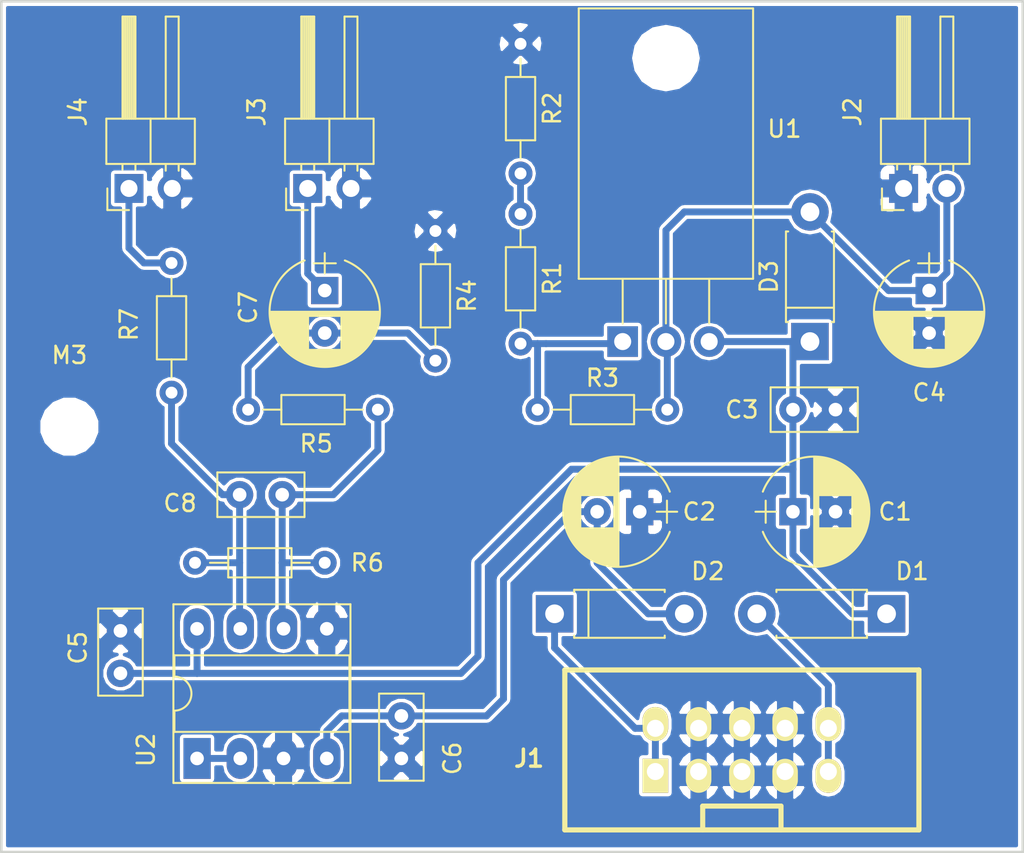
<source format=kicad_pcb>
(kicad_pcb (version 4) (host pcbnew 4.0.7)

  (general
    (links 49)
    (no_connects 0)
    (area 59.924999 59.924999 120.075001 110.8048)
    (thickness 1.6)
    (drawings 4)
    (tracks 74)
    (zones 0)
    (modules 25)
    (nets 15)
  )

  (page A4)
  (layers
    (0 F.Cu signal)
    (31 B.Cu signal)
    (32 B.Adhes user)
    (33 F.Adhes user)
    (34 B.Paste user)
    (35 F.Paste user)
    (36 B.SilkS user)
    (37 F.SilkS user)
    (38 B.Mask user)
    (39 F.Mask user)
    (40 Dwgs.User user)
    (41 Cmts.User user)
    (42 Eco1.User user)
    (43 Eco2.User user)
    (44 Edge.Cuts user)
    (45 Margin user)
    (46 B.CrtYd user)
    (47 F.CrtYd user)
    (48 B.Fab user)
    (49 F.Fab user)
  )

  (setup
    (last_trace_width 0.4064)
    (trace_clearance 0.2032)
    (zone_clearance 0.2032)
    (zone_45_only no)
    (trace_min 0.2)
    (segment_width 0.2)
    (edge_width 0.15)
    (via_size 1.6)
    (via_drill 0.4)
    (via_min_size 0.4)
    (via_min_drill 0.3)
    (uvia_size 0.3)
    (uvia_drill 0.1)
    (uvias_allowed no)
    (uvia_min_size 0)
    (uvia_min_drill 0)
    (pcb_text_width 0.3)
    (pcb_text_size 1.5 1.5)
    (mod_edge_width 0.15)
    (mod_text_size 1 1)
    (mod_text_width 0.15)
    (pad_size 3 3)
    (pad_drill 3)
    (pad_to_mask_clearance 0.2)
    (aux_axis_origin 60 110)
    (grid_origin 60 110)
    (visible_elements FFFEFF7F)
    (pcbplotparams
      (layerselection 0x00030_80000001)
      (usegerberextensions false)
      (excludeedgelayer true)
      (linewidth 0.100000)
      (plotframeref false)
      (viasonmask false)
      (mode 1)
      (useauxorigin true)
      (hpglpennumber 1)
      (hpglpenspeed 20)
      (hpglpendiameter 15)
      (hpglpenoverlay 2)
      (psnegative false)
      (psa4output false)
      (plotreference true)
      (plotvalue true)
      (plotinvisibletext false)
      (padsonsilk false)
      (subtractmaskfromsilk false)
      (outputformat 1)
      (mirror false)
      (drillshape 0)
      (scaleselection 1)
      (outputdirectory gerber))
  )

  (net 0 "")
  (net 1 +12V)
  (net 2 GND)
  (net 3 -12V)
  (net 4 "Net-(R1-Pad1)")
  (net 5 "Net-(R1-Pad2)")
  (net 6 "Net-(C4-Pad1)")
  (net 7 "Net-(C7-Pad1)")
  (net 8 "Net-(C7-Pad2)")
  (net 9 "Net-(C8-Pad1)")
  (net 10 "Net-(C8-Pad2)")
  (net 11 "Net-(J4-Pad1)")
  (net 12 "Net-(D1-Pad2)")
  (net 13 "Net-(D2-Pad1)")
  (net 14 "Net-(U2-Pad1)")

  (net_class Default "This is the default net class."
    (clearance 0.2032)
    (trace_width 0.4064)
    (via_dia 1.6)
    (via_drill 0.4)
    (uvia_dia 0.3)
    (uvia_drill 0.1)
    (add_net "Net-(C4-Pad1)")
    (add_net "Net-(C7-Pad1)")
    (add_net "Net-(C7-Pad2)")
    (add_net "Net-(C8-Pad1)")
    (add_net "Net-(C8-Pad2)")
    (add_net "Net-(D1-Pad2)")
    (add_net "Net-(D2-Pad1)")
    (add_net "Net-(J4-Pad1)")
    (add_net "Net-(R1-Pad1)")
    (add_net "Net-(R1-Pad2)")
    (add_net "Net-(U2-Pad1)")
  )

  (net_class Power ""
    (clearance 0.2032)
    (trace_width 0.4064)
    (via_dia 1.6)
    (via_drill 0.4)
    (uvia_dia 0.3)
    (uvia_drill 0.1)
    (add_net +12V)
    (add_net -12V)
    (add_net GND)
  )

  (module "Box Header Connectors:vasch_strip_5x2" (layer F.Cu) (tedit 5A159950) (tstamp 5A158AF6)
    (at 103.5 104)
    (descr "Box header 5x2pin 2.54mm")
    (tags "CONN DEV")
    (path /5979E649)
    (fp_text reference J1 (at -12.5 0.5) (layer F.SilkS)
      (effects (font (size 1 1) (thickness 0.2032)))
    )
    (fp_text value POWER (at 0 5.7) (layer F.SilkS) hide
      (effects (font (size 1 1) (thickness 0.2032)))
    )
    (fp_line (start -10.4 4.7) (end 10.4 4.7) (layer F.SilkS) (width 0.3048))
    (fp_line (start 10.4 -4.7) (end -10.4 -4.7) (layer F.SilkS) (width 0.3048))
    (fp_line (start -10.4 -4.7) (end -10.4 4.7) (layer F.SilkS) (width 0.3048))
    (fp_line (start 10.4 -4.7) (end 10.4 4.7) (layer F.SilkS) (width 0.3048))
    (fp_line (start 2.3 4.7) (end 2.3 3.3) (layer F.SilkS) (width 0.29972))
    (fp_line (start 2.3 3.3) (end -2.3 3.3) (layer F.SilkS) (width 0.29972))
    (fp_line (start -2.3 3.3) (end -2.3 4.7) (layer F.SilkS) (width 0.29972))
    (pad 9 thru_hole oval (at 5.08 1.27) (size 1.5 2) (drill 1 (offset 0 0.25)) (layers *.Cu *.Mask F.SilkS)
      (net 12 "Net-(D1-Pad2)"))
    (pad 10 thru_hole oval (at 5.08 -1.27) (size 1.5 2) (drill 1 (offset 0 -0.25)) (layers *.Cu *.Mask F.SilkS)
      (net 12 "Net-(D1-Pad2)"))
    (pad 8 thru_hole oval (at 2.54 -1.27) (size 1.5 2) (drill 1 (offset 0 -0.25)) (layers *.Cu *.Mask F.SilkS)
      (net 2 GND))
    (pad 7 thru_hole oval (at 2.54 1.27) (size 1.5 2) (drill 1 (offset 0 0.25)) (layers *.Cu *.Mask F.SilkS)
      (net 2 GND))
    (pad 1 thru_hole rect (at -5.08 1.27) (size 1.5 2) (drill 1 (offset 0 0.25)) (layers *.Cu *.Mask F.SilkS)
      (net 13 "Net-(D2-Pad1)"))
    (pad 2 thru_hole oval (at -5.08 -1.27) (size 1.5 2) (drill 1 (offset 0 -0.25)) (layers *.Cu *.Mask F.SilkS)
      (net 13 "Net-(D2-Pad1)"))
    (pad 3 thru_hole oval (at -2.54 1.27) (size 1.5 2) (drill 1 (offset 0 0.25)) (layers *.Cu *.Mask F.SilkS)
      (net 2 GND))
    (pad 4 thru_hole oval (at -2.54 -1.27) (size 1.5 2) (drill 1 (offset 0 -0.25)) (layers *.Cu *.Mask F.SilkS)
      (net 2 GND))
    (pad 5 thru_hole oval (at 0 1.27) (size 1.5 2) (drill 1 (offset 0 0.25)) (layers *.Cu *.Mask F.SilkS)
      (net 2 GND))
    (pad 6 thru_hole oval (at 0 -1.27) (size 1.5 2) (drill 1 (offset 0 -0.25)) (layers *.Cu *.Mask F.SilkS)
      (net 2 GND))
    (model walter/conn_strip/vasch_strip_5x2.wrl
      (at (xyz 0 0 0))
      (scale (xyz 1 1 1))
      (rotate (xyz 0 0 0))
    )
  )

  (module TO_SOT_Packages_THT:TO-220-3_Horizontal (layer F.Cu) (tedit 5A159922) (tstamp 5A1582AF)
    (at 96.5 80)
    (descr "TO-220-3, Horizontal, RM 2.54mm")
    (tags "TO-220-3 Horizontal RM 2.54mm")
    (path /5979E587)
    (fp_text reference U1 (at 9.5 -12.5 180) (layer F.SilkS)
      (effects (font (size 1 1) (thickness 0.15)))
    )
    (fp_text value LM317T (at 2.54 1.9) (layer F.Fab)
      (effects (font (size 1 1) (thickness 0.15)))
    )
    (fp_text user %R (at 2.5 -11.5) (layer F.Fab)
      (effects (font (size 1 1) (thickness 0.15)))
    )
    (fp_line (start -2.46 -13.06) (end -2.46 -19.46) (layer F.Fab) (width 0.1))
    (fp_line (start -2.46 -19.46) (end 7.54 -19.46) (layer F.Fab) (width 0.1))
    (fp_line (start 7.54 -19.46) (end 7.54 -13.06) (layer F.Fab) (width 0.1))
    (fp_line (start 7.54 -13.06) (end -2.46 -13.06) (layer F.Fab) (width 0.1))
    (fp_line (start -2.46 -3.81) (end -2.46 -13.06) (layer F.Fab) (width 0.1))
    (fp_line (start -2.46 -13.06) (end 7.54 -13.06) (layer F.Fab) (width 0.1))
    (fp_line (start 7.54 -13.06) (end 7.54 -3.81) (layer F.Fab) (width 0.1))
    (fp_line (start 7.54 -3.81) (end -2.46 -3.81) (layer F.Fab) (width 0.1))
    (fp_line (start 0 -3.81) (end 0 0) (layer F.Fab) (width 0.1))
    (fp_line (start 2.54 -3.81) (end 2.54 0) (layer F.Fab) (width 0.1))
    (fp_line (start 5.08 -3.81) (end 5.08 0) (layer F.Fab) (width 0.1))
    (fp_line (start -2.58 -3.69) (end 7.66 -3.69) (layer F.SilkS) (width 0.12))
    (fp_line (start -2.58 -19.58) (end 7.66 -19.58) (layer F.SilkS) (width 0.12))
    (fp_line (start -2.58 -19.58) (end -2.58 -3.69) (layer F.SilkS) (width 0.12))
    (fp_line (start 7.66 -19.58) (end 7.66 -3.69) (layer F.SilkS) (width 0.12))
    (fp_line (start 0 -3.69) (end 0 -1.05) (layer F.SilkS) (width 0.12))
    (fp_line (start 2.54 -3.69) (end 2.54 -1.066) (layer F.SilkS) (width 0.12))
    (fp_line (start 5.08 -3.69) (end 5.08 -1.066) (layer F.SilkS) (width 0.12))
    (fp_line (start -2.71 -19.71) (end -2.71 1.15) (layer F.CrtYd) (width 0.05))
    (fp_line (start -2.71 1.15) (end 7.79 1.15) (layer F.CrtYd) (width 0.05))
    (fp_line (start 7.79 1.15) (end 7.79 -19.71) (layer F.CrtYd) (width 0.05))
    (fp_line (start 7.79 -19.71) (end -2.71 -19.71) (layer F.CrtYd) (width 0.05))
    (fp_circle (center 2.54 -16.66) (end 4.39 -16.66) (layer F.Fab) (width 0.1))
    (pad 0 np_thru_hole oval (at 2.54 -16.66) (size 3.5 3.5) (drill 3.5) (layers *.Cu *.Mask))
    (pad 1 thru_hole rect (at 0 0) (size 1.8 1.8) (drill 1) (layers *.Cu *.Mask)
      (net 5 "Net-(R1-Pad2)"))
    (pad 2 thru_hole oval (at 2.54 0) (size 1.8 1.8) (drill 1) (layers *.Cu *.Mask)
      (net 6 "Net-(C4-Pad1)"))
    (pad 3 thru_hole oval (at 5.08 0) (size 1.8 1.8) (drill 1) (layers *.Cu *.Mask)
      (net 1 +12V))
    (model ${KISYS3DMOD}/TO_SOT_Packages_THT.3dshapes/TO-220-3_Horizontal.wrl
      (at (xyz 0.1 0 0))
      (scale (xyz 0.393701 0.393701 0.393701))
      (rotate (xyz 0 0 0))
    )
  )

  (module Capacitors_ThroughHole:CP_Radial_D6.3mm_P2.50mm (layer F.Cu) (tedit 5A15993A) (tstamp 5A15824E)
    (at 97.5 90 180)
    (descr "CP, Radial series, Radial, pin pitch=2.50mm, , diameter=6.3mm, Electrolytic Capacitor")
    (tags "CP Radial series Radial pin pitch 2.50mm  diameter 6.3mm Electrolytic Capacitor")
    (path /5979F335)
    (fp_text reference C2 (at -3.5 0 180) (layer F.SilkS)
      (effects (font (size 1 1) (thickness 0.15)))
    )
    (fp_text value 10u (at 1.25 4.46 180) (layer F.Fab)
      (effects (font (size 1 1) (thickness 0.15)))
    )
    (fp_arc (start 1.25 0) (end -1.767482 -1.18) (angle 137.3) (layer F.SilkS) (width 0.12))
    (fp_arc (start 1.25 0) (end -1.767482 1.18) (angle -137.3) (layer F.SilkS) (width 0.12))
    (fp_arc (start 1.25 0) (end 4.267482 -1.18) (angle 42.7) (layer F.SilkS) (width 0.12))
    (fp_circle (center 1.25 0) (end 4.4 0) (layer F.Fab) (width 0.1))
    (fp_line (start -2.2 0) (end -1 0) (layer F.Fab) (width 0.1))
    (fp_line (start -1.6 -0.65) (end -1.6 0.65) (layer F.Fab) (width 0.1))
    (fp_line (start 1.25 -3.2) (end 1.25 3.2) (layer F.SilkS) (width 0.12))
    (fp_line (start 1.29 -3.2) (end 1.29 3.2) (layer F.SilkS) (width 0.12))
    (fp_line (start 1.33 -3.2) (end 1.33 3.2) (layer F.SilkS) (width 0.12))
    (fp_line (start 1.37 -3.198) (end 1.37 3.198) (layer F.SilkS) (width 0.12))
    (fp_line (start 1.41 -3.197) (end 1.41 3.197) (layer F.SilkS) (width 0.12))
    (fp_line (start 1.45 -3.194) (end 1.45 3.194) (layer F.SilkS) (width 0.12))
    (fp_line (start 1.49 -3.192) (end 1.49 3.192) (layer F.SilkS) (width 0.12))
    (fp_line (start 1.53 -3.188) (end 1.53 -0.98) (layer F.SilkS) (width 0.12))
    (fp_line (start 1.53 0.98) (end 1.53 3.188) (layer F.SilkS) (width 0.12))
    (fp_line (start 1.57 -3.185) (end 1.57 -0.98) (layer F.SilkS) (width 0.12))
    (fp_line (start 1.57 0.98) (end 1.57 3.185) (layer F.SilkS) (width 0.12))
    (fp_line (start 1.61 -3.18) (end 1.61 -0.98) (layer F.SilkS) (width 0.12))
    (fp_line (start 1.61 0.98) (end 1.61 3.18) (layer F.SilkS) (width 0.12))
    (fp_line (start 1.65 -3.176) (end 1.65 -0.98) (layer F.SilkS) (width 0.12))
    (fp_line (start 1.65 0.98) (end 1.65 3.176) (layer F.SilkS) (width 0.12))
    (fp_line (start 1.69 -3.17) (end 1.69 -0.98) (layer F.SilkS) (width 0.12))
    (fp_line (start 1.69 0.98) (end 1.69 3.17) (layer F.SilkS) (width 0.12))
    (fp_line (start 1.73 -3.165) (end 1.73 -0.98) (layer F.SilkS) (width 0.12))
    (fp_line (start 1.73 0.98) (end 1.73 3.165) (layer F.SilkS) (width 0.12))
    (fp_line (start 1.77 -3.158) (end 1.77 -0.98) (layer F.SilkS) (width 0.12))
    (fp_line (start 1.77 0.98) (end 1.77 3.158) (layer F.SilkS) (width 0.12))
    (fp_line (start 1.81 -3.152) (end 1.81 -0.98) (layer F.SilkS) (width 0.12))
    (fp_line (start 1.81 0.98) (end 1.81 3.152) (layer F.SilkS) (width 0.12))
    (fp_line (start 1.85 -3.144) (end 1.85 -0.98) (layer F.SilkS) (width 0.12))
    (fp_line (start 1.85 0.98) (end 1.85 3.144) (layer F.SilkS) (width 0.12))
    (fp_line (start 1.89 -3.137) (end 1.89 -0.98) (layer F.SilkS) (width 0.12))
    (fp_line (start 1.89 0.98) (end 1.89 3.137) (layer F.SilkS) (width 0.12))
    (fp_line (start 1.93 -3.128) (end 1.93 -0.98) (layer F.SilkS) (width 0.12))
    (fp_line (start 1.93 0.98) (end 1.93 3.128) (layer F.SilkS) (width 0.12))
    (fp_line (start 1.971 -3.119) (end 1.971 -0.98) (layer F.SilkS) (width 0.12))
    (fp_line (start 1.971 0.98) (end 1.971 3.119) (layer F.SilkS) (width 0.12))
    (fp_line (start 2.011 -3.11) (end 2.011 -0.98) (layer F.SilkS) (width 0.12))
    (fp_line (start 2.011 0.98) (end 2.011 3.11) (layer F.SilkS) (width 0.12))
    (fp_line (start 2.051 -3.1) (end 2.051 -0.98) (layer F.SilkS) (width 0.12))
    (fp_line (start 2.051 0.98) (end 2.051 3.1) (layer F.SilkS) (width 0.12))
    (fp_line (start 2.091 -3.09) (end 2.091 -0.98) (layer F.SilkS) (width 0.12))
    (fp_line (start 2.091 0.98) (end 2.091 3.09) (layer F.SilkS) (width 0.12))
    (fp_line (start 2.131 -3.079) (end 2.131 -0.98) (layer F.SilkS) (width 0.12))
    (fp_line (start 2.131 0.98) (end 2.131 3.079) (layer F.SilkS) (width 0.12))
    (fp_line (start 2.171 -3.067) (end 2.171 -0.98) (layer F.SilkS) (width 0.12))
    (fp_line (start 2.171 0.98) (end 2.171 3.067) (layer F.SilkS) (width 0.12))
    (fp_line (start 2.211 -3.055) (end 2.211 -0.98) (layer F.SilkS) (width 0.12))
    (fp_line (start 2.211 0.98) (end 2.211 3.055) (layer F.SilkS) (width 0.12))
    (fp_line (start 2.251 -3.042) (end 2.251 -0.98) (layer F.SilkS) (width 0.12))
    (fp_line (start 2.251 0.98) (end 2.251 3.042) (layer F.SilkS) (width 0.12))
    (fp_line (start 2.291 -3.029) (end 2.291 -0.98) (layer F.SilkS) (width 0.12))
    (fp_line (start 2.291 0.98) (end 2.291 3.029) (layer F.SilkS) (width 0.12))
    (fp_line (start 2.331 -3.015) (end 2.331 -0.98) (layer F.SilkS) (width 0.12))
    (fp_line (start 2.331 0.98) (end 2.331 3.015) (layer F.SilkS) (width 0.12))
    (fp_line (start 2.371 -3.001) (end 2.371 -0.98) (layer F.SilkS) (width 0.12))
    (fp_line (start 2.371 0.98) (end 2.371 3.001) (layer F.SilkS) (width 0.12))
    (fp_line (start 2.411 -2.986) (end 2.411 -0.98) (layer F.SilkS) (width 0.12))
    (fp_line (start 2.411 0.98) (end 2.411 2.986) (layer F.SilkS) (width 0.12))
    (fp_line (start 2.451 -2.97) (end 2.451 -0.98) (layer F.SilkS) (width 0.12))
    (fp_line (start 2.451 0.98) (end 2.451 2.97) (layer F.SilkS) (width 0.12))
    (fp_line (start 2.491 -2.954) (end 2.491 -0.98) (layer F.SilkS) (width 0.12))
    (fp_line (start 2.491 0.98) (end 2.491 2.954) (layer F.SilkS) (width 0.12))
    (fp_line (start 2.531 -2.937) (end 2.531 -0.98) (layer F.SilkS) (width 0.12))
    (fp_line (start 2.531 0.98) (end 2.531 2.937) (layer F.SilkS) (width 0.12))
    (fp_line (start 2.571 -2.919) (end 2.571 -0.98) (layer F.SilkS) (width 0.12))
    (fp_line (start 2.571 0.98) (end 2.571 2.919) (layer F.SilkS) (width 0.12))
    (fp_line (start 2.611 -2.901) (end 2.611 -0.98) (layer F.SilkS) (width 0.12))
    (fp_line (start 2.611 0.98) (end 2.611 2.901) (layer F.SilkS) (width 0.12))
    (fp_line (start 2.651 -2.882) (end 2.651 -0.98) (layer F.SilkS) (width 0.12))
    (fp_line (start 2.651 0.98) (end 2.651 2.882) (layer F.SilkS) (width 0.12))
    (fp_line (start 2.691 -2.863) (end 2.691 -0.98) (layer F.SilkS) (width 0.12))
    (fp_line (start 2.691 0.98) (end 2.691 2.863) (layer F.SilkS) (width 0.12))
    (fp_line (start 2.731 -2.843) (end 2.731 -0.98) (layer F.SilkS) (width 0.12))
    (fp_line (start 2.731 0.98) (end 2.731 2.843) (layer F.SilkS) (width 0.12))
    (fp_line (start 2.771 -2.822) (end 2.771 -0.98) (layer F.SilkS) (width 0.12))
    (fp_line (start 2.771 0.98) (end 2.771 2.822) (layer F.SilkS) (width 0.12))
    (fp_line (start 2.811 -2.8) (end 2.811 -0.98) (layer F.SilkS) (width 0.12))
    (fp_line (start 2.811 0.98) (end 2.811 2.8) (layer F.SilkS) (width 0.12))
    (fp_line (start 2.851 -2.778) (end 2.851 -0.98) (layer F.SilkS) (width 0.12))
    (fp_line (start 2.851 0.98) (end 2.851 2.778) (layer F.SilkS) (width 0.12))
    (fp_line (start 2.891 -2.755) (end 2.891 -0.98) (layer F.SilkS) (width 0.12))
    (fp_line (start 2.891 0.98) (end 2.891 2.755) (layer F.SilkS) (width 0.12))
    (fp_line (start 2.931 -2.731) (end 2.931 -0.98) (layer F.SilkS) (width 0.12))
    (fp_line (start 2.931 0.98) (end 2.931 2.731) (layer F.SilkS) (width 0.12))
    (fp_line (start 2.971 -2.706) (end 2.971 -0.98) (layer F.SilkS) (width 0.12))
    (fp_line (start 2.971 0.98) (end 2.971 2.706) (layer F.SilkS) (width 0.12))
    (fp_line (start 3.011 -2.681) (end 3.011 -0.98) (layer F.SilkS) (width 0.12))
    (fp_line (start 3.011 0.98) (end 3.011 2.681) (layer F.SilkS) (width 0.12))
    (fp_line (start 3.051 -2.654) (end 3.051 -0.98) (layer F.SilkS) (width 0.12))
    (fp_line (start 3.051 0.98) (end 3.051 2.654) (layer F.SilkS) (width 0.12))
    (fp_line (start 3.091 -2.627) (end 3.091 -0.98) (layer F.SilkS) (width 0.12))
    (fp_line (start 3.091 0.98) (end 3.091 2.627) (layer F.SilkS) (width 0.12))
    (fp_line (start 3.131 -2.599) (end 3.131 -0.98) (layer F.SilkS) (width 0.12))
    (fp_line (start 3.131 0.98) (end 3.131 2.599) (layer F.SilkS) (width 0.12))
    (fp_line (start 3.171 -2.57) (end 3.171 -0.98) (layer F.SilkS) (width 0.12))
    (fp_line (start 3.171 0.98) (end 3.171 2.57) (layer F.SilkS) (width 0.12))
    (fp_line (start 3.211 -2.54) (end 3.211 -0.98) (layer F.SilkS) (width 0.12))
    (fp_line (start 3.211 0.98) (end 3.211 2.54) (layer F.SilkS) (width 0.12))
    (fp_line (start 3.251 -2.51) (end 3.251 -0.98) (layer F.SilkS) (width 0.12))
    (fp_line (start 3.251 0.98) (end 3.251 2.51) (layer F.SilkS) (width 0.12))
    (fp_line (start 3.291 -2.478) (end 3.291 -0.98) (layer F.SilkS) (width 0.12))
    (fp_line (start 3.291 0.98) (end 3.291 2.478) (layer F.SilkS) (width 0.12))
    (fp_line (start 3.331 -2.445) (end 3.331 -0.98) (layer F.SilkS) (width 0.12))
    (fp_line (start 3.331 0.98) (end 3.331 2.445) (layer F.SilkS) (width 0.12))
    (fp_line (start 3.371 -2.411) (end 3.371 -0.98) (layer F.SilkS) (width 0.12))
    (fp_line (start 3.371 0.98) (end 3.371 2.411) (layer F.SilkS) (width 0.12))
    (fp_line (start 3.411 -2.375) (end 3.411 -0.98) (layer F.SilkS) (width 0.12))
    (fp_line (start 3.411 0.98) (end 3.411 2.375) (layer F.SilkS) (width 0.12))
    (fp_line (start 3.451 -2.339) (end 3.451 -0.98) (layer F.SilkS) (width 0.12))
    (fp_line (start 3.451 0.98) (end 3.451 2.339) (layer F.SilkS) (width 0.12))
    (fp_line (start 3.491 -2.301) (end 3.491 2.301) (layer F.SilkS) (width 0.12))
    (fp_line (start 3.531 -2.262) (end 3.531 2.262) (layer F.SilkS) (width 0.12))
    (fp_line (start 3.571 -2.222) (end 3.571 2.222) (layer F.SilkS) (width 0.12))
    (fp_line (start 3.611 -2.18) (end 3.611 2.18) (layer F.SilkS) (width 0.12))
    (fp_line (start 3.651 -2.137) (end 3.651 2.137) (layer F.SilkS) (width 0.12))
    (fp_line (start 3.691 -2.092) (end 3.691 2.092) (layer F.SilkS) (width 0.12))
    (fp_line (start 3.731 -2.045) (end 3.731 2.045) (layer F.SilkS) (width 0.12))
    (fp_line (start 3.771 -1.997) (end 3.771 1.997) (layer F.SilkS) (width 0.12))
    (fp_line (start 3.811 -1.946) (end 3.811 1.946) (layer F.SilkS) (width 0.12))
    (fp_line (start 3.851 -1.894) (end 3.851 1.894) (layer F.SilkS) (width 0.12))
    (fp_line (start 3.891 -1.839) (end 3.891 1.839) (layer F.SilkS) (width 0.12))
    (fp_line (start 3.931 -1.781) (end 3.931 1.781) (layer F.SilkS) (width 0.12))
    (fp_line (start 3.971 -1.721) (end 3.971 1.721) (layer F.SilkS) (width 0.12))
    (fp_line (start 4.011 -1.658) (end 4.011 1.658) (layer F.SilkS) (width 0.12))
    (fp_line (start 4.051 -1.591) (end 4.051 1.591) (layer F.SilkS) (width 0.12))
    (fp_line (start 4.091 -1.52) (end 4.091 1.52) (layer F.SilkS) (width 0.12))
    (fp_line (start 4.131 -1.445) (end 4.131 1.445) (layer F.SilkS) (width 0.12))
    (fp_line (start 4.171 -1.364) (end 4.171 1.364) (layer F.SilkS) (width 0.12))
    (fp_line (start 4.211 -1.278) (end 4.211 1.278) (layer F.SilkS) (width 0.12))
    (fp_line (start 4.251 -1.184) (end 4.251 1.184) (layer F.SilkS) (width 0.12))
    (fp_line (start 4.291 -1.081) (end 4.291 1.081) (layer F.SilkS) (width 0.12))
    (fp_line (start 4.331 -0.966) (end 4.331 0.966) (layer F.SilkS) (width 0.12))
    (fp_line (start 4.371 -0.834) (end 4.371 0.834) (layer F.SilkS) (width 0.12))
    (fp_line (start 4.411 -0.676) (end 4.411 0.676) (layer F.SilkS) (width 0.12))
    (fp_line (start 4.451 -0.468) (end 4.451 0.468) (layer F.SilkS) (width 0.12))
    (fp_line (start -2.2 0) (end -1 0) (layer F.SilkS) (width 0.12))
    (fp_line (start -1.6 -0.65) (end -1.6 0.65) (layer F.SilkS) (width 0.12))
    (fp_line (start -2.25 -3.5) (end -2.25 3.5) (layer F.CrtYd) (width 0.05))
    (fp_line (start -2.25 3.5) (end 4.75 3.5) (layer F.CrtYd) (width 0.05))
    (fp_line (start 4.75 3.5) (end 4.75 -3.5) (layer F.CrtYd) (width 0.05))
    (fp_line (start 4.75 -3.5) (end -2.25 -3.5) (layer F.CrtYd) (width 0.05))
    (fp_text user %R (at 1.25 0 180) (layer F.Fab)
      (effects (font (size 1 1) (thickness 0.15)))
    )
    (pad 1 thru_hole rect (at 0 0 180) (size 1.6 1.6) (drill 0.8) (layers *.Cu *.Mask)
      (net 2 GND))
    (pad 2 thru_hole circle (at 2.5 0 180) (size 1.6 1.6) (drill 0.8) (layers *.Cu *.Mask)
      (net 3 -12V))
    (model ${KISYS3DMOD}/Capacitors_THT.3dshapes/CP_Radial_D6.3mm_P2.50mm.wrl
      (at (xyz 0 0 0))
      (scale (xyz 1 1 1))
      (rotate (xyz 0 0 0))
    )
  )

  (module Diodes_ThroughHole:D_DO-41_SOD81_P7.62mm_Horizontal (layer F.Cu) (tedit 5A15994B) (tstamp 5A15827F)
    (at 92.5 96)
    (descr "D, DO-41_SOD81 series, Axial, Horizontal, pin pitch=7.62mm, , length*diameter=5.2*2.7mm^2, , http://www.diodes.com/_files/packages/DO-41%20(Plastic).pdf")
    (tags "D DO-41_SOD81 series Axial Horizontal pin pitch 7.62mm  length 5.2mm diameter 2.7mm")
    (path /5A158204)
    (fp_text reference D2 (at 9 -2.5) (layer F.SilkS)
      (effects (font (size 1 1) (thickness 0.15)))
    )
    (fp_text value 1N5819 (at 3.81 2.41) (layer F.Fab)
      (effects (font (size 1 1) (thickness 0.15)))
    )
    (fp_text user %R (at 4 0) (layer F.Fab)
      (effects (font (size 1 1) (thickness 0.15)))
    )
    (fp_line (start 1.21 -1.35) (end 1.21 1.35) (layer F.Fab) (width 0.1))
    (fp_line (start 1.21 1.35) (end 6.41 1.35) (layer F.Fab) (width 0.1))
    (fp_line (start 6.41 1.35) (end 6.41 -1.35) (layer F.Fab) (width 0.1))
    (fp_line (start 6.41 -1.35) (end 1.21 -1.35) (layer F.Fab) (width 0.1))
    (fp_line (start 0 0) (end 1.21 0) (layer F.Fab) (width 0.1))
    (fp_line (start 7.62 0) (end 6.41 0) (layer F.Fab) (width 0.1))
    (fp_line (start 1.99 -1.35) (end 1.99 1.35) (layer F.Fab) (width 0.1))
    (fp_line (start 1.15 -1.28) (end 1.15 -1.41) (layer F.SilkS) (width 0.12))
    (fp_line (start 1.15 -1.41) (end 6.47 -1.41) (layer F.SilkS) (width 0.12))
    (fp_line (start 6.47 -1.41) (end 6.47 -1.28) (layer F.SilkS) (width 0.12))
    (fp_line (start 1.15 1.28) (end 1.15 1.41) (layer F.SilkS) (width 0.12))
    (fp_line (start 1.15 1.41) (end 6.47 1.41) (layer F.SilkS) (width 0.12))
    (fp_line (start 6.47 1.41) (end 6.47 1.28) (layer F.SilkS) (width 0.12))
    (fp_line (start 1.99 -1.41) (end 1.99 1.41) (layer F.SilkS) (width 0.12))
    (fp_line (start -1.35 -1.7) (end -1.35 1.7) (layer F.CrtYd) (width 0.05))
    (fp_line (start -1.35 1.7) (end 9 1.7) (layer F.CrtYd) (width 0.05))
    (fp_line (start 9 1.7) (end 9 -1.7) (layer F.CrtYd) (width 0.05))
    (fp_line (start 9 -1.7) (end -1.35 -1.7) (layer F.CrtYd) (width 0.05))
    (pad 1 thru_hole rect (at 0 0) (size 2.2 2.2) (drill 1.1) (layers *.Cu *.Mask)
      (net 13 "Net-(D2-Pad1)"))
    (pad 2 thru_hole oval (at 7.62 0) (size 2.2 2.2) (drill 1.1) (layers *.Cu *.Mask)
      (net 3 -12V))
    (model ${KISYS3DMOD}/Diodes_THT.3dshapes/D_DO-41_SOD81_P7.62mm_Horizontal.wrl
      (at (xyz 0 0 0))
      (scale (xyz 0.393701 0.393701 0.393701))
      (rotate (xyz 0 0 0))
    )
  )

  (module Capacitors_ThroughHole:CP_Radial_D6.3mm_P2.50mm (layer F.Cu) (tedit 5A15992C) (tstamp 5A158258)
    (at 114.5 77 270)
    (descr "CP, Radial series, Radial, pin pitch=2.50mm, , diameter=6.3mm, Electrolytic Capacitor")
    (tags "CP Radial series Radial pin pitch 2.50mm  diameter 6.3mm Electrolytic Capacitor")
    (path /5979FAC7)
    (fp_text reference C4 (at 6 0 540) (layer F.SilkS)
      (effects (font (size 1 1) (thickness 0.15)))
    )
    (fp_text value 1u (at 1.25 4.46 270) (layer F.Fab)
      (effects (font (size 1 1) (thickness 0.15)))
    )
    (fp_arc (start 1.25 0) (end -1.767482 -1.18) (angle 137.3) (layer F.SilkS) (width 0.12))
    (fp_arc (start 1.25 0) (end -1.767482 1.18) (angle -137.3) (layer F.SilkS) (width 0.12))
    (fp_arc (start 1.25 0) (end 4.267482 -1.18) (angle 42.7) (layer F.SilkS) (width 0.12))
    (fp_circle (center 1.25 0) (end 4.4 0) (layer F.Fab) (width 0.1))
    (fp_line (start -2.2 0) (end -1 0) (layer F.Fab) (width 0.1))
    (fp_line (start -1.6 -0.65) (end -1.6 0.65) (layer F.Fab) (width 0.1))
    (fp_line (start 1.25 -3.2) (end 1.25 3.2) (layer F.SilkS) (width 0.12))
    (fp_line (start 1.29 -3.2) (end 1.29 3.2) (layer F.SilkS) (width 0.12))
    (fp_line (start 1.33 -3.2) (end 1.33 3.2) (layer F.SilkS) (width 0.12))
    (fp_line (start 1.37 -3.198) (end 1.37 3.198) (layer F.SilkS) (width 0.12))
    (fp_line (start 1.41 -3.197) (end 1.41 3.197) (layer F.SilkS) (width 0.12))
    (fp_line (start 1.45 -3.194) (end 1.45 3.194) (layer F.SilkS) (width 0.12))
    (fp_line (start 1.49 -3.192) (end 1.49 3.192) (layer F.SilkS) (width 0.12))
    (fp_line (start 1.53 -3.188) (end 1.53 -0.98) (layer F.SilkS) (width 0.12))
    (fp_line (start 1.53 0.98) (end 1.53 3.188) (layer F.SilkS) (width 0.12))
    (fp_line (start 1.57 -3.185) (end 1.57 -0.98) (layer F.SilkS) (width 0.12))
    (fp_line (start 1.57 0.98) (end 1.57 3.185) (layer F.SilkS) (width 0.12))
    (fp_line (start 1.61 -3.18) (end 1.61 -0.98) (layer F.SilkS) (width 0.12))
    (fp_line (start 1.61 0.98) (end 1.61 3.18) (layer F.SilkS) (width 0.12))
    (fp_line (start 1.65 -3.176) (end 1.65 -0.98) (layer F.SilkS) (width 0.12))
    (fp_line (start 1.65 0.98) (end 1.65 3.176) (layer F.SilkS) (width 0.12))
    (fp_line (start 1.69 -3.17) (end 1.69 -0.98) (layer F.SilkS) (width 0.12))
    (fp_line (start 1.69 0.98) (end 1.69 3.17) (layer F.SilkS) (width 0.12))
    (fp_line (start 1.73 -3.165) (end 1.73 -0.98) (layer F.SilkS) (width 0.12))
    (fp_line (start 1.73 0.98) (end 1.73 3.165) (layer F.SilkS) (width 0.12))
    (fp_line (start 1.77 -3.158) (end 1.77 -0.98) (layer F.SilkS) (width 0.12))
    (fp_line (start 1.77 0.98) (end 1.77 3.158) (layer F.SilkS) (width 0.12))
    (fp_line (start 1.81 -3.152) (end 1.81 -0.98) (layer F.SilkS) (width 0.12))
    (fp_line (start 1.81 0.98) (end 1.81 3.152) (layer F.SilkS) (width 0.12))
    (fp_line (start 1.85 -3.144) (end 1.85 -0.98) (layer F.SilkS) (width 0.12))
    (fp_line (start 1.85 0.98) (end 1.85 3.144) (layer F.SilkS) (width 0.12))
    (fp_line (start 1.89 -3.137) (end 1.89 -0.98) (layer F.SilkS) (width 0.12))
    (fp_line (start 1.89 0.98) (end 1.89 3.137) (layer F.SilkS) (width 0.12))
    (fp_line (start 1.93 -3.128) (end 1.93 -0.98) (layer F.SilkS) (width 0.12))
    (fp_line (start 1.93 0.98) (end 1.93 3.128) (layer F.SilkS) (width 0.12))
    (fp_line (start 1.971 -3.119) (end 1.971 -0.98) (layer F.SilkS) (width 0.12))
    (fp_line (start 1.971 0.98) (end 1.971 3.119) (layer F.SilkS) (width 0.12))
    (fp_line (start 2.011 -3.11) (end 2.011 -0.98) (layer F.SilkS) (width 0.12))
    (fp_line (start 2.011 0.98) (end 2.011 3.11) (layer F.SilkS) (width 0.12))
    (fp_line (start 2.051 -3.1) (end 2.051 -0.98) (layer F.SilkS) (width 0.12))
    (fp_line (start 2.051 0.98) (end 2.051 3.1) (layer F.SilkS) (width 0.12))
    (fp_line (start 2.091 -3.09) (end 2.091 -0.98) (layer F.SilkS) (width 0.12))
    (fp_line (start 2.091 0.98) (end 2.091 3.09) (layer F.SilkS) (width 0.12))
    (fp_line (start 2.131 -3.079) (end 2.131 -0.98) (layer F.SilkS) (width 0.12))
    (fp_line (start 2.131 0.98) (end 2.131 3.079) (layer F.SilkS) (width 0.12))
    (fp_line (start 2.171 -3.067) (end 2.171 -0.98) (layer F.SilkS) (width 0.12))
    (fp_line (start 2.171 0.98) (end 2.171 3.067) (layer F.SilkS) (width 0.12))
    (fp_line (start 2.211 -3.055) (end 2.211 -0.98) (layer F.SilkS) (width 0.12))
    (fp_line (start 2.211 0.98) (end 2.211 3.055) (layer F.SilkS) (width 0.12))
    (fp_line (start 2.251 -3.042) (end 2.251 -0.98) (layer F.SilkS) (width 0.12))
    (fp_line (start 2.251 0.98) (end 2.251 3.042) (layer F.SilkS) (width 0.12))
    (fp_line (start 2.291 -3.029) (end 2.291 -0.98) (layer F.SilkS) (width 0.12))
    (fp_line (start 2.291 0.98) (end 2.291 3.029) (layer F.SilkS) (width 0.12))
    (fp_line (start 2.331 -3.015) (end 2.331 -0.98) (layer F.SilkS) (width 0.12))
    (fp_line (start 2.331 0.98) (end 2.331 3.015) (layer F.SilkS) (width 0.12))
    (fp_line (start 2.371 -3.001) (end 2.371 -0.98) (layer F.SilkS) (width 0.12))
    (fp_line (start 2.371 0.98) (end 2.371 3.001) (layer F.SilkS) (width 0.12))
    (fp_line (start 2.411 -2.986) (end 2.411 -0.98) (layer F.SilkS) (width 0.12))
    (fp_line (start 2.411 0.98) (end 2.411 2.986) (layer F.SilkS) (width 0.12))
    (fp_line (start 2.451 -2.97) (end 2.451 -0.98) (layer F.SilkS) (width 0.12))
    (fp_line (start 2.451 0.98) (end 2.451 2.97) (layer F.SilkS) (width 0.12))
    (fp_line (start 2.491 -2.954) (end 2.491 -0.98) (layer F.SilkS) (width 0.12))
    (fp_line (start 2.491 0.98) (end 2.491 2.954) (layer F.SilkS) (width 0.12))
    (fp_line (start 2.531 -2.937) (end 2.531 -0.98) (layer F.SilkS) (width 0.12))
    (fp_line (start 2.531 0.98) (end 2.531 2.937) (layer F.SilkS) (width 0.12))
    (fp_line (start 2.571 -2.919) (end 2.571 -0.98) (layer F.SilkS) (width 0.12))
    (fp_line (start 2.571 0.98) (end 2.571 2.919) (layer F.SilkS) (width 0.12))
    (fp_line (start 2.611 -2.901) (end 2.611 -0.98) (layer F.SilkS) (width 0.12))
    (fp_line (start 2.611 0.98) (end 2.611 2.901) (layer F.SilkS) (width 0.12))
    (fp_line (start 2.651 -2.882) (end 2.651 -0.98) (layer F.SilkS) (width 0.12))
    (fp_line (start 2.651 0.98) (end 2.651 2.882) (layer F.SilkS) (width 0.12))
    (fp_line (start 2.691 -2.863) (end 2.691 -0.98) (layer F.SilkS) (width 0.12))
    (fp_line (start 2.691 0.98) (end 2.691 2.863) (layer F.SilkS) (width 0.12))
    (fp_line (start 2.731 -2.843) (end 2.731 -0.98) (layer F.SilkS) (width 0.12))
    (fp_line (start 2.731 0.98) (end 2.731 2.843) (layer F.SilkS) (width 0.12))
    (fp_line (start 2.771 -2.822) (end 2.771 -0.98) (layer F.SilkS) (width 0.12))
    (fp_line (start 2.771 0.98) (end 2.771 2.822) (layer F.SilkS) (width 0.12))
    (fp_line (start 2.811 -2.8) (end 2.811 -0.98) (layer F.SilkS) (width 0.12))
    (fp_line (start 2.811 0.98) (end 2.811 2.8) (layer F.SilkS) (width 0.12))
    (fp_line (start 2.851 -2.778) (end 2.851 -0.98) (layer F.SilkS) (width 0.12))
    (fp_line (start 2.851 0.98) (end 2.851 2.778) (layer F.SilkS) (width 0.12))
    (fp_line (start 2.891 -2.755) (end 2.891 -0.98) (layer F.SilkS) (width 0.12))
    (fp_line (start 2.891 0.98) (end 2.891 2.755) (layer F.SilkS) (width 0.12))
    (fp_line (start 2.931 -2.731) (end 2.931 -0.98) (layer F.SilkS) (width 0.12))
    (fp_line (start 2.931 0.98) (end 2.931 2.731) (layer F.SilkS) (width 0.12))
    (fp_line (start 2.971 -2.706) (end 2.971 -0.98) (layer F.SilkS) (width 0.12))
    (fp_line (start 2.971 0.98) (end 2.971 2.706) (layer F.SilkS) (width 0.12))
    (fp_line (start 3.011 -2.681) (end 3.011 -0.98) (layer F.SilkS) (width 0.12))
    (fp_line (start 3.011 0.98) (end 3.011 2.681) (layer F.SilkS) (width 0.12))
    (fp_line (start 3.051 -2.654) (end 3.051 -0.98) (layer F.SilkS) (width 0.12))
    (fp_line (start 3.051 0.98) (end 3.051 2.654) (layer F.SilkS) (width 0.12))
    (fp_line (start 3.091 -2.627) (end 3.091 -0.98) (layer F.SilkS) (width 0.12))
    (fp_line (start 3.091 0.98) (end 3.091 2.627) (layer F.SilkS) (width 0.12))
    (fp_line (start 3.131 -2.599) (end 3.131 -0.98) (layer F.SilkS) (width 0.12))
    (fp_line (start 3.131 0.98) (end 3.131 2.599) (layer F.SilkS) (width 0.12))
    (fp_line (start 3.171 -2.57) (end 3.171 -0.98) (layer F.SilkS) (width 0.12))
    (fp_line (start 3.171 0.98) (end 3.171 2.57) (layer F.SilkS) (width 0.12))
    (fp_line (start 3.211 -2.54) (end 3.211 -0.98) (layer F.SilkS) (width 0.12))
    (fp_line (start 3.211 0.98) (end 3.211 2.54) (layer F.SilkS) (width 0.12))
    (fp_line (start 3.251 -2.51) (end 3.251 -0.98) (layer F.SilkS) (width 0.12))
    (fp_line (start 3.251 0.98) (end 3.251 2.51) (layer F.SilkS) (width 0.12))
    (fp_line (start 3.291 -2.478) (end 3.291 -0.98) (layer F.SilkS) (width 0.12))
    (fp_line (start 3.291 0.98) (end 3.291 2.478) (layer F.SilkS) (width 0.12))
    (fp_line (start 3.331 -2.445) (end 3.331 -0.98) (layer F.SilkS) (width 0.12))
    (fp_line (start 3.331 0.98) (end 3.331 2.445) (layer F.SilkS) (width 0.12))
    (fp_line (start 3.371 -2.411) (end 3.371 -0.98) (layer F.SilkS) (width 0.12))
    (fp_line (start 3.371 0.98) (end 3.371 2.411) (layer F.SilkS) (width 0.12))
    (fp_line (start 3.411 -2.375) (end 3.411 -0.98) (layer F.SilkS) (width 0.12))
    (fp_line (start 3.411 0.98) (end 3.411 2.375) (layer F.SilkS) (width 0.12))
    (fp_line (start 3.451 -2.339) (end 3.451 -0.98) (layer F.SilkS) (width 0.12))
    (fp_line (start 3.451 0.98) (end 3.451 2.339) (layer F.SilkS) (width 0.12))
    (fp_line (start 3.491 -2.301) (end 3.491 2.301) (layer F.SilkS) (width 0.12))
    (fp_line (start 3.531 -2.262) (end 3.531 2.262) (layer F.SilkS) (width 0.12))
    (fp_line (start 3.571 -2.222) (end 3.571 2.222) (layer F.SilkS) (width 0.12))
    (fp_line (start 3.611 -2.18) (end 3.611 2.18) (layer F.SilkS) (width 0.12))
    (fp_line (start 3.651 -2.137) (end 3.651 2.137) (layer F.SilkS) (width 0.12))
    (fp_line (start 3.691 -2.092) (end 3.691 2.092) (layer F.SilkS) (width 0.12))
    (fp_line (start 3.731 -2.045) (end 3.731 2.045) (layer F.SilkS) (width 0.12))
    (fp_line (start 3.771 -1.997) (end 3.771 1.997) (layer F.SilkS) (width 0.12))
    (fp_line (start 3.811 -1.946) (end 3.811 1.946) (layer F.SilkS) (width 0.12))
    (fp_line (start 3.851 -1.894) (end 3.851 1.894) (layer F.SilkS) (width 0.12))
    (fp_line (start 3.891 -1.839) (end 3.891 1.839) (layer F.SilkS) (width 0.12))
    (fp_line (start 3.931 -1.781) (end 3.931 1.781) (layer F.SilkS) (width 0.12))
    (fp_line (start 3.971 -1.721) (end 3.971 1.721) (layer F.SilkS) (width 0.12))
    (fp_line (start 4.011 -1.658) (end 4.011 1.658) (layer F.SilkS) (width 0.12))
    (fp_line (start 4.051 -1.591) (end 4.051 1.591) (layer F.SilkS) (width 0.12))
    (fp_line (start 4.091 -1.52) (end 4.091 1.52) (layer F.SilkS) (width 0.12))
    (fp_line (start 4.131 -1.445) (end 4.131 1.445) (layer F.SilkS) (width 0.12))
    (fp_line (start 4.171 -1.364) (end 4.171 1.364) (layer F.SilkS) (width 0.12))
    (fp_line (start 4.211 -1.278) (end 4.211 1.278) (layer F.SilkS) (width 0.12))
    (fp_line (start 4.251 -1.184) (end 4.251 1.184) (layer F.SilkS) (width 0.12))
    (fp_line (start 4.291 -1.081) (end 4.291 1.081) (layer F.SilkS) (width 0.12))
    (fp_line (start 4.331 -0.966) (end 4.331 0.966) (layer F.SilkS) (width 0.12))
    (fp_line (start 4.371 -0.834) (end 4.371 0.834) (layer F.SilkS) (width 0.12))
    (fp_line (start 4.411 -0.676) (end 4.411 0.676) (layer F.SilkS) (width 0.12))
    (fp_line (start 4.451 -0.468) (end 4.451 0.468) (layer F.SilkS) (width 0.12))
    (fp_line (start -2.2 0) (end -1 0) (layer F.SilkS) (width 0.12))
    (fp_line (start -1.6 -0.65) (end -1.6 0.65) (layer F.SilkS) (width 0.12))
    (fp_line (start -2.25 -3.5) (end -2.25 3.5) (layer F.CrtYd) (width 0.05))
    (fp_line (start -2.25 3.5) (end 4.75 3.5) (layer F.CrtYd) (width 0.05))
    (fp_line (start 4.75 3.5) (end 4.75 -3.5) (layer F.CrtYd) (width 0.05))
    (fp_line (start 4.75 -3.5) (end -2.25 -3.5) (layer F.CrtYd) (width 0.05))
    (fp_text user %R (at 1.25 0 270) (layer F.Fab)
      (effects (font (size 1 1) (thickness 0.15)))
    )
    (pad 1 thru_hole rect (at 0 0 270) (size 1.6 1.6) (drill 0.8) (layers *.Cu *.Mask)
      (net 6 "Net-(C4-Pad1)"))
    (pad 2 thru_hole circle (at 2.5 0 270) (size 1.6 1.6) (drill 0.8) (layers *.Cu *.Mask)
      (net 2 GND))
    (model ${KISYS3DMOD}/Capacitors_THT.3dshapes/CP_Radial_D6.3mm_P2.50mm.wrl
      (at (xyz 0 0 0))
      (scale (xyz 1 1 1))
      (rotate (xyz 0 0 0))
    )
  )

  (module Capacitors_ThroughHole:CP_Radial_D6.3mm_P2.50mm (layer F.Cu) (tedit 5A15993D) (tstamp 5A158249)
    (at 106.5 90)
    (descr "CP, Radial series, Radial, pin pitch=2.50mm, , diameter=6.3mm, Electrolytic Capacitor")
    (tags "CP Radial series Radial pin pitch 2.50mm  diameter 6.3mm Electrolytic Capacitor")
    (path /5979E858)
    (fp_text reference C1 (at 6 0) (layer F.SilkS)
      (effects (font (size 1 1) (thickness 0.15)))
    )
    (fp_text value 10u (at 1.25 4.46) (layer F.Fab)
      (effects (font (size 1 1) (thickness 0.15)))
    )
    (fp_arc (start 1.25 0) (end -1.767482 -1.18) (angle 137.3) (layer F.SilkS) (width 0.12))
    (fp_arc (start 1.25 0) (end -1.767482 1.18) (angle -137.3) (layer F.SilkS) (width 0.12))
    (fp_arc (start 1.25 0) (end 4.267482 -1.18) (angle 42.7) (layer F.SilkS) (width 0.12))
    (fp_circle (center 1.25 0) (end 4.4 0) (layer F.Fab) (width 0.1))
    (fp_line (start -2.2 0) (end -1 0) (layer F.Fab) (width 0.1))
    (fp_line (start -1.6 -0.65) (end -1.6 0.65) (layer F.Fab) (width 0.1))
    (fp_line (start 1.25 -3.2) (end 1.25 3.2) (layer F.SilkS) (width 0.12))
    (fp_line (start 1.29 -3.2) (end 1.29 3.2) (layer F.SilkS) (width 0.12))
    (fp_line (start 1.33 -3.2) (end 1.33 3.2) (layer F.SilkS) (width 0.12))
    (fp_line (start 1.37 -3.198) (end 1.37 3.198) (layer F.SilkS) (width 0.12))
    (fp_line (start 1.41 -3.197) (end 1.41 3.197) (layer F.SilkS) (width 0.12))
    (fp_line (start 1.45 -3.194) (end 1.45 3.194) (layer F.SilkS) (width 0.12))
    (fp_line (start 1.49 -3.192) (end 1.49 3.192) (layer F.SilkS) (width 0.12))
    (fp_line (start 1.53 -3.188) (end 1.53 -0.98) (layer F.SilkS) (width 0.12))
    (fp_line (start 1.53 0.98) (end 1.53 3.188) (layer F.SilkS) (width 0.12))
    (fp_line (start 1.57 -3.185) (end 1.57 -0.98) (layer F.SilkS) (width 0.12))
    (fp_line (start 1.57 0.98) (end 1.57 3.185) (layer F.SilkS) (width 0.12))
    (fp_line (start 1.61 -3.18) (end 1.61 -0.98) (layer F.SilkS) (width 0.12))
    (fp_line (start 1.61 0.98) (end 1.61 3.18) (layer F.SilkS) (width 0.12))
    (fp_line (start 1.65 -3.176) (end 1.65 -0.98) (layer F.SilkS) (width 0.12))
    (fp_line (start 1.65 0.98) (end 1.65 3.176) (layer F.SilkS) (width 0.12))
    (fp_line (start 1.69 -3.17) (end 1.69 -0.98) (layer F.SilkS) (width 0.12))
    (fp_line (start 1.69 0.98) (end 1.69 3.17) (layer F.SilkS) (width 0.12))
    (fp_line (start 1.73 -3.165) (end 1.73 -0.98) (layer F.SilkS) (width 0.12))
    (fp_line (start 1.73 0.98) (end 1.73 3.165) (layer F.SilkS) (width 0.12))
    (fp_line (start 1.77 -3.158) (end 1.77 -0.98) (layer F.SilkS) (width 0.12))
    (fp_line (start 1.77 0.98) (end 1.77 3.158) (layer F.SilkS) (width 0.12))
    (fp_line (start 1.81 -3.152) (end 1.81 -0.98) (layer F.SilkS) (width 0.12))
    (fp_line (start 1.81 0.98) (end 1.81 3.152) (layer F.SilkS) (width 0.12))
    (fp_line (start 1.85 -3.144) (end 1.85 -0.98) (layer F.SilkS) (width 0.12))
    (fp_line (start 1.85 0.98) (end 1.85 3.144) (layer F.SilkS) (width 0.12))
    (fp_line (start 1.89 -3.137) (end 1.89 -0.98) (layer F.SilkS) (width 0.12))
    (fp_line (start 1.89 0.98) (end 1.89 3.137) (layer F.SilkS) (width 0.12))
    (fp_line (start 1.93 -3.128) (end 1.93 -0.98) (layer F.SilkS) (width 0.12))
    (fp_line (start 1.93 0.98) (end 1.93 3.128) (layer F.SilkS) (width 0.12))
    (fp_line (start 1.971 -3.119) (end 1.971 -0.98) (layer F.SilkS) (width 0.12))
    (fp_line (start 1.971 0.98) (end 1.971 3.119) (layer F.SilkS) (width 0.12))
    (fp_line (start 2.011 -3.11) (end 2.011 -0.98) (layer F.SilkS) (width 0.12))
    (fp_line (start 2.011 0.98) (end 2.011 3.11) (layer F.SilkS) (width 0.12))
    (fp_line (start 2.051 -3.1) (end 2.051 -0.98) (layer F.SilkS) (width 0.12))
    (fp_line (start 2.051 0.98) (end 2.051 3.1) (layer F.SilkS) (width 0.12))
    (fp_line (start 2.091 -3.09) (end 2.091 -0.98) (layer F.SilkS) (width 0.12))
    (fp_line (start 2.091 0.98) (end 2.091 3.09) (layer F.SilkS) (width 0.12))
    (fp_line (start 2.131 -3.079) (end 2.131 -0.98) (layer F.SilkS) (width 0.12))
    (fp_line (start 2.131 0.98) (end 2.131 3.079) (layer F.SilkS) (width 0.12))
    (fp_line (start 2.171 -3.067) (end 2.171 -0.98) (layer F.SilkS) (width 0.12))
    (fp_line (start 2.171 0.98) (end 2.171 3.067) (layer F.SilkS) (width 0.12))
    (fp_line (start 2.211 -3.055) (end 2.211 -0.98) (layer F.SilkS) (width 0.12))
    (fp_line (start 2.211 0.98) (end 2.211 3.055) (layer F.SilkS) (width 0.12))
    (fp_line (start 2.251 -3.042) (end 2.251 -0.98) (layer F.SilkS) (width 0.12))
    (fp_line (start 2.251 0.98) (end 2.251 3.042) (layer F.SilkS) (width 0.12))
    (fp_line (start 2.291 -3.029) (end 2.291 -0.98) (layer F.SilkS) (width 0.12))
    (fp_line (start 2.291 0.98) (end 2.291 3.029) (layer F.SilkS) (width 0.12))
    (fp_line (start 2.331 -3.015) (end 2.331 -0.98) (layer F.SilkS) (width 0.12))
    (fp_line (start 2.331 0.98) (end 2.331 3.015) (layer F.SilkS) (width 0.12))
    (fp_line (start 2.371 -3.001) (end 2.371 -0.98) (layer F.SilkS) (width 0.12))
    (fp_line (start 2.371 0.98) (end 2.371 3.001) (layer F.SilkS) (width 0.12))
    (fp_line (start 2.411 -2.986) (end 2.411 -0.98) (layer F.SilkS) (width 0.12))
    (fp_line (start 2.411 0.98) (end 2.411 2.986) (layer F.SilkS) (width 0.12))
    (fp_line (start 2.451 -2.97) (end 2.451 -0.98) (layer F.SilkS) (width 0.12))
    (fp_line (start 2.451 0.98) (end 2.451 2.97) (layer F.SilkS) (width 0.12))
    (fp_line (start 2.491 -2.954) (end 2.491 -0.98) (layer F.SilkS) (width 0.12))
    (fp_line (start 2.491 0.98) (end 2.491 2.954) (layer F.SilkS) (width 0.12))
    (fp_line (start 2.531 -2.937) (end 2.531 -0.98) (layer F.SilkS) (width 0.12))
    (fp_line (start 2.531 0.98) (end 2.531 2.937) (layer F.SilkS) (width 0.12))
    (fp_line (start 2.571 -2.919) (end 2.571 -0.98) (layer F.SilkS) (width 0.12))
    (fp_line (start 2.571 0.98) (end 2.571 2.919) (layer F.SilkS) (width 0.12))
    (fp_line (start 2.611 -2.901) (end 2.611 -0.98) (layer F.SilkS) (width 0.12))
    (fp_line (start 2.611 0.98) (end 2.611 2.901) (layer F.SilkS) (width 0.12))
    (fp_line (start 2.651 -2.882) (end 2.651 -0.98) (layer F.SilkS) (width 0.12))
    (fp_line (start 2.651 0.98) (end 2.651 2.882) (layer F.SilkS) (width 0.12))
    (fp_line (start 2.691 -2.863) (end 2.691 -0.98) (layer F.SilkS) (width 0.12))
    (fp_line (start 2.691 0.98) (end 2.691 2.863) (layer F.SilkS) (width 0.12))
    (fp_line (start 2.731 -2.843) (end 2.731 -0.98) (layer F.SilkS) (width 0.12))
    (fp_line (start 2.731 0.98) (end 2.731 2.843) (layer F.SilkS) (width 0.12))
    (fp_line (start 2.771 -2.822) (end 2.771 -0.98) (layer F.SilkS) (width 0.12))
    (fp_line (start 2.771 0.98) (end 2.771 2.822) (layer F.SilkS) (width 0.12))
    (fp_line (start 2.811 -2.8) (end 2.811 -0.98) (layer F.SilkS) (width 0.12))
    (fp_line (start 2.811 0.98) (end 2.811 2.8) (layer F.SilkS) (width 0.12))
    (fp_line (start 2.851 -2.778) (end 2.851 -0.98) (layer F.SilkS) (width 0.12))
    (fp_line (start 2.851 0.98) (end 2.851 2.778) (layer F.SilkS) (width 0.12))
    (fp_line (start 2.891 -2.755) (end 2.891 -0.98) (layer F.SilkS) (width 0.12))
    (fp_line (start 2.891 0.98) (end 2.891 2.755) (layer F.SilkS) (width 0.12))
    (fp_line (start 2.931 -2.731) (end 2.931 -0.98) (layer F.SilkS) (width 0.12))
    (fp_line (start 2.931 0.98) (end 2.931 2.731) (layer F.SilkS) (width 0.12))
    (fp_line (start 2.971 -2.706) (end 2.971 -0.98) (layer F.SilkS) (width 0.12))
    (fp_line (start 2.971 0.98) (end 2.971 2.706) (layer F.SilkS) (width 0.12))
    (fp_line (start 3.011 -2.681) (end 3.011 -0.98) (layer F.SilkS) (width 0.12))
    (fp_line (start 3.011 0.98) (end 3.011 2.681) (layer F.SilkS) (width 0.12))
    (fp_line (start 3.051 -2.654) (end 3.051 -0.98) (layer F.SilkS) (width 0.12))
    (fp_line (start 3.051 0.98) (end 3.051 2.654) (layer F.SilkS) (width 0.12))
    (fp_line (start 3.091 -2.627) (end 3.091 -0.98) (layer F.SilkS) (width 0.12))
    (fp_line (start 3.091 0.98) (end 3.091 2.627) (layer F.SilkS) (width 0.12))
    (fp_line (start 3.131 -2.599) (end 3.131 -0.98) (layer F.SilkS) (width 0.12))
    (fp_line (start 3.131 0.98) (end 3.131 2.599) (layer F.SilkS) (width 0.12))
    (fp_line (start 3.171 -2.57) (end 3.171 -0.98) (layer F.SilkS) (width 0.12))
    (fp_line (start 3.171 0.98) (end 3.171 2.57) (layer F.SilkS) (width 0.12))
    (fp_line (start 3.211 -2.54) (end 3.211 -0.98) (layer F.SilkS) (width 0.12))
    (fp_line (start 3.211 0.98) (end 3.211 2.54) (layer F.SilkS) (width 0.12))
    (fp_line (start 3.251 -2.51) (end 3.251 -0.98) (layer F.SilkS) (width 0.12))
    (fp_line (start 3.251 0.98) (end 3.251 2.51) (layer F.SilkS) (width 0.12))
    (fp_line (start 3.291 -2.478) (end 3.291 -0.98) (layer F.SilkS) (width 0.12))
    (fp_line (start 3.291 0.98) (end 3.291 2.478) (layer F.SilkS) (width 0.12))
    (fp_line (start 3.331 -2.445) (end 3.331 -0.98) (layer F.SilkS) (width 0.12))
    (fp_line (start 3.331 0.98) (end 3.331 2.445) (layer F.SilkS) (width 0.12))
    (fp_line (start 3.371 -2.411) (end 3.371 -0.98) (layer F.SilkS) (width 0.12))
    (fp_line (start 3.371 0.98) (end 3.371 2.411) (layer F.SilkS) (width 0.12))
    (fp_line (start 3.411 -2.375) (end 3.411 -0.98) (layer F.SilkS) (width 0.12))
    (fp_line (start 3.411 0.98) (end 3.411 2.375) (layer F.SilkS) (width 0.12))
    (fp_line (start 3.451 -2.339) (end 3.451 -0.98) (layer F.SilkS) (width 0.12))
    (fp_line (start 3.451 0.98) (end 3.451 2.339) (layer F.SilkS) (width 0.12))
    (fp_line (start 3.491 -2.301) (end 3.491 2.301) (layer F.SilkS) (width 0.12))
    (fp_line (start 3.531 -2.262) (end 3.531 2.262) (layer F.SilkS) (width 0.12))
    (fp_line (start 3.571 -2.222) (end 3.571 2.222) (layer F.SilkS) (width 0.12))
    (fp_line (start 3.611 -2.18) (end 3.611 2.18) (layer F.SilkS) (width 0.12))
    (fp_line (start 3.651 -2.137) (end 3.651 2.137) (layer F.SilkS) (width 0.12))
    (fp_line (start 3.691 -2.092) (end 3.691 2.092) (layer F.SilkS) (width 0.12))
    (fp_line (start 3.731 -2.045) (end 3.731 2.045) (layer F.SilkS) (width 0.12))
    (fp_line (start 3.771 -1.997) (end 3.771 1.997) (layer F.SilkS) (width 0.12))
    (fp_line (start 3.811 -1.946) (end 3.811 1.946) (layer F.SilkS) (width 0.12))
    (fp_line (start 3.851 -1.894) (end 3.851 1.894) (layer F.SilkS) (width 0.12))
    (fp_line (start 3.891 -1.839) (end 3.891 1.839) (layer F.SilkS) (width 0.12))
    (fp_line (start 3.931 -1.781) (end 3.931 1.781) (layer F.SilkS) (width 0.12))
    (fp_line (start 3.971 -1.721) (end 3.971 1.721) (layer F.SilkS) (width 0.12))
    (fp_line (start 4.011 -1.658) (end 4.011 1.658) (layer F.SilkS) (width 0.12))
    (fp_line (start 4.051 -1.591) (end 4.051 1.591) (layer F.SilkS) (width 0.12))
    (fp_line (start 4.091 -1.52) (end 4.091 1.52) (layer F.SilkS) (width 0.12))
    (fp_line (start 4.131 -1.445) (end 4.131 1.445) (layer F.SilkS) (width 0.12))
    (fp_line (start 4.171 -1.364) (end 4.171 1.364) (layer F.SilkS) (width 0.12))
    (fp_line (start 4.211 -1.278) (end 4.211 1.278) (layer F.SilkS) (width 0.12))
    (fp_line (start 4.251 -1.184) (end 4.251 1.184) (layer F.SilkS) (width 0.12))
    (fp_line (start 4.291 -1.081) (end 4.291 1.081) (layer F.SilkS) (width 0.12))
    (fp_line (start 4.331 -0.966) (end 4.331 0.966) (layer F.SilkS) (width 0.12))
    (fp_line (start 4.371 -0.834) (end 4.371 0.834) (layer F.SilkS) (width 0.12))
    (fp_line (start 4.411 -0.676) (end 4.411 0.676) (layer F.SilkS) (width 0.12))
    (fp_line (start 4.451 -0.468) (end 4.451 0.468) (layer F.SilkS) (width 0.12))
    (fp_line (start -2.2 0) (end -1 0) (layer F.SilkS) (width 0.12))
    (fp_line (start -1.6 -0.65) (end -1.6 0.65) (layer F.SilkS) (width 0.12))
    (fp_line (start -2.25 -3.5) (end -2.25 3.5) (layer F.CrtYd) (width 0.05))
    (fp_line (start -2.25 3.5) (end 4.75 3.5) (layer F.CrtYd) (width 0.05))
    (fp_line (start 4.75 3.5) (end 4.75 -3.5) (layer F.CrtYd) (width 0.05))
    (fp_line (start 4.75 -3.5) (end -2.25 -3.5) (layer F.CrtYd) (width 0.05))
    (fp_text user %R (at 1.25 0) (layer F.Fab)
      (effects (font (size 1 1) (thickness 0.15)))
    )
    (pad 1 thru_hole rect (at 0 0) (size 1.6 1.6) (drill 0.8) (layers *.Cu *.Mask)
      (net 1 +12V))
    (pad 2 thru_hole circle (at 2.5 0) (size 1.6 1.6) (drill 0.8) (layers *.Cu *.Mask)
      (net 2 GND))
    (model ${KISYS3DMOD}/Capacitors_THT.3dshapes/CP_Radial_D6.3mm_P2.50mm.wrl
      (at (xyz 0 0 0))
      (scale (xyz 1 1 1))
      (rotate (xyz 0 0 0))
    )
  )

  (module Pin_Headers:Pin_Header_Angled_1x02_Pitch2.54mm (layer F.Cu) (tedit 5A159927) (tstamp 5979F231)
    (at 113 71 90)
    (descr "Through hole angled pin header, 1x02, 2.54mm pitch, 6mm pin length, single row")
    (tags "Through hole angled pin header THT 1x02 2.54mm single row")
    (path /5979E5DC)
    (fp_text reference J2 (at 4.5 -3 90) (layer F.SilkS)
      (effects (font (size 1 1) (thickness 0.15)))
    )
    (fp_text value BAT (at 4.385 4.81 90) (layer F.Fab)
      (effects (font (size 1 1) (thickness 0.15)))
    )
    (fp_line (start 2.135 -1.27) (end 4.04 -1.27) (layer F.Fab) (width 0.1))
    (fp_line (start 4.04 -1.27) (end 4.04 3.81) (layer F.Fab) (width 0.1))
    (fp_line (start 4.04 3.81) (end 1.5 3.81) (layer F.Fab) (width 0.1))
    (fp_line (start 1.5 3.81) (end 1.5 -0.635) (layer F.Fab) (width 0.1))
    (fp_line (start 1.5 -0.635) (end 2.135 -1.27) (layer F.Fab) (width 0.1))
    (fp_line (start -0.32 -0.32) (end 1.5 -0.32) (layer F.Fab) (width 0.1))
    (fp_line (start -0.32 -0.32) (end -0.32 0.32) (layer F.Fab) (width 0.1))
    (fp_line (start -0.32 0.32) (end 1.5 0.32) (layer F.Fab) (width 0.1))
    (fp_line (start 4.04 -0.32) (end 10.04 -0.32) (layer F.Fab) (width 0.1))
    (fp_line (start 10.04 -0.32) (end 10.04 0.32) (layer F.Fab) (width 0.1))
    (fp_line (start 4.04 0.32) (end 10.04 0.32) (layer F.Fab) (width 0.1))
    (fp_line (start -0.32 2.22) (end 1.5 2.22) (layer F.Fab) (width 0.1))
    (fp_line (start -0.32 2.22) (end -0.32 2.86) (layer F.Fab) (width 0.1))
    (fp_line (start -0.32 2.86) (end 1.5 2.86) (layer F.Fab) (width 0.1))
    (fp_line (start 4.04 2.22) (end 10.04 2.22) (layer F.Fab) (width 0.1))
    (fp_line (start 10.04 2.22) (end 10.04 2.86) (layer F.Fab) (width 0.1))
    (fp_line (start 4.04 2.86) (end 10.04 2.86) (layer F.Fab) (width 0.1))
    (fp_line (start 1.44 -1.33) (end 1.44 3.87) (layer F.SilkS) (width 0.12))
    (fp_line (start 1.44 3.87) (end 4.1 3.87) (layer F.SilkS) (width 0.12))
    (fp_line (start 4.1 3.87) (end 4.1 -1.33) (layer F.SilkS) (width 0.12))
    (fp_line (start 4.1 -1.33) (end 1.44 -1.33) (layer F.SilkS) (width 0.12))
    (fp_line (start 4.1 -0.38) (end 10.1 -0.38) (layer F.SilkS) (width 0.12))
    (fp_line (start 10.1 -0.38) (end 10.1 0.38) (layer F.SilkS) (width 0.12))
    (fp_line (start 10.1 0.38) (end 4.1 0.38) (layer F.SilkS) (width 0.12))
    (fp_line (start 4.1 -0.32) (end 10.1 -0.32) (layer F.SilkS) (width 0.12))
    (fp_line (start 4.1 -0.2) (end 10.1 -0.2) (layer F.SilkS) (width 0.12))
    (fp_line (start 4.1 -0.08) (end 10.1 -0.08) (layer F.SilkS) (width 0.12))
    (fp_line (start 4.1 0.04) (end 10.1 0.04) (layer F.SilkS) (width 0.12))
    (fp_line (start 4.1 0.16) (end 10.1 0.16) (layer F.SilkS) (width 0.12))
    (fp_line (start 4.1 0.28) (end 10.1 0.28) (layer F.SilkS) (width 0.12))
    (fp_line (start 1.11 -0.38) (end 1.44 -0.38) (layer F.SilkS) (width 0.12))
    (fp_line (start 1.11 0.38) (end 1.44 0.38) (layer F.SilkS) (width 0.12))
    (fp_line (start 1.44 1.27) (end 4.1 1.27) (layer F.SilkS) (width 0.12))
    (fp_line (start 4.1 2.16) (end 10.1 2.16) (layer F.SilkS) (width 0.12))
    (fp_line (start 10.1 2.16) (end 10.1 2.92) (layer F.SilkS) (width 0.12))
    (fp_line (start 10.1 2.92) (end 4.1 2.92) (layer F.SilkS) (width 0.12))
    (fp_line (start 1.042929 2.16) (end 1.44 2.16) (layer F.SilkS) (width 0.12))
    (fp_line (start 1.042929 2.92) (end 1.44 2.92) (layer F.SilkS) (width 0.12))
    (fp_line (start -1.27 0) (end -1.27 -1.27) (layer F.SilkS) (width 0.12))
    (fp_line (start -1.27 -1.27) (end 0 -1.27) (layer F.SilkS) (width 0.12))
    (fp_line (start -1.8 -1.8) (end -1.8 4.35) (layer F.CrtYd) (width 0.05))
    (fp_line (start -1.8 4.35) (end 10.55 4.35) (layer F.CrtYd) (width 0.05))
    (fp_line (start 10.55 4.35) (end 10.55 -1.8) (layer F.CrtYd) (width 0.05))
    (fp_line (start 10.55 -1.8) (end -1.8 -1.8) (layer F.CrtYd) (width 0.05))
    (fp_text user %R (at 2.77 1.27 180) (layer F.Fab)
      (effects (font (size 1 1) (thickness 0.15)))
    )
    (pad 1 thru_hole rect (at 0 0 90) (size 1.7 1.7) (drill 1) (layers *.Cu *.Mask)
      (net 2 GND))
    (pad 2 thru_hole oval (at 0 2.54 90) (size 1.7 1.7) (drill 1) (layers *.Cu *.Mask)
      (net 6 "Net-(C4-Pad1)"))
    (model ${KISYS3DMOD}/Pin_Headers.3dshapes/Pin_Header_Angled_1x02_Pitch2.54mm.wrl
      (at (xyz 0 0 0))
      (scale (xyz 1 1 1))
      (rotate (xyz 0 0 0))
    )
  )

  (module Resistors_ThroughHole:R_Axial_DIN0204_L3.6mm_D1.6mm_P7.62mm_Horizontal (layer F.Cu) (tedit 5874F706) (tstamp 5979F247)
    (at 90.5 72.5 270)
    (descr "Resistor, Axial_DIN0204 series, Axial, Horizontal, pin pitch=7.62mm, 0.16666666666666666W = 1/6W, length*diameter=3.6*1.6mm^2, http://cdn-reichelt.de/documents/datenblatt/B400/1_4W%23YAG.pdf")
    (tags "Resistor Axial_DIN0204 series Axial Horizontal pin pitch 7.62mm 0.16666666666666666W = 1/6W length 3.6mm diameter 1.6mm")
    (path /5979F785)
    (fp_text reference R1 (at 3.81 -1.86 270) (layer F.SilkS)
      (effects (font (size 1 1) (thickness 0.15)))
    )
    (fp_text value 3k3 (at 3.81 1.86 270) (layer F.Fab)
      (effects (font (size 1 1) (thickness 0.15)))
    )
    (fp_line (start 2.01 -0.8) (end 2.01 0.8) (layer F.Fab) (width 0.1))
    (fp_line (start 2.01 0.8) (end 5.61 0.8) (layer F.Fab) (width 0.1))
    (fp_line (start 5.61 0.8) (end 5.61 -0.8) (layer F.Fab) (width 0.1))
    (fp_line (start 5.61 -0.8) (end 2.01 -0.8) (layer F.Fab) (width 0.1))
    (fp_line (start 0 0) (end 2.01 0) (layer F.Fab) (width 0.1))
    (fp_line (start 7.62 0) (end 5.61 0) (layer F.Fab) (width 0.1))
    (fp_line (start 1.95 -0.86) (end 1.95 0.86) (layer F.SilkS) (width 0.12))
    (fp_line (start 1.95 0.86) (end 5.67 0.86) (layer F.SilkS) (width 0.12))
    (fp_line (start 5.67 0.86) (end 5.67 -0.86) (layer F.SilkS) (width 0.12))
    (fp_line (start 5.67 -0.86) (end 1.95 -0.86) (layer F.SilkS) (width 0.12))
    (fp_line (start 0.88 0) (end 1.95 0) (layer F.SilkS) (width 0.12))
    (fp_line (start 6.74 0) (end 5.67 0) (layer F.SilkS) (width 0.12))
    (fp_line (start -0.95 -1.15) (end -0.95 1.15) (layer F.CrtYd) (width 0.05))
    (fp_line (start -0.95 1.15) (end 8.6 1.15) (layer F.CrtYd) (width 0.05))
    (fp_line (start 8.6 1.15) (end 8.6 -1.15) (layer F.CrtYd) (width 0.05))
    (fp_line (start 8.6 -1.15) (end -0.95 -1.15) (layer F.CrtYd) (width 0.05))
    (pad 1 thru_hole circle (at 0 0 270) (size 1.4 1.4) (drill 0.7) (layers *.Cu *.Mask)
      (net 4 "Net-(R1-Pad1)"))
    (pad 2 thru_hole oval (at 7.62 0 270) (size 1.4 1.4) (drill 0.7) (layers *.Cu *.Mask)
      (net 5 "Net-(R1-Pad2)"))
    (model ${KISYS3DMOD}/Resistors_THT.3dshapes/R_Axial_DIN0204_L3.6mm_D1.6mm_P7.62mm_Horizontal.wrl
      (at (xyz 0 0 0))
      (scale (xyz 0.393701 0.393701 0.393701))
      (rotate (xyz 0 0 0))
    )
  )

  (module Resistors_ThroughHole:R_Axial_DIN0204_L3.6mm_D1.6mm_P7.62mm_Horizontal (layer F.Cu) (tedit 5874F706) (tstamp 5979F25D)
    (at 90.5 62.5 270)
    (descr "Resistor, Axial_DIN0204 series, Axial, Horizontal, pin pitch=7.62mm, 0.16666666666666666W = 1/6W, length*diameter=3.6*1.6mm^2, http://cdn-reichelt.de/documents/datenblatt/B400/1_4W%23YAG.pdf")
    (tags "Resistor Axial_DIN0204 series Axial Horizontal pin pitch 7.62mm 0.16666666666666666W = 1/6W length 3.6mm diameter 1.6mm")
    (path /5979F7F3)
    (fp_text reference R2 (at 3.81 -1.86 270) (layer F.SilkS)
      (effects (font (size 1 1) (thickness 0.15)))
    )
    (fp_text value 180 (at 3.81 1.86 270) (layer F.Fab)
      (effects (font (size 1 1) (thickness 0.15)))
    )
    (fp_line (start 2.01 -0.8) (end 2.01 0.8) (layer F.Fab) (width 0.1))
    (fp_line (start 2.01 0.8) (end 5.61 0.8) (layer F.Fab) (width 0.1))
    (fp_line (start 5.61 0.8) (end 5.61 -0.8) (layer F.Fab) (width 0.1))
    (fp_line (start 5.61 -0.8) (end 2.01 -0.8) (layer F.Fab) (width 0.1))
    (fp_line (start 0 0) (end 2.01 0) (layer F.Fab) (width 0.1))
    (fp_line (start 7.62 0) (end 5.61 0) (layer F.Fab) (width 0.1))
    (fp_line (start 1.95 -0.86) (end 1.95 0.86) (layer F.SilkS) (width 0.12))
    (fp_line (start 1.95 0.86) (end 5.67 0.86) (layer F.SilkS) (width 0.12))
    (fp_line (start 5.67 0.86) (end 5.67 -0.86) (layer F.SilkS) (width 0.12))
    (fp_line (start 5.67 -0.86) (end 1.95 -0.86) (layer F.SilkS) (width 0.12))
    (fp_line (start 0.88 0) (end 1.95 0) (layer F.SilkS) (width 0.12))
    (fp_line (start 6.74 0) (end 5.67 0) (layer F.SilkS) (width 0.12))
    (fp_line (start -0.95 -1.15) (end -0.95 1.15) (layer F.CrtYd) (width 0.05))
    (fp_line (start -0.95 1.15) (end 8.6 1.15) (layer F.CrtYd) (width 0.05))
    (fp_line (start 8.6 1.15) (end 8.6 -1.15) (layer F.CrtYd) (width 0.05))
    (fp_line (start 8.6 -1.15) (end -0.95 -1.15) (layer F.CrtYd) (width 0.05))
    (pad 1 thru_hole circle (at 0 0 270) (size 1.4 1.4) (drill 0.7) (layers *.Cu *.Mask)
      (net 2 GND))
    (pad 2 thru_hole oval (at 7.62 0 270) (size 1.4 1.4) (drill 0.7) (layers *.Cu *.Mask)
      (net 4 "Net-(R1-Pad1)"))
    (model ${KISYS3DMOD}/Resistors_THT.3dshapes/R_Axial_DIN0204_L3.6mm_D1.6mm_P7.62mm_Horizontal.wrl
      (at (xyz 0 0 0))
      (scale (xyz 0.393701 0.393701 0.393701))
      (rotate (xyz 0 0 0))
    )
  )

  (module Resistors_ThroughHole:R_Axial_DIN0204_L3.6mm_D1.6mm_P7.62mm_Horizontal (layer F.Cu) (tedit 5874F706) (tstamp 5979F273)
    (at 91.5 84)
    (descr "Resistor, Axial_DIN0204 series, Axial, Horizontal, pin pitch=7.62mm, 0.16666666666666666W = 1/6W, length*diameter=3.6*1.6mm^2, http://cdn-reichelt.de/documents/datenblatt/B400/1_4W%23YAG.pdf")
    (tags "Resistor Axial_DIN0204 series Axial Horizontal pin pitch 7.62mm 0.16666666666666666W = 1/6W length 3.6mm diameter 1.6mm")
    (path /5979F823)
    (fp_text reference R3 (at 3.81 -1.86) (layer F.SilkS)
      (effects (font (size 1 1) (thickness 0.15)))
    )
    (fp_text value 560 (at 3.81 1.86) (layer F.Fab)
      (effects (font (size 1 1) (thickness 0.15)))
    )
    (fp_line (start 2.01 -0.8) (end 2.01 0.8) (layer F.Fab) (width 0.1))
    (fp_line (start 2.01 0.8) (end 5.61 0.8) (layer F.Fab) (width 0.1))
    (fp_line (start 5.61 0.8) (end 5.61 -0.8) (layer F.Fab) (width 0.1))
    (fp_line (start 5.61 -0.8) (end 2.01 -0.8) (layer F.Fab) (width 0.1))
    (fp_line (start 0 0) (end 2.01 0) (layer F.Fab) (width 0.1))
    (fp_line (start 7.62 0) (end 5.61 0) (layer F.Fab) (width 0.1))
    (fp_line (start 1.95 -0.86) (end 1.95 0.86) (layer F.SilkS) (width 0.12))
    (fp_line (start 1.95 0.86) (end 5.67 0.86) (layer F.SilkS) (width 0.12))
    (fp_line (start 5.67 0.86) (end 5.67 -0.86) (layer F.SilkS) (width 0.12))
    (fp_line (start 5.67 -0.86) (end 1.95 -0.86) (layer F.SilkS) (width 0.12))
    (fp_line (start 0.88 0) (end 1.95 0) (layer F.SilkS) (width 0.12))
    (fp_line (start 6.74 0) (end 5.67 0) (layer F.SilkS) (width 0.12))
    (fp_line (start -0.95 -1.15) (end -0.95 1.15) (layer F.CrtYd) (width 0.05))
    (fp_line (start -0.95 1.15) (end 8.6 1.15) (layer F.CrtYd) (width 0.05))
    (fp_line (start 8.6 1.15) (end 8.6 -1.15) (layer F.CrtYd) (width 0.05))
    (fp_line (start 8.6 -1.15) (end -0.95 -1.15) (layer F.CrtYd) (width 0.05))
    (pad 1 thru_hole circle (at 0 0) (size 1.4 1.4) (drill 0.7) (layers *.Cu *.Mask)
      (net 5 "Net-(R1-Pad2)"))
    (pad 2 thru_hole oval (at 7.62 0) (size 1.4 1.4) (drill 0.7) (layers *.Cu *.Mask)
      (net 6 "Net-(C4-Pad1)"))
    (model ${KISYS3DMOD}/Resistors_THT.3dshapes/R_Axial_DIN0204_L3.6mm_D1.6mm_P7.62mm_Horizontal.wrl
      (at (xyz 0 0 0))
      (scale (xyz 0.393701 0.393701 0.393701))
      (rotate (xyz 0 0 0))
    )
  )

  (module Capacitors_ThroughHole:C_Disc_D5.0mm_W2.5mm_P2.50mm (layer F.Cu) (tedit 5A159935) (tstamp 5A158253)
    (at 106.5 84)
    (descr "C, Disc series, Radial, pin pitch=2.50mm, , diameter*width=5*2.5mm^2, Capacitor, http://cdn-reichelt.de/documents/datenblatt/B300/DS_KERKO_TC.pdf")
    (tags "C Disc series Radial pin pitch 2.50mm  diameter 5mm width 2.5mm Capacitor")
    (path /5979FBC3)
    (fp_text reference C3 (at -3 0) (layer F.SilkS)
      (effects (font (size 1 1) (thickness 0.15)))
    )
    (fp_text value 100n (at 1.25 2.56) (layer F.Fab)
      (effects (font (size 1 1) (thickness 0.15)))
    )
    (fp_line (start -1.25 -1.25) (end -1.25 1.25) (layer F.Fab) (width 0.1))
    (fp_line (start -1.25 1.25) (end 3.75 1.25) (layer F.Fab) (width 0.1))
    (fp_line (start 3.75 1.25) (end 3.75 -1.25) (layer F.Fab) (width 0.1))
    (fp_line (start 3.75 -1.25) (end -1.25 -1.25) (layer F.Fab) (width 0.1))
    (fp_line (start -1.31 -1.31) (end 3.81 -1.31) (layer F.SilkS) (width 0.12))
    (fp_line (start -1.31 1.31) (end 3.81 1.31) (layer F.SilkS) (width 0.12))
    (fp_line (start -1.31 -1.31) (end -1.31 1.31) (layer F.SilkS) (width 0.12))
    (fp_line (start 3.81 -1.31) (end 3.81 1.31) (layer F.SilkS) (width 0.12))
    (fp_line (start -1.6 -1.6) (end -1.6 1.6) (layer F.CrtYd) (width 0.05))
    (fp_line (start -1.6 1.6) (end 4.1 1.6) (layer F.CrtYd) (width 0.05))
    (fp_line (start 4.1 1.6) (end 4.1 -1.6) (layer F.CrtYd) (width 0.05))
    (fp_line (start 4.1 -1.6) (end -1.6 -1.6) (layer F.CrtYd) (width 0.05))
    (fp_text user %R (at 1.25 0) (layer F.Fab)
      (effects (font (size 1 1) (thickness 0.15)))
    )
    (pad 1 thru_hole circle (at 0 0) (size 1.6 1.6) (drill 0.8) (layers *.Cu *.Mask)
      (net 1 +12V))
    (pad 2 thru_hole circle (at 2.5 0) (size 1.6 1.6) (drill 0.8) (layers *.Cu *.Mask)
      (net 2 GND))
    (model ${KISYS3DMOD}/Capacitors_THT.3dshapes/C_Disc_D5.0mm_W2.5mm_P2.50mm.wrl
      (at (xyz 0 0 0))
      (scale (xyz 1 1 1))
      (rotate (xyz 0 0 0))
    )
  )

  (module Capacitors_ThroughHole:C_Disc_D5.0mm_W2.5mm_P2.50mm (layer F.Cu) (tedit 5A15995A) (tstamp 5A158262)
    (at 67 97 270)
    (descr "C, Disc series, Radial, pin pitch=2.50mm, , diameter*width=5*2.5mm^2, Capacitor, http://cdn-reichelt.de/documents/datenblatt/B300/DS_KERKO_TC.pdf")
    (tags "C Disc series Radial pin pitch 2.50mm  diameter 5mm width 2.5mm Capacitor")
    (path /597A0C5B)
    (fp_text reference C5 (at 1 2.5 270) (layer F.SilkS)
      (effects (font (size 1 1) (thickness 0.15)))
    )
    (fp_text value 100n (at 1.25 2.56 270) (layer F.Fab)
      (effects (font (size 1 1) (thickness 0.15)))
    )
    (fp_line (start -1.25 -1.25) (end -1.25 1.25) (layer F.Fab) (width 0.1))
    (fp_line (start -1.25 1.25) (end 3.75 1.25) (layer F.Fab) (width 0.1))
    (fp_line (start 3.75 1.25) (end 3.75 -1.25) (layer F.Fab) (width 0.1))
    (fp_line (start 3.75 -1.25) (end -1.25 -1.25) (layer F.Fab) (width 0.1))
    (fp_line (start -1.31 -1.31) (end 3.81 -1.31) (layer F.SilkS) (width 0.12))
    (fp_line (start -1.31 1.31) (end 3.81 1.31) (layer F.SilkS) (width 0.12))
    (fp_line (start -1.31 -1.31) (end -1.31 1.31) (layer F.SilkS) (width 0.12))
    (fp_line (start 3.81 -1.31) (end 3.81 1.31) (layer F.SilkS) (width 0.12))
    (fp_line (start -1.6 -1.6) (end -1.6 1.6) (layer F.CrtYd) (width 0.05))
    (fp_line (start -1.6 1.6) (end 4.1 1.6) (layer F.CrtYd) (width 0.05))
    (fp_line (start 4.1 1.6) (end 4.1 -1.6) (layer F.CrtYd) (width 0.05))
    (fp_line (start 4.1 -1.6) (end -1.6 -1.6) (layer F.CrtYd) (width 0.05))
    (fp_text user %R (at 1.25 0 270) (layer F.Fab)
      (effects (font (size 1 1) (thickness 0.15)))
    )
    (pad 1 thru_hole circle (at 0 0 270) (size 1.6 1.6) (drill 0.8) (layers *.Cu *.Mask)
      (net 2 GND))
    (pad 2 thru_hole circle (at 2.5 0 270) (size 1.6 1.6) (drill 0.8) (layers *.Cu *.Mask)
      (net 1 +12V))
    (model ${KISYS3DMOD}/Capacitors_THT.3dshapes/C_Disc_D5.0mm_W2.5mm_P2.50mm.wrl
      (at (xyz 0 0 0))
      (scale (xyz 1 1 1))
      (rotate (xyz 0 0 0))
    )
  )

  (module Capacitors_ThroughHole:C_Disc_D5.0mm_W2.5mm_P2.50mm (layer F.Cu) (tedit 5A15995D) (tstamp 5A158268)
    (at 83.5 104.5 90)
    (descr "C, Disc series, Radial, pin pitch=2.50mm, , diameter*width=5*2.5mm^2, Capacitor, http://cdn-reichelt.de/documents/datenblatt/B300/DS_KERKO_TC.pdf")
    (tags "C Disc series Radial pin pitch 2.50mm  diameter 5mm width 2.5mm Capacitor")
    (path /597A0CDB)
    (fp_text reference C6 (at 0 3 90) (layer F.SilkS)
      (effects (font (size 1 1) (thickness 0.15)))
    )
    (fp_text value 100n (at 1.25 2.56 90) (layer F.Fab)
      (effects (font (size 1 1) (thickness 0.15)))
    )
    (fp_line (start -1.25 -1.25) (end -1.25 1.25) (layer F.Fab) (width 0.1))
    (fp_line (start -1.25 1.25) (end 3.75 1.25) (layer F.Fab) (width 0.1))
    (fp_line (start 3.75 1.25) (end 3.75 -1.25) (layer F.Fab) (width 0.1))
    (fp_line (start 3.75 -1.25) (end -1.25 -1.25) (layer F.Fab) (width 0.1))
    (fp_line (start -1.31 -1.31) (end 3.81 -1.31) (layer F.SilkS) (width 0.12))
    (fp_line (start -1.31 1.31) (end 3.81 1.31) (layer F.SilkS) (width 0.12))
    (fp_line (start -1.31 -1.31) (end -1.31 1.31) (layer F.SilkS) (width 0.12))
    (fp_line (start 3.81 -1.31) (end 3.81 1.31) (layer F.SilkS) (width 0.12))
    (fp_line (start -1.6 -1.6) (end -1.6 1.6) (layer F.CrtYd) (width 0.05))
    (fp_line (start -1.6 1.6) (end 4.1 1.6) (layer F.CrtYd) (width 0.05))
    (fp_line (start 4.1 1.6) (end 4.1 -1.6) (layer F.CrtYd) (width 0.05))
    (fp_line (start 4.1 -1.6) (end -1.6 -1.6) (layer F.CrtYd) (width 0.05))
    (fp_text user %R (at 1.25 0 90) (layer F.Fab)
      (effects (font (size 1 1) (thickness 0.15)))
    )
    (pad 1 thru_hole circle (at 0 0 90) (size 1.6 1.6) (drill 0.8) (layers *.Cu *.Mask)
      (net 2 GND))
    (pad 2 thru_hole circle (at 2.5 0 90) (size 1.6 1.6) (drill 0.8) (layers *.Cu *.Mask)
      (net 3 -12V))
    (model ${KISYS3DMOD}/Capacitors_THT.3dshapes/C_Disc_D5.0mm_W2.5mm_P2.50mm.wrl
      (at (xyz 0 0 0))
      (scale (xyz 1 1 1))
      (rotate (xyz 0 0 0))
    )
  )

  (module Capacitors_ThroughHole:CP_Radial_D6.3mm_P2.50mm (layer F.Cu) (tedit 5A15996A) (tstamp 5A15826E)
    (at 79 77 270)
    (descr "CP, Radial series, Radial, pin pitch=2.50mm, , diameter=6.3mm, Electrolytic Capacitor")
    (tags "CP Radial series Radial pin pitch 2.50mm  diameter 6.3mm Electrolytic Capacitor")
    (path /5A159E97)
    (fp_text reference C7 (at 1 4.5 270) (layer F.SilkS)
      (effects (font (size 1 1) (thickness 0.15)))
    )
    (fp_text value 10u (at 1.25 4.46 270) (layer F.Fab)
      (effects (font (size 1 1) (thickness 0.15)))
    )
    (fp_arc (start 1.25 0) (end -1.767482 -1.18) (angle 137.3) (layer F.SilkS) (width 0.12))
    (fp_arc (start 1.25 0) (end -1.767482 1.18) (angle -137.3) (layer F.SilkS) (width 0.12))
    (fp_arc (start 1.25 0) (end 4.267482 -1.18) (angle 42.7) (layer F.SilkS) (width 0.12))
    (fp_circle (center 1.25 0) (end 4.4 0) (layer F.Fab) (width 0.1))
    (fp_line (start -2.2 0) (end -1 0) (layer F.Fab) (width 0.1))
    (fp_line (start -1.6 -0.65) (end -1.6 0.65) (layer F.Fab) (width 0.1))
    (fp_line (start 1.25 -3.2) (end 1.25 3.2) (layer F.SilkS) (width 0.12))
    (fp_line (start 1.29 -3.2) (end 1.29 3.2) (layer F.SilkS) (width 0.12))
    (fp_line (start 1.33 -3.2) (end 1.33 3.2) (layer F.SilkS) (width 0.12))
    (fp_line (start 1.37 -3.198) (end 1.37 3.198) (layer F.SilkS) (width 0.12))
    (fp_line (start 1.41 -3.197) (end 1.41 3.197) (layer F.SilkS) (width 0.12))
    (fp_line (start 1.45 -3.194) (end 1.45 3.194) (layer F.SilkS) (width 0.12))
    (fp_line (start 1.49 -3.192) (end 1.49 3.192) (layer F.SilkS) (width 0.12))
    (fp_line (start 1.53 -3.188) (end 1.53 -0.98) (layer F.SilkS) (width 0.12))
    (fp_line (start 1.53 0.98) (end 1.53 3.188) (layer F.SilkS) (width 0.12))
    (fp_line (start 1.57 -3.185) (end 1.57 -0.98) (layer F.SilkS) (width 0.12))
    (fp_line (start 1.57 0.98) (end 1.57 3.185) (layer F.SilkS) (width 0.12))
    (fp_line (start 1.61 -3.18) (end 1.61 -0.98) (layer F.SilkS) (width 0.12))
    (fp_line (start 1.61 0.98) (end 1.61 3.18) (layer F.SilkS) (width 0.12))
    (fp_line (start 1.65 -3.176) (end 1.65 -0.98) (layer F.SilkS) (width 0.12))
    (fp_line (start 1.65 0.98) (end 1.65 3.176) (layer F.SilkS) (width 0.12))
    (fp_line (start 1.69 -3.17) (end 1.69 -0.98) (layer F.SilkS) (width 0.12))
    (fp_line (start 1.69 0.98) (end 1.69 3.17) (layer F.SilkS) (width 0.12))
    (fp_line (start 1.73 -3.165) (end 1.73 -0.98) (layer F.SilkS) (width 0.12))
    (fp_line (start 1.73 0.98) (end 1.73 3.165) (layer F.SilkS) (width 0.12))
    (fp_line (start 1.77 -3.158) (end 1.77 -0.98) (layer F.SilkS) (width 0.12))
    (fp_line (start 1.77 0.98) (end 1.77 3.158) (layer F.SilkS) (width 0.12))
    (fp_line (start 1.81 -3.152) (end 1.81 -0.98) (layer F.SilkS) (width 0.12))
    (fp_line (start 1.81 0.98) (end 1.81 3.152) (layer F.SilkS) (width 0.12))
    (fp_line (start 1.85 -3.144) (end 1.85 -0.98) (layer F.SilkS) (width 0.12))
    (fp_line (start 1.85 0.98) (end 1.85 3.144) (layer F.SilkS) (width 0.12))
    (fp_line (start 1.89 -3.137) (end 1.89 -0.98) (layer F.SilkS) (width 0.12))
    (fp_line (start 1.89 0.98) (end 1.89 3.137) (layer F.SilkS) (width 0.12))
    (fp_line (start 1.93 -3.128) (end 1.93 -0.98) (layer F.SilkS) (width 0.12))
    (fp_line (start 1.93 0.98) (end 1.93 3.128) (layer F.SilkS) (width 0.12))
    (fp_line (start 1.971 -3.119) (end 1.971 -0.98) (layer F.SilkS) (width 0.12))
    (fp_line (start 1.971 0.98) (end 1.971 3.119) (layer F.SilkS) (width 0.12))
    (fp_line (start 2.011 -3.11) (end 2.011 -0.98) (layer F.SilkS) (width 0.12))
    (fp_line (start 2.011 0.98) (end 2.011 3.11) (layer F.SilkS) (width 0.12))
    (fp_line (start 2.051 -3.1) (end 2.051 -0.98) (layer F.SilkS) (width 0.12))
    (fp_line (start 2.051 0.98) (end 2.051 3.1) (layer F.SilkS) (width 0.12))
    (fp_line (start 2.091 -3.09) (end 2.091 -0.98) (layer F.SilkS) (width 0.12))
    (fp_line (start 2.091 0.98) (end 2.091 3.09) (layer F.SilkS) (width 0.12))
    (fp_line (start 2.131 -3.079) (end 2.131 -0.98) (layer F.SilkS) (width 0.12))
    (fp_line (start 2.131 0.98) (end 2.131 3.079) (layer F.SilkS) (width 0.12))
    (fp_line (start 2.171 -3.067) (end 2.171 -0.98) (layer F.SilkS) (width 0.12))
    (fp_line (start 2.171 0.98) (end 2.171 3.067) (layer F.SilkS) (width 0.12))
    (fp_line (start 2.211 -3.055) (end 2.211 -0.98) (layer F.SilkS) (width 0.12))
    (fp_line (start 2.211 0.98) (end 2.211 3.055) (layer F.SilkS) (width 0.12))
    (fp_line (start 2.251 -3.042) (end 2.251 -0.98) (layer F.SilkS) (width 0.12))
    (fp_line (start 2.251 0.98) (end 2.251 3.042) (layer F.SilkS) (width 0.12))
    (fp_line (start 2.291 -3.029) (end 2.291 -0.98) (layer F.SilkS) (width 0.12))
    (fp_line (start 2.291 0.98) (end 2.291 3.029) (layer F.SilkS) (width 0.12))
    (fp_line (start 2.331 -3.015) (end 2.331 -0.98) (layer F.SilkS) (width 0.12))
    (fp_line (start 2.331 0.98) (end 2.331 3.015) (layer F.SilkS) (width 0.12))
    (fp_line (start 2.371 -3.001) (end 2.371 -0.98) (layer F.SilkS) (width 0.12))
    (fp_line (start 2.371 0.98) (end 2.371 3.001) (layer F.SilkS) (width 0.12))
    (fp_line (start 2.411 -2.986) (end 2.411 -0.98) (layer F.SilkS) (width 0.12))
    (fp_line (start 2.411 0.98) (end 2.411 2.986) (layer F.SilkS) (width 0.12))
    (fp_line (start 2.451 -2.97) (end 2.451 -0.98) (layer F.SilkS) (width 0.12))
    (fp_line (start 2.451 0.98) (end 2.451 2.97) (layer F.SilkS) (width 0.12))
    (fp_line (start 2.491 -2.954) (end 2.491 -0.98) (layer F.SilkS) (width 0.12))
    (fp_line (start 2.491 0.98) (end 2.491 2.954) (layer F.SilkS) (width 0.12))
    (fp_line (start 2.531 -2.937) (end 2.531 -0.98) (layer F.SilkS) (width 0.12))
    (fp_line (start 2.531 0.98) (end 2.531 2.937) (layer F.SilkS) (width 0.12))
    (fp_line (start 2.571 -2.919) (end 2.571 -0.98) (layer F.SilkS) (width 0.12))
    (fp_line (start 2.571 0.98) (end 2.571 2.919) (layer F.SilkS) (width 0.12))
    (fp_line (start 2.611 -2.901) (end 2.611 -0.98) (layer F.SilkS) (width 0.12))
    (fp_line (start 2.611 0.98) (end 2.611 2.901) (layer F.SilkS) (width 0.12))
    (fp_line (start 2.651 -2.882) (end 2.651 -0.98) (layer F.SilkS) (width 0.12))
    (fp_line (start 2.651 0.98) (end 2.651 2.882) (layer F.SilkS) (width 0.12))
    (fp_line (start 2.691 -2.863) (end 2.691 -0.98) (layer F.SilkS) (width 0.12))
    (fp_line (start 2.691 0.98) (end 2.691 2.863) (layer F.SilkS) (width 0.12))
    (fp_line (start 2.731 -2.843) (end 2.731 -0.98) (layer F.SilkS) (width 0.12))
    (fp_line (start 2.731 0.98) (end 2.731 2.843) (layer F.SilkS) (width 0.12))
    (fp_line (start 2.771 -2.822) (end 2.771 -0.98) (layer F.SilkS) (width 0.12))
    (fp_line (start 2.771 0.98) (end 2.771 2.822) (layer F.SilkS) (width 0.12))
    (fp_line (start 2.811 -2.8) (end 2.811 -0.98) (layer F.SilkS) (width 0.12))
    (fp_line (start 2.811 0.98) (end 2.811 2.8) (layer F.SilkS) (width 0.12))
    (fp_line (start 2.851 -2.778) (end 2.851 -0.98) (layer F.SilkS) (width 0.12))
    (fp_line (start 2.851 0.98) (end 2.851 2.778) (layer F.SilkS) (width 0.12))
    (fp_line (start 2.891 -2.755) (end 2.891 -0.98) (layer F.SilkS) (width 0.12))
    (fp_line (start 2.891 0.98) (end 2.891 2.755) (layer F.SilkS) (width 0.12))
    (fp_line (start 2.931 -2.731) (end 2.931 -0.98) (layer F.SilkS) (width 0.12))
    (fp_line (start 2.931 0.98) (end 2.931 2.731) (layer F.SilkS) (width 0.12))
    (fp_line (start 2.971 -2.706) (end 2.971 -0.98) (layer F.SilkS) (width 0.12))
    (fp_line (start 2.971 0.98) (end 2.971 2.706) (layer F.SilkS) (width 0.12))
    (fp_line (start 3.011 -2.681) (end 3.011 -0.98) (layer F.SilkS) (width 0.12))
    (fp_line (start 3.011 0.98) (end 3.011 2.681) (layer F.SilkS) (width 0.12))
    (fp_line (start 3.051 -2.654) (end 3.051 -0.98) (layer F.SilkS) (width 0.12))
    (fp_line (start 3.051 0.98) (end 3.051 2.654) (layer F.SilkS) (width 0.12))
    (fp_line (start 3.091 -2.627) (end 3.091 -0.98) (layer F.SilkS) (width 0.12))
    (fp_line (start 3.091 0.98) (end 3.091 2.627) (layer F.SilkS) (width 0.12))
    (fp_line (start 3.131 -2.599) (end 3.131 -0.98) (layer F.SilkS) (width 0.12))
    (fp_line (start 3.131 0.98) (end 3.131 2.599) (layer F.SilkS) (width 0.12))
    (fp_line (start 3.171 -2.57) (end 3.171 -0.98) (layer F.SilkS) (width 0.12))
    (fp_line (start 3.171 0.98) (end 3.171 2.57) (layer F.SilkS) (width 0.12))
    (fp_line (start 3.211 -2.54) (end 3.211 -0.98) (layer F.SilkS) (width 0.12))
    (fp_line (start 3.211 0.98) (end 3.211 2.54) (layer F.SilkS) (width 0.12))
    (fp_line (start 3.251 -2.51) (end 3.251 -0.98) (layer F.SilkS) (width 0.12))
    (fp_line (start 3.251 0.98) (end 3.251 2.51) (layer F.SilkS) (width 0.12))
    (fp_line (start 3.291 -2.478) (end 3.291 -0.98) (layer F.SilkS) (width 0.12))
    (fp_line (start 3.291 0.98) (end 3.291 2.478) (layer F.SilkS) (width 0.12))
    (fp_line (start 3.331 -2.445) (end 3.331 -0.98) (layer F.SilkS) (width 0.12))
    (fp_line (start 3.331 0.98) (end 3.331 2.445) (layer F.SilkS) (width 0.12))
    (fp_line (start 3.371 -2.411) (end 3.371 -0.98) (layer F.SilkS) (width 0.12))
    (fp_line (start 3.371 0.98) (end 3.371 2.411) (layer F.SilkS) (width 0.12))
    (fp_line (start 3.411 -2.375) (end 3.411 -0.98) (layer F.SilkS) (width 0.12))
    (fp_line (start 3.411 0.98) (end 3.411 2.375) (layer F.SilkS) (width 0.12))
    (fp_line (start 3.451 -2.339) (end 3.451 -0.98) (layer F.SilkS) (width 0.12))
    (fp_line (start 3.451 0.98) (end 3.451 2.339) (layer F.SilkS) (width 0.12))
    (fp_line (start 3.491 -2.301) (end 3.491 2.301) (layer F.SilkS) (width 0.12))
    (fp_line (start 3.531 -2.262) (end 3.531 2.262) (layer F.SilkS) (width 0.12))
    (fp_line (start 3.571 -2.222) (end 3.571 2.222) (layer F.SilkS) (width 0.12))
    (fp_line (start 3.611 -2.18) (end 3.611 2.18) (layer F.SilkS) (width 0.12))
    (fp_line (start 3.651 -2.137) (end 3.651 2.137) (layer F.SilkS) (width 0.12))
    (fp_line (start 3.691 -2.092) (end 3.691 2.092) (layer F.SilkS) (width 0.12))
    (fp_line (start 3.731 -2.045) (end 3.731 2.045) (layer F.SilkS) (width 0.12))
    (fp_line (start 3.771 -1.997) (end 3.771 1.997) (layer F.SilkS) (width 0.12))
    (fp_line (start 3.811 -1.946) (end 3.811 1.946) (layer F.SilkS) (width 0.12))
    (fp_line (start 3.851 -1.894) (end 3.851 1.894) (layer F.SilkS) (width 0.12))
    (fp_line (start 3.891 -1.839) (end 3.891 1.839) (layer F.SilkS) (width 0.12))
    (fp_line (start 3.931 -1.781) (end 3.931 1.781) (layer F.SilkS) (width 0.12))
    (fp_line (start 3.971 -1.721) (end 3.971 1.721) (layer F.SilkS) (width 0.12))
    (fp_line (start 4.011 -1.658) (end 4.011 1.658) (layer F.SilkS) (width 0.12))
    (fp_line (start 4.051 -1.591) (end 4.051 1.591) (layer F.SilkS) (width 0.12))
    (fp_line (start 4.091 -1.52) (end 4.091 1.52) (layer F.SilkS) (width 0.12))
    (fp_line (start 4.131 -1.445) (end 4.131 1.445) (layer F.SilkS) (width 0.12))
    (fp_line (start 4.171 -1.364) (end 4.171 1.364) (layer F.SilkS) (width 0.12))
    (fp_line (start 4.211 -1.278) (end 4.211 1.278) (layer F.SilkS) (width 0.12))
    (fp_line (start 4.251 -1.184) (end 4.251 1.184) (layer F.SilkS) (width 0.12))
    (fp_line (start 4.291 -1.081) (end 4.291 1.081) (layer F.SilkS) (width 0.12))
    (fp_line (start 4.331 -0.966) (end 4.331 0.966) (layer F.SilkS) (width 0.12))
    (fp_line (start 4.371 -0.834) (end 4.371 0.834) (layer F.SilkS) (width 0.12))
    (fp_line (start 4.411 -0.676) (end 4.411 0.676) (layer F.SilkS) (width 0.12))
    (fp_line (start 4.451 -0.468) (end 4.451 0.468) (layer F.SilkS) (width 0.12))
    (fp_line (start -2.2 0) (end -1 0) (layer F.SilkS) (width 0.12))
    (fp_line (start -1.6 -0.65) (end -1.6 0.65) (layer F.SilkS) (width 0.12))
    (fp_line (start -2.25 -3.5) (end -2.25 3.5) (layer F.CrtYd) (width 0.05))
    (fp_line (start -2.25 3.5) (end 4.75 3.5) (layer F.CrtYd) (width 0.05))
    (fp_line (start 4.75 3.5) (end 4.75 -3.5) (layer F.CrtYd) (width 0.05))
    (fp_line (start 4.75 -3.5) (end -2.25 -3.5) (layer F.CrtYd) (width 0.05))
    (fp_text user %R (at 1.25 0 270) (layer F.Fab)
      (effects (font (size 1 1) (thickness 0.15)))
    )
    (pad 1 thru_hole rect (at 0 0 270) (size 1.6 1.6) (drill 0.8) (layers *.Cu *.Mask)
      (net 7 "Net-(C7-Pad1)"))
    (pad 2 thru_hole circle (at 2.5 0 270) (size 1.6 1.6) (drill 0.8) (layers *.Cu *.Mask)
      (net 8 "Net-(C7-Pad2)"))
    (model ${KISYS3DMOD}/Capacitors_THT.3dshapes/CP_Radial_D6.3mm_P2.50mm.wrl
      (at (xyz 0 0 0))
      (scale (xyz 1 1 1))
      (rotate (xyz 0 0 0))
    )
  )

  (module Capacitors_ThroughHole:C_Disc_D5.0mm_W2.5mm_P2.50mm (layer F.Cu) (tedit 5A159962) (tstamp 5A158274)
    (at 76.5 89 180)
    (descr "C, Disc series, Radial, pin pitch=2.50mm, , diameter*width=5*2.5mm^2, Capacitor, http://cdn-reichelt.de/documents/datenblatt/B300/DS_KERKO_TC.pdf")
    (tags "C Disc series Radial pin pitch 2.50mm  diameter 5mm width 2.5mm Capacitor")
    (path /5A15AC4F)
    (fp_text reference C8 (at 6 -0.5 180) (layer F.SilkS)
      (effects (font (size 1 1) (thickness 0.15)))
    )
    (fp_text value 18p (at 1.25 2.56 180) (layer F.Fab)
      (effects (font (size 1 1) (thickness 0.15)))
    )
    (fp_line (start -1.25 -1.25) (end -1.25 1.25) (layer F.Fab) (width 0.1))
    (fp_line (start -1.25 1.25) (end 3.75 1.25) (layer F.Fab) (width 0.1))
    (fp_line (start 3.75 1.25) (end 3.75 -1.25) (layer F.Fab) (width 0.1))
    (fp_line (start 3.75 -1.25) (end -1.25 -1.25) (layer F.Fab) (width 0.1))
    (fp_line (start -1.31 -1.31) (end 3.81 -1.31) (layer F.SilkS) (width 0.12))
    (fp_line (start -1.31 1.31) (end 3.81 1.31) (layer F.SilkS) (width 0.12))
    (fp_line (start -1.31 -1.31) (end -1.31 1.31) (layer F.SilkS) (width 0.12))
    (fp_line (start 3.81 -1.31) (end 3.81 1.31) (layer F.SilkS) (width 0.12))
    (fp_line (start -1.6 -1.6) (end -1.6 1.6) (layer F.CrtYd) (width 0.05))
    (fp_line (start -1.6 1.6) (end 4.1 1.6) (layer F.CrtYd) (width 0.05))
    (fp_line (start 4.1 1.6) (end 4.1 -1.6) (layer F.CrtYd) (width 0.05))
    (fp_line (start 4.1 -1.6) (end -1.6 -1.6) (layer F.CrtYd) (width 0.05))
    (fp_text user %R (at 1.25 0 180) (layer F.Fab)
      (effects (font (size 1 1) (thickness 0.15)))
    )
    (pad 1 thru_hole circle (at 0 0 180) (size 1.6 1.6) (drill 0.8) (layers *.Cu *.Mask)
      (net 9 "Net-(C8-Pad1)"))
    (pad 2 thru_hole circle (at 2.5 0 180) (size 1.6 1.6) (drill 0.8) (layers *.Cu *.Mask)
      (net 10 "Net-(C8-Pad2)"))
    (model ${KISYS3DMOD}/Capacitors_THT.3dshapes/C_Disc_D5.0mm_W2.5mm_P2.50mm.wrl
      (at (xyz 0 0 0))
      (scale (xyz 1 1 1))
      (rotate (xyz 0 0 0))
    )
  )

  (module Diodes_ThroughHole:D_DO-41_SOD81_P7.62mm_Horizontal (layer F.Cu) (tedit 5A159948) (tstamp 5A158275)
    (at 112 96 180)
    (descr "D, DO-41_SOD81 series, Axial, Horizontal, pin pitch=7.62mm, , length*diameter=5.2*2.7mm^2, , http://www.diodes.com/_files/packages/DO-41%20(Plastic).pdf")
    (tags "D DO-41_SOD81 series Axial Horizontal pin pitch 7.62mm  length 5.2mm diameter 2.7mm")
    (path /5A1580D3)
    (fp_text reference D1 (at -1.5 2.5 180) (layer F.SilkS)
      (effects (font (size 1 1) (thickness 0.15)))
    )
    (fp_text value 1N5819 (at 3.81 2.41 180) (layer F.Fab)
      (effects (font (size 1 1) (thickness 0.15)))
    )
    (fp_text user %R (at 3.81 0 180) (layer F.Fab)
      (effects (font (size 1 1) (thickness 0.15)))
    )
    (fp_line (start 1.21 -1.35) (end 1.21 1.35) (layer F.Fab) (width 0.1))
    (fp_line (start 1.21 1.35) (end 6.41 1.35) (layer F.Fab) (width 0.1))
    (fp_line (start 6.41 1.35) (end 6.41 -1.35) (layer F.Fab) (width 0.1))
    (fp_line (start 6.41 -1.35) (end 1.21 -1.35) (layer F.Fab) (width 0.1))
    (fp_line (start 0 0) (end 1.21 0) (layer F.Fab) (width 0.1))
    (fp_line (start 7.62 0) (end 6.41 0) (layer F.Fab) (width 0.1))
    (fp_line (start 1.99 -1.35) (end 1.99 1.35) (layer F.Fab) (width 0.1))
    (fp_line (start 1.15 -1.28) (end 1.15 -1.41) (layer F.SilkS) (width 0.12))
    (fp_line (start 1.15 -1.41) (end 6.47 -1.41) (layer F.SilkS) (width 0.12))
    (fp_line (start 6.47 -1.41) (end 6.47 -1.28) (layer F.SilkS) (width 0.12))
    (fp_line (start 1.15 1.28) (end 1.15 1.41) (layer F.SilkS) (width 0.12))
    (fp_line (start 1.15 1.41) (end 6.47 1.41) (layer F.SilkS) (width 0.12))
    (fp_line (start 6.47 1.41) (end 6.47 1.28) (layer F.SilkS) (width 0.12))
    (fp_line (start 1.99 -1.41) (end 1.99 1.41) (layer F.SilkS) (width 0.12))
    (fp_line (start -1.35 -1.7) (end -1.35 1.7) (layer F.CrtYd) (width 0.05))
    (fp_line (start -1.35 1.7) (end 9 1.7) (layer F.CrtYd) (width 0.05))
    (fp_line (start 9 1.7) (end 9 -1.7) (layer F.CrtYd) (width 0.05))
    (fp_line (start 9 -1.7) (end -1.35 -1.7) (layer F.CrtYd) (width 0.05))
    (pad 1 thru_hole rect (at 0 0 180) (size 2.2 2.2) (drill 1.1) (layers *.Cu *.Mask)
      (net 1 +12V))
    (pad 2 thru_hole oval (at 7.62 0 180) (size 2.2 2.2) (drill 1.1) (layers *.Cu *.Mask)
      (net 12 "Net-(D1-Pad2)"))
    (model ${KISYS3DMOD}/Diodes_THT.3dshapes/D_DO-41_SOD81_P7.62mm_Horizontal.wrl
      (at (xyz 0 0 0))
      (scale (xyz 0.393701 0.393701 0.393701))
      (rotate (xyz 0 0 0))
    )
  )

  (module Diodes_ThroughHole:D_DO-41_SOD81_P7.62mm_Horizontal (layer F.Cu) (tedit 5921392F) (tstamp 5A158285)
    (at 107.5 80 90)
    (descr "D, DO-41_SOD81 series, Axial, Horizontal, pin pitch=7.62mm, , length*diameter=5.2*2.7mm^2, , http://www.diodes.com/_files/packages/DO-41%20(Plastic).pdf")
    (tags "D DO-41_SOD81 series Axial Horizontal pin pitch 7.62mm  length 5.2mm diameter 2.7mm")
    (path /597A47CE)
    (fp_text reference D3 (at 3.81 -2.41 90) (layer F.SilkS)
      (effects (font (size 1 1) (thickness 0.15)))
    )
    (fp_text value 1N4007 (at 3.81 2.41 90) (layer F.Fab)
      (effects (font (size 1 1) (thickness 0.15)))
    )
    (fp_text user %R (at 3.81 0 90) (layer F.Fab)
      (effects (font (size 1 1) (thickness 0.15)))
    )
    (fp_line (start 1.21 -1.35) (end 1.21 1.35) (layer F.Fab) (width 0.1))
    (fp_line (start 1.21 1.35) (end 6.41 1.35) (layer F.Fab) (width 0.1))
    (fp_line (start 6.41 1.35) (end 6.41 -1.35) (layer F.Fab) (width 0.1))
    (fp_line (start 6.41 -1.35) (end 1.21 -1.35) (layer F.Fab) (width 0.1))
    (fp_line (start 0 0) (end 1.21 0) (layer F.Fab) (width 0.1))
    (fp_line (start 7.62 0) (end 6.41 0) (layer F.Fab) (width 0.1))
    (fp_line (start 1.99 -1.35) (end 1.99 1.35) (layer F.Fab) (width 0.1))
    (fp_line (start 1.15 -1.28) (end 1.15 -1.41) (layer F.SilkS) (width 0.12))
    (fp_line (start 1.15 -1.41) (end 6.47 -1.41) (layer F.SilkS) (width 0.12))
    (fp_line (start 6.47 -1.41) (end 6.47 -1.28) (layer F.SilkS) (width 0.12))
    (fp_line (start 1.15 1.28) (end 1.15 1.41) (layer F.SilkS) (width 0.12))
    (fp_line (start 1.15 1.41) (end 6.47 1.41) (layer F.SilkS) (width 0.12))
    (fp_line (start 6.47 1.41) (end 6.47 1.28) (layer F.SilkS) (width 0.12))
    (fp_line (start 1.99 -1.41) (end 1.99 1.41) (layer F.SilkS) (width 0.12))
    (fp_line (start -1.35 -1.7) (end -1.35 1.7) (layer F.CrtYd) (width 0.05))
    (fp_line (start -1.35 1.7) (end 9 1.7) (layer F.CrtYd) (width 0.05))
    (fp_line (start 9 1.7) (end 9 -1.7) (layer F.CrtYd) (width 0.05))
    (fp_line (start 9 -1.7) (end -1.35 -1.7) (layer F.CrtYd) (width 0.05))
    (pad 1 thru_hole rect (at 0 0 90) (size 2.2 2.2) (drill 1.1) (layers *.Cu *.Mask)
      (net 1 +12V))
    (pad 2 thru_hole oval (at 7.62 0 90) (size 2.2 2.2) (drill 1.1) (layers *.Cu *.Mask)
      (net 6 "Net-(C4-Pad1)"))
    (model ${KISYS3DMOD}/Diodes_THT.3dshapes/D_DO-41_SOD81_P7.62mm_Horizontal.wrl
      (at (xyz 0 0 0))
      (scale (xyz 0.393701 0.393701 0.393701))
      (rotate (xyz 0 0 0))
    )
  )

  (module Pin_Headers:Pin_Header_Angled_1x02_Pitch2.54mm (layer F.Cu) (tedit 5A159902) (tstamp 5A158290)
    (at 78 71 90)
    (descr "Through hole angled pin header, 1x02, 2.54mm pitch, 6mm pin length, single row")
    (tags "Through hole angled pin header THT 1x02 2.54mm single row")
    (path /5A15B22B)
    (fp_text reference J3 (at 4.5 -3 90) (layer F.SilkS)
      (effects (font (size 1 1) (thickness 0.15)))
    )
    (fp_text value AUDIO_IN (at 4.385 4.81 90) (layer F.Fab)
      (effects (font (size 1 1) (thickness 0.15)))
    )
    (fp_line (start 2.135 -1.27) (end 4.04 -1.27) (layer F.Fab) (width 0.1))
    (fp_line (start 4.04 -1.27) (end 4.04 3.81) (layer F.Fab) (width 0.1))
    (fp_line (start 4.04 3.81) (end 1.5 3.81) (layer F.Fab) (width 0.1))
    (fp_line (start 1.5 3.81) (end 1.5 -0.635) (layer F.Fab) (width 0.1))
    (fp_line (start 1.5 -0.635) (end 2.135 -1.27) (layer F.Fab) (width 0.1))
    (fp_line (start -0.32 -0.32) (end 1.5 -0.32) (layer F.Fab) (width 0.1))
    (fp_line (start -0.32 -0.32) (end -0.32 0.32) (layer F.Fab) (width 0.1))
    (fp_line (start -0.32 0.32) (end 1.5 0.32) (layer F.Fab) (width 0.1))
    (fp_line (start 4.04 -0.32) (end 10.04 -0.32) (layer F.Fab) (width 0.1))
    (fp_line (start 10.04 -0.32) (end 10.04 0.32) (layer F.Fab) (width 0.1))
    (fp_line (start 4.04 0.32) (end 10.04 0.32) (layer F.Fab) (width 0.1))
    (fp_line (start -0.32 2.22) (end 1.5 2.22) (layer F.Fab) (width 0.1))
    (fp_line (start -0.32 2.22) (end -0.32 2.86) (layer F.Fab) (width 0.1))
    (fp_line (start -0.32 2.86) (end 1.5 2.86) (layer F.Fab) (width 0.1))
    (fp_line (start 4.04 2.22) (end 10.04 2.22) (layer F.Fab) (width 0.1))
    (fp_line (start 10.04 2.22) (end 10.04 2.86) (layer F.Fab) (width 0.1))
    (fp_line (start 4.04 2.86) (end 10.04 2.86) (layer F.Fab) (width 0.1))
    (fp_line (start 1.44 -1.33) (end 1.44 3.87) (layer F.SilkS) (width 0.12))
    (fp_line (start 1.44 3.87) (end 4.1 3.87) (layer F.SilkS) (width 0.12))
    (fp_line (start 4.1 3.87) (end 4.1 -1.33) (layer F.SilkS) (width 0.12))
    (fp_line (start 4.1 -1.33) (end 1.44 -1.33) (layer F.SilkS) (width 0.12))
    (fp_line (start 4.1 -0.38) (end 10.1 -0.38) (layer F.SilkS) (width 0.12))
    (fp_line (start 10.1 -0.38) (end 10.1 0.38) (layer F.SilkS) (width 0.12))
    (fp_line (start 10.1 0.38) (end 4.1 0.38) (layer F.SilkS) (width 0.12))
    (fp_line (start 4.1 -0.32) (end 10.1 -0.32) (layer F.SilkS) (width 0.12))
    (fp_line (start 4.1 -0.2) (end 10.1 -0.2) (layer F.SilkS) (width 0.12))
    (fp_line (start 4.1 -0.08) (end 10.1 -0.08) (layer F.SilkS) (width 0.12))
    (fp_line (start 4.1 0.04) (end 10.1 0.04) (layer F.SilkS) (width 0.12))
    (fp_line (start 4.1 0.16) (end 10.1 0.16) (layer F.SilkS) (width 0.12))
    (fp_line (start 4.1 0.28) (end 10.1 0.28) (layer F.SilkS) (width 0.12))
    (fp_line (start 1.11 -0.38) (end 1.44 -0.38) (layer F.SilkS) (width 0.12))
    (fp_line (start 1.11 0.38) (end 1.44 0.38) (layer F.SilkS) (width 0.12))
    (fp_line (start 1.44 1.27) (end 4.1 1.27) (layer F.SilkS) (width 0.12))
    (fp_line (start 4.1 2.16) (end 10.1 2.16) (layer F.SilkS) (width 0.12))
    (fp_line (start 10.1 2.16) (end 10.1 2.92) (layer F.SilkS) (width 0.12))
    (fp_line (start 10.1 2.92) (end 4.1 2.92) (layer F.SilkS) (width 0.12))
    (fp_line (start 1.042929 2.16) (end 1.44 2.16) (layer F.SilkS) (width 0.12))
    (fp_line (start 1.042929 2.92) (end 1.44 2.92) (layer F.SilkS) (width 0.12))
    (fp_line (start -1.27 0) (end -1.27 -1.27) (layer F.SilkS) (width 0.12))
    (fp_line (start -1.27 -1.27) (end 0 -1.27) (layer F.SilkS) (width 0.12))
    (fp_line (start -1.8 -1.8) (end -1.8 4.35) (layer F.CrtYd) (width 0.05))
    (fp_line (start -1.8 4.35) (end 10.55 4.35) (layer F.CrtYd) (width 0.05))
    (fp_line (start 10.55 4.35) (end 10.55 -1.8) (layer F.CrtYd) (width 0.05))
    (fp_line (start 10.55 -1.8) (end -1.8 -1.8) (layer F.CrtYd) (width 0.05))
    (fp_text user %R (at 2.77 1.27 180) (layer F.Fab)
      (effects (font (size 1 1) (thickness 0.15)))
    )
    (pad 1 thru_hole rect (at 0 0 90) (size 1.7 1.7) (drill 1) (layers *.Cu *.Mask)
      (net 7 "Net-(C7-Pad1)"))
    (pad 2 thru_hole oval (at 0 2.54 90) (size 1.7 1.7) (drill 1) (layers *.Cu *.Mask)
      (net 2 GND))
    (model ${KISYS3DMOD}/Pin_Headers.3dshapes/Pin_Header_Angled_1x02_Pitch2.54mm.wrl
      (at (xyz 0 0 0))
      (scale (xyz 1 1 1))
      (rotate (xyz 0 0 0))
    )
  )

  (module Pin_Headers:Pin_Header_Angled_1x02_Pitch2.54mm (layer F.Cu) (tedit 5A159900) (tstamp 5A158296)
    (at 67.5 71 90)
    (descr "Through hole angled pin header, 1x02, 2.54mm pitch, 6mm pin length, single row")
    (tags "Through hole angled pin header THT 1x02 2.54mm single row")
    (path /5A15B569)
    (fp_text reference J4 (at 4.5 -3 90) (layer F.SilkS)
      (effects (font (size 1 1) (thickness 0.15)))
    )
    (fp_text value AUDIO_OUT (at 4.385 4.81 90) (layer F.Fab)
      (effects (font (size 1 1) (thickness 0.15)))
    )
    (fp_line (start 2.135 -1.27) (end 4.04 -1.27) (layer F.Fab) (width 0.1))
    (fp_line (start 4.04 -1.27) (end 4.04 3.81) (layer F.Fab) (width 0.1))
    (fp_line (start 4.04 3.81) (end 1.5 3.81) (layer F.Fab) (width 0.1))
    (fp_line (start 1.5 3.81) (end 1.5 -0.635) (layer F.Fab) (width 0.1))
    (fp_line (start 1.5 -0.635) (end 2.135 -1.27) (layer F.Fab) (width 0.1))
    (fp_line (start -0.32 -0.32) (end 1.5 -0.32) (layer F.Fab) (width 0.1))
    (fp_line (start -0.32 -0.32) (end -0.32 0.32) (layer F.Fab) (width 0.1))
    (fp_line (start -0.32 0.32) (end 1.5 0.32) (layer F.Fab) (width 0.1))
    (fp_line (start 4.04 -0.32) (end 10.04 -0.32) (layer F.Fab) (width 0.1))
    (fp_line (start 10.04 -0.32) (end 10.04 0.32) (layer F.Fab) (width 0.1))
    (fp_line (start 4.04 0.32) (end 10.04 0.32) (layer F.Fab) (width 0.1))
    (fp_line (start -0.32 2.22) (end 1.5 2.22) (layer F.Fab) (width 0.1))
    (fp_line (start -0.32 2.22) (end -0.32 2.86) (layer F.Fab) (width 0.1))
    (fp_line (start -0.32 2.86) (end 1.5 2.86) (layer F.Fab) (width 0.1))
    (fp_line (start 4.04 2.22) (end 10.04 2.22) (layer F.Fab) (width 0.1))
    (fp_line (start 10.04 2.22) (end 10.04 2.86) (layer F.Fab) (width 0.1))
    (fp_line (start 4.04 2.86) (end 10.04 2.86) (layer F.Fab) (width 0.1))
    (fp_line (start 1.44 -1.33) (end 1.44 3.87) (layer F.SilkS) (width 0.12))
    (fp_line (start 1.44 3.87) (end 4.1 3.87) (layer F.SilkS) (width 0.12))
    (fp_line (start 4.1 3.87) (end 4.1 -1.33) (layer F.SilkS) (width 0.12))
    (fp_line (start 4.1 -1.33) (end 1.44 -1.33) (layer F.SilkS) (width 0.12))
    (fp_line (start 4.1 -0.38) (end 10.1 -0.38) (layer F.SilkS) (width 0.12))
    (fp_line (start 10.1 -0.38) (end 10.1 0.38) (layer F.SilkS) (width 0.12))
    (fp_line (start 10.1 0.38) (end 4.1 0.38) (layer F.SilkS) (width 0.12))
    (fp_line (start 4.1 -0.32) (end 10.1 -0.32) (layer F.SilkS) (width 0.12))
    (fp_line (start 4.1 -0.2) (end 10.1 -0.2) (layer F.SilkS) (width 0.12))
    (fp_line (start 4.1 -0.08) (end 10.1 -0.08) (layer F.SilkS) (width 0.12))
    (fp_line (start 4.1 0.04) (end 10.1 0.04) (layer F.SilkS) (width 0.12))
    (fp_line (start 4.1 0.16) (end 10.1 0.16) (layer F.SilkS) (width 0.12))
    (fp_line (start 4.1 0.28) (end 10.1 0.28) (layer F.SilkS) (width 0.12))
    (fp_line (start 1.11 -0.38) (end 1.44 -0.38) (layer F.SilkS) (width 0.12))
    (fp_line (start 1.11 0.38) (end 1.44 0.38) (layer F.SilkS) (width 0.12))
    (fp_line (start 1.44 1.27) (end 4.1 1.27) (layer F.SilkS) (width 0.12))
    (fp_line (start 4.1 2.16) (end 10.1 2.16) (layer F.SilkS) (width 0.12))
    (fp_line (start 10.1 2.16) (end 10.1 2.92) (layer F.SilkS) (width 0.12))
    (fp_line (start 10.1 2.92) (end 4.1 2.92) (layer F.SilkS) (width 0.12))
    (fp_line (start 1.042929 2.16) (end 1.44 2.16) (layer F.SilkS) (width 0.12))
    (fp_line (start 1.042929 2.92) (end 1.44 2.92) (layer F.SilkS) (width 0.12))
    (fp_line (start -1.27 0) (end -1.27 -1.27) (layer F.SilkS) (width 0.12))
    (fp_line (start -1.27 -1.27) (end 0 -1.27) (layer F.SilkS) (width 0.12))
    (fp_line (start -1.8 -1.8) (end -1.8 4.35) (layer F.CrtYd) (width 0.05))
    (fp_line (start -1.8 4.35) (end 10.55 4.35) (layer F.CrtYd) (width 0.05))
    (fp_line (start 10.55 4.35) (end 10.55 -1.8) (layer F.CrtYd) (width 0.05))
    (fp_line (start 10.55 -1.8) (end -1.8 -1.8) (layer F.CrtYd) (width 0.05))
    (fp_text user %R (at 2.77 1.27 180) (layer F.Fab)
      (effects (font (size 1 1) (thickness 0.15)))
    )
    (pad 1 thru_hole rect (at 0 0 90) (size 1.7 1.7) (drill 1) (layers *.Cu *.Mask)
      (net 11 "Net-(J4-Pad1)"))
    (pad 2 thru_hole oval (at 0 2.54 90) (size 1.7 1.7) (drill 1) (layers *.Cu *.Mask)
      (net 2 GND))
    (model ${KISYS3DMOD}/Pin_Headers.3dshapes/Pin_Header_Angled_1x02_Pitch2.54mm.wrl
      (at (xyz 0 0 0))
      (scale (xyz 1 1 1))
      (rotate (xyz 0 0 0))
    )
  )

  (module Resistors_ThroughHole:R_Axial_DIN0204_L3.6mm_D1.6mm_P7.62mm_Horizontal (layer F.Cu) (tedit 5874F706) (tstamp 5A15829C)
    (at 85.5 73.5 270)
    (descr "Resistor, Axial_DIN0204 series, Axial, Horizontal, pin pitch=7.62mm, 0.16666666666666666W = 1/6W, length*diameter=3.6*1.6mm^2, http://cdn-reichelt.de/documents/datenblatt/B400/1_4W%23YAG.pdf")
    (tags "Resistor Axial_DIN0204 series Axial Horizontal pin pitch 7.62mm 0.16666666666666666W = 1/6W length 3.6mm diameter 1.6mm")
    (path /597A1172)
    (fp_text reference R4 (at 3.81 -1.86 270) (layer F.SilkS)
      (effects (font (size 1 1) (thickness 0.15)))
    )
    (fp_text value 47k (at 3.81 1.86 270) (layer F.Fab)
      (effects (font (size 1 1) (thickness 0.15)))
    )
    (fp_line (start 2.01 -0.8) (end 2.01 0.8) (layer F.Fab) (width 0.1))
    (fp_line (start 2.01 0.8) (end 5.61 0.8) (layer F.Fab) (width 0.1))
    (fp_line (start 5.61 0.8) (end 5.61 -0.8) (layer F.Fab) (width 0.1))
    (fp_line (start 5.61 -0.8) (end 2.01 -0.8) (layer F.Fab) (width 0.1))
    (fp_line (start 0 0) (end 2.01 0) (layer F.Fab) (width 0.1))
    (fp_line (start 7.62 0) (end 5.61 0) (layer F.Fab) (width 0.1))
    (fp_line (start 1.95 -0.86) (end 1.95 0.86) (layer F.SilkS) (width 0.12))
    (fp_line (start 1.95 0.86) (end 5.67 0.86) (layer F.SilkS) (width 0.12))
    (fp_line (start 5.67 0.86) (end 5.67 -0.86) (layer F.SilkS) (width 0.12))
    (fp_line (start 5.67 -0.86) (end 1.95 -0.86) (layer F.SilkS) (width 0.12))
    (fp_line (start 0.88 0) (end 1.95 0) (layer F.SilkS) (width 0.12))
    (fp_line (start 6.74 0) (end 5.67 0) (layer F.SilkS) (width 0.12))
    (fp_line (start -0.95 -1.15) (end -0.95 1.15) (layer F.CrtYd) (width 0.05))
    (fp_line (start -0.95 1.15) (end 8.6 1.15) (layer F.CrtYd) (width 0.05))
    (fp_line (start 8.6 1.15) (end 8.6 -1.15) (layer F.CrtYd) (width 0.05))
    (fp_line (start 8.6 -1.15) (end -0.95 -1.15) (layer F.CrtYd) (width 0.05))
    (pad 1 thru_hole circle (at 0 0 270) (size 1.4 1.4) (drill 0.7) (layers *.Cu *.Mask)
      (net 2 GND))
    (pad 2 thru_hole oval (at 7.62 0 270) (size 1.4 1.4) (drill 0.7) (layers *.Cu *.Mask)
      (net 8 "Net-(C7-Pad2)"))
    (model ${KISYS3DMOD}/Resistors_THT.3dshapes/R_Axial_DIN0204_L3.6mm_D1.6mm_P7.62mm_Horizontal.wrl
      (at (xyz 0 0 0))
      (scale (xyz 0.393701 0.393701 0.393701))
      (rotate (xyz 0 0 0))
    )
  )

  (module Resistors_ThroughHole:R_Axial_DIN0204_L3.6mm_D1.6mm_P7.62mm_Horizontal (layer F.Cu) (tedit 5A159967) (tstamp 5A1582A2)
    (at 74.5 84)
    (descr "Resistor, Axial_DIN0204 series, Axial, Horizontal, pin pitch=7.62mm, 0.16666666666666666W = 1/6W, length*diameter=3.6*1.6mm^2, http://cdn-reichelt.de/documents/datenblatt/B400/1_4W%23YAG.pdf")
    (tags "Resistor Axial_DIN0204 series Axial Horizontal pin pitch 7.62mm 0.16666666666666666W = 1/6W length 3.6mm diameter 1.6mm")
    (path /597A11DB)
    (fp_text reference R5 (at 4 2) (layer F.SilkS)
      (effects (font (size 1 1) (thickness 0.15)))
    )
    (fp_text value 6k8 (at 3.81 1.86) (layer F.Fab)
      (effects (font (size 1 1) (thickness 0.15)))
    )
    (fp_line (start 2.01 -0.8) (end 2.01 0.8) (layer F.Fab) (width 0.1))
    (fp_line (start 2.01 0.8) (end 5.61 0.8) (layer F.Fab) (width 0.1))
    (fp_line (start 5.61 0.8) (end 5.61 -0.8) (layer F.Fab) (width 0.1))
    (fp_line (start 5.61 -0.8) (end 2.01 -0.8) (layer F.Fab) (width 0.1))
    (fp_line (start 0 0) (end 2.01 0) (layer F.Fab) (width 0.1))
    (fp_line (start 7.62 0) (end 5.61 0) (layer F.Fab) (width 0.1))
    (fp_line (start 1.95 -0.86) (end 1.95 0.86) (layer F.SilkS) (width 0.12))
    (fp_line (start 1.95 0.86) (end 5.67 0.86) (layer F.SilkS) (width 0.12))
    (fp_line (start 5.67 0.86) (end 5.67 -0.86) (layer F.SilkS) (width 0.12))
    (fp_line (start 5.67 -0.86) (end 1.95 -0.86) (layer F.SilkS) (width 0.12))
    (fp_line (start 0.88 0) (end 1.95 0) (layer F.SilkS) (width 0.12))
    (fp_line (start 6.74 0) (end 5.67 0) (layer F.SilkS) (width 0.12))
    (fp_line (start -0.95 -1.15) (end -0.95 1.15) (layer F.CrtYd) (width 0.05))
    (fp_line (start -0.95 1.15) (end 8.6 1.15) (layer F.CrtYd) (width 0.05))
    (fp_line (start 8.6 1.15) (end 8.6 -1.15) (layer F.CrtYd) (width 0.05))
    (fp_line (start 8.6 -1.15) (end -0.95 -1.15) (layer F.CrtYd) (width 0.05))
    (pad 1 thru_hole circle (at 0 0) (size 1.4 1.4) (drill 0.7) (layers *.Cu *.Mask)
      (net 8 "Net-(C7-Pad2)"))
    (pad 2 thru_hole oval (at 7.62 0) (size 1.4 1.4) (drill 0.7) (layers *.Cu *.Mask)
      (net 9 "Net-(C8-Pad1)"))
    (model ${KISYS3DMOD}/Resistors_THT.3dshapes/R_Axial_DIN0204_L3.6mm_D1.6mm_P7.62mm_Horizontal.wrl
      (at (xyz 0 0 0))
      (scale (xyz 0.393701 0.393701 0.393701))
      (rotate (xyz 0 0 0))
    )
  )

  (module Resistors_ThroughHole:R_Axial_DIN0204_L3.6mm_D1.6mm_P7.62mm_Horizontal (layer F.Cu) (tedit 5A159960) (tstamp 5A1582A8)
    (at 79 93 180)
    (descr "Resistor, Axial_DIN0204 series, Axial, Horizontal, pin pitch=7.62mm, 0.16666666666666666W = 1/6W, length*diameter=3.6*1.6mm^2, http://cdn-reichelt.de/documents/datenblatt/B400/1_4W%23YAG.pdf")
    (tags "Resistor Axial_DIN0204 series Axial Horizontal pin pitch 7.62mm 0.16666666666666666W = 1/6W length 3.6mm diameter 1.6mm")
    (path /5A15A9F0)
    (fp_text reference R6 (at -2.5 0 180) (layer F.SilkS)
      (effects (font (size 1 1) (thickness 0.15)))
    )
    (fp_text value 47k (at 3.81 1.86 180) (layer F.Fab)
      (effects (font (size 1 1) (thickness 0.15)))
    )
    (fp_line (start 2.01 -0.8) (end 2.01 0.8) (layer F.Fab) (width 0.1))
    (fp_line (start 2.01 0.8) (end 5.61 0.8) (layer F.Fab) (width 0.1))
    (fp_line (start 5.61 0.8) (end 5.61 -0.8) (layer F.Fab) (width 0.1))
    (fp_line (start 5.61 -0.8) (end 2.01 -0.8) (layer F.Fab) (width 0.1))
    (fp_line (start 0 0) (end 2.01 0) (layer F.Fab) (width 0.1))
    (fp_line (start 7.62 0) (end 5.61 0) (layer F.Fab) (width 0.1))
    (fp_line (start 1.95 -0.86) (end 1.95 0.86) (layer F.SilkS) (width 0.12))
    (fp_line (start 1.95 0.86) (end 5.67 0.86) (layer F.SilkS) (width 0.12))
    (fp_line (start 5.67 0.86) (end 5.67 -0.86) (layer F.SilkS) (width 0.12))
    (fp_line (start 5.67 -0.86) (end 1.95 -0.86) (layer F.SilkS) (width 0.12))
    (fp_line (start 0.88 0) (end 1.95 0) (layer F.SilkS) (width 0.12))
    (fp_line (start 6.74 0) (end 5.67 0) (layer F.SilkS) (width 0.12))
    (fp_line (start -0.95 -1.15) (end -0.95 1.15) (layer F.CrtYd) (width 0.05))
    (fp_line (start -0.95 1.15) (end 8.6 1.15) (layer F.CrtYd) (width 0.05))
    (fp_line (start 8.6 1.15) (end 8.6 -1.15) (layer F.CrtYd) (width 0.05))
    (fp_line (start 8.6 -1.15) (end -0.95 -1.15) (layer F.CrtYd) (width 0.05))
    (pad 1 thru_hole circle (at 0 0 180) (size 1.4 1.4) (drill 0.7) (layers *.Cu *.Mask)
      (net 9 "Net-(C8-Pad1)"))
    (pad 2 thru_hole oval (at 7.62 0 180) (size 1.4 1.4) (drill 0.7) (layers *.Cu *.Mask)
      (net 10 "Net-(C8-Pad2)"))
    (model ${KISYS3DMOD}/Resistors_THT.3dshapes/R_Axial_DIN0204_L3.6mm_D1.6mm_P7.62mm_Horizontal.wrl
      (at (xyz 0 0 0))
      (scale (xyz 0.393701 0.393701 0.393701))
      (rotate (xyz 0 0 0))
    )
  )

  (module Resistors_ThroughHole:R_Axial_DIN0204_L3.6mm_D1.6mm_P7.62mm_Horizontal (layer F.Cu) (tedit 5A15996C) (tstamp 5A1582AE)
    (at 70 83 90)
    (descr "Resistor, Axial_DIN0204 series, Axial, Horizontal, pin pitch=7.62mm, 0.16666666666666666W = 1/6W, length*diameter=3.6*1.6mm^2, http://cdn-reichelt.de/documents/datenblatt/B400/1_4W%23YAG.pdf")
    (tags "Resistor Axial_DIN0204 series Axial Horizontal pin pitch 7.62mm 0.16666666666666666W = 1/6W length 3.6mm diameter 1.6mm")
    (path /5A15B087)
    (fp_text reference R7 (at 4 -2.5 90) (layer F.SilkS)
      (effects (font (size 1 1) (thickness 0.15)))
    )
    (fp_text value 1k (at 3.81 1.86 90) (layer F.Fab)
      (effects (font (size 1 1) (thickness 0.15)))
    )
    (fp_line (start 2.01 -0.8) (end 2.01 0.8) (layer F.Fab) (width 0.1))
    (fp_line (start 2.01 0.8) (end 5.61 0.8) (layer F.Fab) (width 0.1))
    (fp_line (start 5.61 0.8) (end 5.61 -0.8) (layer F.Fab) (width 0.1))
    (fp_line (start 5.61 -0.8) (end 2.01 -0.8) (layer F.Fab) (width 0.1))
    (fp_line (start 0 0) (end 2.01 0) (layer F.Fab) (width 0.1))
    (fp_line (start 7.62 0) (end 5.61 0) (layer F.Fab) (width 0.1))
    (fp_line (start 1.95 -0.86) (end 1.95 0.86) (layer F.SilkS) (width 0.12))
    (fp_line (start 1.95 0.86) (end 5.67 0.86) (layer F.SilkS) (width 0.12))
    (fp_line (start 5.67 0.86) (end 5.67 -0.86) (layer F.SilkS) (width 0.12))
    (fp_line (start 5.67 -0.86) (end 1.95 -0.86) (layer F.SilkS) (width 0.12))
    (fp_line (start 0.88 0) (end 1.95 0) (layer F.SilkS) (width 0.12))
    (fp_line (start 6.74 0) (end 5.67 0) (layer F.SilkS) (width 0.12))
    (fp_line (start -0.95 -1.15) (end -0.95 1.15) (layer F.CrtYd) (width 0.05))
    (fp_line (start -0.95 1.15) (end 8.6 1.15) (layer F.CrtYd) (width 0.05))
    (fp_line (start 8.6 1.15) (end 8.6 -1.15) (layer F.CrtYd) (width 0.05))
    (fp_line (start 8.6 -1.15) (end -0.95 -1.15) (layer F.CrtYd) (width 0.05))
    (pad 1 thru_hole circle (at 0 0 90) (size 1.4 1.4) (drill 0.7) (layers *.Cu *.Mask)
      (net 10 "Net-(C8-Pad2)"))
    (pad 2 thru_hole oval (at 7.62 0 90) (size 1.4 1.4) (drill 0.7) (layers *.Cu *.Mask)
      (net 11 "Net-(J4-Pad1)"))
    (model ${KISYS3DMOD}/Resistors_THT.3dshapes/R_Axial_DIN0204_L3.6mm_D1.6mm_P7.62mm_Horizontal.wrl
      (at (xyz 0 0 0))
      (scale (xyz 0.393701 0.393701 0.393701))
      (rotate (xyz 0 0 0))
    )
  )

  (module Housings_DIP:DIP-8_W7.62mm_Socket_LongPads (layer F.Cu) (tedit 5A159957) (tstamp 5A1582C1)
    (at 71.5 104.5 90)
    (descr "8-lead though-hole mounted DIP package, row spacing 7.62 mm (300 mils), Socket, LongPads")
    (tags "THT DIP DIL PDIP 2.54mm 7.62mm 300mil Socket LongPads")
    (path /5A15A4D0)
    (fp_text reference U2 (at 0.5 -3 90) (layer F.SilkS)
      (effects (font (size 1 1) (thickness 0.15)))
    )
    (fp_text value TL082 (at 3.81 9.95 90) (layer F.Fab)
      (effects (font (size 1 1) (thickness 0.15)))
    )
    (fp_arc (start 3.81 -1.33) (end 2.81 -1.33) (angle -180) (layer F.SilkS) (width 0.12))
    (fp_line (start 1.635 -1.27) (end 6.985 -1.27) (layer F.Fab) (width 0.1))
    (fp_line (start 6.985 -1.27) (end 6.985 8.89) (layer F.Fab) (width 0.1))
    (fp_line (start 6.985 8.89) (end 0.635 8.89) (layer F.Fab) (width 0.1))
    (fp_line (start 0.635 8.89) (end 0.635 -0.27) (layer F.Fab) (width 0.1))
    (fp_line (start 0.635 -0.27) (end 1.635 -1.27) (layer F.Fab) (width 0.1))
    (fp_line (start -1.27 -1.33) (end -1.27 8.95) (layer F.Fab) (width 0.1))
    (fp_line (start -1.27 8.95) (end 8.89 8.95) (layer F.Fab) (width 0.1))
    (fp_line (start 8.89 8.95) (end 8.89 -1.33) (layer F.Fab) (width 0.1))
    (fp_line (start 8.89 -1.33) (end -1.27 -1.33) (layer F.Fab) (width 0.1))
    (fp_line (start 2.81 -1.33) (end 1.56 -1.33) (layer F.SilkS) (width 0.12))
    (fp_line (start 1.56 -1.33) (end 1.56 8.95) (layer F.SilkS) (width 0.12))
    (fp_line (start 1.56 8.95) (end 6.06 8.95) (layer F.SilkS) (width 0.12))
    (fp_line (start 6.06 8.95) (end 6.06 -1.33) (layer F.SilkS) (width 0.12))
    (fp_line (start 6.06 -1.33) (end 4.81 -1.33) (layer F.SilkS) (width 0.12))
    (fp_line (start -1.44 -1.39) (end -1.44 9.01) (layer F.SilkS) (width 0.12))
    (fp_line (start -1.44 9.01) (end 9.06 9.01) (layer F.SilkS) (width 0.12))
    (fp_line (start 9.06 9.01) (end 9.06 -1.39) (layer F.SilkS) (width 0.12))
    (fp_line (start 9.06 -1.39) (end -1.44 -1.39) (layer F.SilkS) (width 0.12))
    (fp_line (start -1.55 -1.6) (end -1.55 9.2) (layer F.CrtYd) (width 0.05))
    (fp_line (start -1.55 9.2) (end 9.15 9.2) (layer F.CrtYd) (width 0.05))
    (fp_line (start 9.15 9.2) (end 9.15 -1.6) (layer F.CrtYd) (width 0.05))
    (fp_line (start 9.15 -1.6) (end -1.55 -1.6) (layer F.CrtYd) (width 0.05))
    (fp_text user %R (at 3.81 3.81 90) (layer F.Fab)
      (effects (font (size 1 1) (thickness 0.15)))
    )
    (pad 1 thru_hole rect (at 0 0 90) (size 2.4 1.6) (drill 0.8) (layers *.Cu *.Mask)
      (net 14 "Net-(U2-Pad1)"))
    (pad 5 thru_hole oval (at 7.62 7.62 90) (size 2.4 1.6) (drill 0.8) (layers *.Cu *.Mask)
      (net 2 GND))
    (pad 2 thru_hole oval (at 0 2.54 90) (size 2.4 1.6) (drill 0.8) (layers *.Cu *.Mask)
      (net 14 "Net-(U2-Pad1)"))
    (pad 6 thru_hole oval (at 7.62 5.08 90) (size 2.4 1.6) (drill 0.8) (layers *.Cu *.Mask)
      (net 9 "Net-(C8-Pad1)"))
    (pad 3 thru_hole oval (at 0 5.08 90) (size 2.4 1.6) (drill 0.8) (layers *.Cu *.Mask)
      (net 2 GND))
    (pad 7 thru_hole oval (at 7.62 2.54 90) (size 2.4 1.6) (drill 0.8) (layers *.Cu *.Mask)
      (net 10 "Net-(C8-Pad2)"))
    (pad 4 thru_hole oval (at 0 7.62 90) (size 2.4 1.6) (drill 0.8) (layers *.Cu *.Mask)
      (net 3 -12V))
    (pad 8 thru_hole oval (at 7.62 0 90) (size 2.4 1.6) (drill 0.8) (layers *.Cu *.Mask)
      (net 1 +12V))
    (model ${KISYS3DMOD}/Housings_DIP.3dshapes/DIP-8_W7.62mm_Socket.wrl
      (at (xyz 0 0 0))
      (scale (xyz 1 1 1))
      (rotate (xyz 0 0 0))
    )
  )

  (module Mounting_Holes:MountingHole_3.2mm_M3 (layer F.Cu) (tedit 5A159973) (tstamp 5A159738)
    (at 64 85)
    (descr "Mounting Hole 3.2mm, no annular, M3")
    (tags "mounting hole 3.2mm no annular m3")
    (attr virtual)
    (fp_text reference M3 (at 0 -4.2) (layer F.SilkS)
      (effects (font (size 1 1) (thickness 0.15)))
    )
    (fp_text value M3 (at 0 4.2) (layer F.Fab)
      (effects (font (size 1 1) (thickness 0.15)))
    )
    (fp_text user %R (at 0.3 0) (layer F.Fab)
      (effects (font (size 1 1) (thickness 0.15)))
    )
    (fp_circle (center 0 0) (end 3.2 0) (layer Cmts.User) (width 0.15))
    (fp_circle (center 0 0) (end 3.45 0) (layer F.CrtYd) (width 0.05))
    (pad "" np_thru_hole circle (at 0 0) (size 3 3) (drill 3) (layers *.Cu *.Mask))
  )

  (gr_line (start 60 110) (end 120 110) (angle 90) (layer Edge.Cuts) (width 0.15))
  (gr_line (start 60 60) (end 120 60) (angle 90) (layer Edge.Cuts) (width 0.15))
  (gr_line (start 60 110) (end 60 60) (angle 90) (layer Edge.Cuts) (width 0.15))
  (gr_line (start 120 60) (end 120 110) (angle 90) (layer Edge.Cuts) (width 0.15))

  (segment (start 107.5 80) (end 106.4 80) (width 0.4064) (layer B.Cu) (net 1))
  (segment (start 106.4 80) (end 106.5 80.1) (width 0.4064) (layer B.Cu) (net 1) (tstamp 5A159E67))
  (segment (start 106.5 80.1) (end 106.5 84) (width 0.4064) (layer B.Cu) (net 1) (tstamp 5A159E68))
  (segment (start 101.58 80) (end 107.5 80) (width 0.4064) (layer B.Cu) (net 1))
  (segment (start 71.5 96.88) (end 71.5 99.5) (width 0.4064) (layer B.Cu) (net 1))
  (segment (start 67 99.5) (end 71.5 99.5) (width 0.4064) (layer B.Cu) (net 1))
  (segment (start 71.5 99.5) (end 87 99.5) (width 0.4064) (layer B.Cu) (net 1) (tstamp 5A159CA8))
  (segment (start 93.5 87.5) (end 106.5 87.5) (width 0.4064) (layer B.Cu) (net 1) (tstamp 5A159C46))
  (segment (start 88 93) (end 93.5 87.5) (width 0.4064) (layer B.Cu) (net 1) (tstamp 5A159C44))
  (segment (start 88 98.5) (end 88 93) (width 0.4064) (layer B.Cu) (net 1) (tstamp 5A159C43))
  (segment (start 87 99.5) (end 88 98.5) (width 0.4064) (layer B.Cu) (net 1) (tstamp 5A159C42))
  (segment (start 106.5 90) (end 106.5 87.5) (width 0.4064) (layer B.Cu) (net 1))
  (segment (start 106.5 87.5) (end 106.5 84) (width 0.4064) (layer B.Cu) (net 1) (tstamp 5A159C4A))
  (segment (start 106.5 90) (end 106.5 92.5) (width 0.4064) (layer B.Cu) (net 1))
  (segment (start 110 96) (end 112 96) (width 0.4064) (layer B.Cu) (net 1) (tstamp 5A1599E4))
  (segment (start 106.5 92.5) (end 110 96) (width 0.4064) (layer B.Cu) (net 1) (tstamp 5A1599E2))
  (segment (start 89.5 101) (end 89.5 94) (width 0.4064) (layer B.Cu) (net 3))
  (segment (start 88.5 102) (end 89.5 101) (width 0.4064) (layer B.Cu) (net 3) (tstamp 5A159C2E))
  (segment (start 83.5 102) (end 88.5 102) (width 0.4064) (layer B.Cu) (net 3))
  (segment (start 93.5 90) (end 95 90) (width 0.4064) (layer B.Cu) (net 3) (tstamp 5A159C3F))
  (segment (start 89.5 94) (end 93.5 90) (width 0.4064) (layer B.Cu) (net 3) (tstamp 5A159C3D))
  (segment (start 79.12 104.5) (end 79.12 102.88) (width 0.4064) (layer B.Cu) (net 3))
  (segment (start 80 102) (end 83.5 102) (width 0.4064) (layer B.Cu) (net 3) (tstamp 5A159C2B))
  (segment (start 79.12 102.88) (end 80 102) (width 0.4064) (layer B.Cu) (net 3) (tstamp 5A159C2A))
  (segment (start 95 90) (end 95 93) (width 0.4064) (layer B.Cu) (net 3))
  (segment (start 98 96) (end 100.12 96) (width 0.4064) (layer B.Cu) (net 3) (tstamp 5A1599DE))
  (segment (start 95 93) (end 98 96) (width 0.4064) (layer B.Cu) (net 3) (tstamp 5A1599DC))
  (segment (start 90.5 72.5) (end 90.5 70.12) (width 0.4064) (layer B.Cu) (net 4))
  (segment (start 91.5 80.12) (end 91.5 84) (width 0.4064) (layer B.Cu) (net 5))
  (segment (start 90.5 80.12) (end 91.5 80.12) (width 0.4064) (layer B.Cu) (net 5))
  (segment (start 91.5 80.12) (end 92 80.12) (width 0.4064) (layer B.Cu) (net 5) (tstamp 5A159E41))
  (segment (start 92 80.12) (end 96.38 80.12) (width 0.4064) (layer B.Cu) (net 5) (tstamp 5A159E23))
  (segment (start 96.38 80.12) (end 96.5 80) (width 0.4064) (layer B.Cu) (net 5) (tstamp 5A159E1F))
  (segment (start 115.54 71) (end 115.54 75.96) (width 0.4064) (layer B.Cu) (net 6))
  (segment (start 115.54 75.96) (end 114.5 77) (width 0.4064) (layer B.Cu) (net 6) (tstamp 5A15A047))
  (segment (start 114.5 77) (end 112.12 77) (width 0.4064) (layer B.Cu) (net 6))
  (segment (start 112.12 77) (end 107.5 72.38) (width 0.4064) (layer B.Cu) (net 6) (tstamp 5A159F10))
  (segment (start 99.04 80) (end 99.04 73.46) (width 0.4064) (layer B.Cu) (net 6))
  (segment (start 100.12 72.38) (end 107.5 72.38) (width 0.4064) (layer B.Cu) (net 6) (tstamp 5A159E6C))
  (segment (start 99.04 73.46) (end 100.12 72.38) (width 0.4064) (layer B.Cu) (net 6) (tstamp 5A159E6B))
  (segment (start 99.12 84) (end 99.12 80.08) (width 0.4064) (layer B.Cu) (net 6))
  (segment (start 99.12 80.08) (end 99.04 80) (width 0.4064) (layer B.Cu) (net 6) (tstamp 5A159E45))
  (segment (start 78 71) (end 78 76) (width 0.4064) (layer B.Cu) (net 7))
  (segment (start 78 76) (end 79 77) (width 0.4064) (layer B.Cu) (net 7) (tstamp 5A15A0C1))
  (segment (start 74.5 84) (end 74.5 81.5) (width 0.4064) (layer B.Cu) (net 8))
  (segment (start 76.5 79.5) (end 79 79.5) (width 0.4064) (layer B.Cu) (net 8) (tstamp 5A15A160))
  (segment (start 74.5 81.5) (end 76.5 79.5) (width 0.4064) (layer B.Cu) (net 8) (tstamp 5A15A15E))
  (segment (start 79 79.5) (end 83.88 79.5) (width 0.4064) (layer B.Cu) (net 8))
  (segment (start 83.88 79.5) (end 85.5 81.12) (width 0.4064) (layer B.Cu) (net 8) (tstamp 5A15A158))
  (segment (start 76.5 89) (end 79.5 89) (width 0.4064) (layer B.Cu) (net 9))
  (segment (start 82.12 86.38) (end 82.12 84) (width 0.4064) (layer B.Cu) (net 9) (tstamp 5A15A148))
  (segment (start 79.5 89) (end 82.12 86.38) (width 0.4064) (layer B.Cu) (net 9) (tstamp 5A15A146))
  (segment (start 76.5 93) (end 79 93) (width 0.4064) (layer B.Cu) (net 9))
  (segment (start 76.5 89) (end 76.5 93) (width 0.4064) (layer B.Cu) (net 9))
  (segment (start 76.5 93) (end 76.5 96.8) (width 0.4064) (layer B.Cu) (net 9) (tstamp 5A15A13D))
  (segment (start 76.5 96.8) (end 76.58 96.88) (width 0.4064) (layer B.Cu) (net 9) (tstamp 5A15A135))
  (segment (start 74 89) (end 73 89) (width 0.4064) (layer B.Cu) (net 10))
  (segment (start 70 86) (end 70 83) (width 0.4064) (layer B.Cu) (net 10) (tstamp 5A15A150))
  (segment (start 73 89) (end 70 86) (width 0.4064) (layer B.Cu) (net 10) (tstamp 5A15A14F))
  (segment (start 74 93) (end 71.38 93) (width 0.4064) (layer B.Cu) (net 10))
  (segment (start 74 89) (end 74 93) (width 0.4064) (layer B.Cu) (net 10))
  (segment (start 74 93) (end 74 96.84) (width 0.4064) (layer B.Cu) (net 10) (tstamp 5A15A139))
  (segment (start 74 96.84) (end 74.04 96.88) (width 0.4064) (layer B.Cu) (net 10) (tstamp 5A15A132))
  (segment (start 68.38 75.38) (end 70 75.38) (width 0.4064) (layer B.Cu) (net 11) (tstamp 5A15A1A3))
  (segment (start 67.5 74.5) (end 68.38 75.38) (width 0.4064) (layer B.Cu) (net 11) (tstamp 5A15A1A2))
  (segment (start 67.5 71) (end 67.5 74.5) (width 0.4064) (layer B.Cu) (net 11))
  (segment (start 108.58 105.27) (end 108.58 102.73) (width 0.4064) (layer B.Cu) (net 12))
  (segment (start 108.58 102.73) (end 108.58 100.2) (width 0.4064) (layer B.Cu) (net 12))
  (segment (start 108.58 100.2) (end 104.38 96) (width 0.4064) (layer B.Cu) (net 12) (tstamp 5A15A111))
  (segment (start 98.42 105.27) (end 98.42 102.73) (width 0.4064) (layer B.Cu) (net 13))
  (segment (start 98.42 102.73) (end 97.23 102.73) (width 0.4064) (layer B.Cu) (net 13))
  (segment (start 92.5 98) (end 92.5 96) (width 0.4064) (layer B.Cu) (net 13) (tstamp 5A15A10C))
  (segment (start 97.23 102.73) (end 92.5 98) (width 0.4064) (layer B.Cu) (net 13) (tstamp 5A15A10B))
  (segment (start 71.5 104.5) (end 74.04 104.5) (width 0.4064) (layer B.Cu) (net 14))

  (zone (net 2) (net_name GND) (layer B.Cu) (tstamp 5A1599F7) (hatch edge 0.508)
    (connect_pads (clearance 0.2032))
    (min_thickness 0.2032)
    (fill yes (arc_segments 16) (thermal_gap 0.508) (thermal_bridge_width 1.27))
    (polygon
      (pts
        (xy 120 110) (xy 60 110) (xy 60 60) (xy 120 60)
      )
    )
    (filled_polygon
      (pts
        (xy 119.6202 109.6202) (xy 60.3798 109.6202) (xy 60.3798 103.3) (xy 70.389229 103.3) (xy 70.389229 105.7)
        (xy 70.410482 105.812952) (xy 70.477237 105.916692) (xy 70.579093 105.986287) (xy 70.7 106.010771) (xy 72.3 106.010771)
        (xy 72.412952 105.989518) (xy 72.516692 105.922763) (xy 72.586287 105.820907) (xy 72.610771 105.7) (xy 72.610771 105.008)
        (xy 72.950818 105.008) (xy 73.019298 105.35227) (xy 73.258788 105.710693) (xy 73.617211 105.950183) (xy 74.04 106.034281)
        (xy 74.462789 105.950183) (xy 74.821212 105.710693) (xy 75.060702 105.35227) (xy 75.081385 105.248285) (xy 75.233768 105.248285)
        (xy 75.469527 105.736954) (xy 75.874345 106.098204) (xy 75.973479 106.17244) (xy 76.18 106.091869) (xy 76.18 105.0334)
        (xy 76.98 105.0334) (xy 76.98 106.091869) (xy 77.186521 106.17244) (xy 77.285655 106.098204) (xy 77.690473 105.736954)
        (xy 77.926232 105.248285) (xy 77.811741 105.0334) (xy 76.98 105.0334) (xy 76.18 105.0334) (xy 75.348259 105.0334)
        (xy 75.233768 105.248285) (xy 75.081385 105.248285) (xy 75.1448 104.929481) (xy 75.1448 104.070519) (xy 78.0152 104.070519)
        (xy 78.0152 104.929481) (xy 78.099298 105.35227) (xy 78.338788 105.710693) (xy 78.697211 105.950183) (xy 79.12 106.034281)
        (xy 79.542789 105.950183) (xy 79.901212 105.710693) (xy 79.944308 105.646195) (xy 82.919491 105.646195) (xy 83.012209 105.851906)
        (xy 83.566692 105.935668) (xy 83.987791 105.851906) (xy 84.080509 105.646195) (xy 83.5 105.065685) (xy 82.919491 105.646195)
        (xy 79.944308 105.646195) (xy 80.140702 105.35227) (xy 80.2248 104.929481) (xy 80.2248 104.566692) (xy 82.064332 104.566692)
        (xy 82.148094 104.987791) (xy 82.353805 105.080509) (xy 82.934315 104.5) (xy 84.065685 104.5) (xy 84.646195 105.080509)
        (xy 84.851906 104.987791) (xy 84.935668 104.433308) (xy 84.851906 104.012209) (xy 84.646195 103.919491) (xy 84.065685 104.5)
        (xy 82.934315 104.5) (xy 82.353805 103.919491) (xy 82.148094 104.012209) (xy 82.064332 104.566692) (xy 80.2248 104.566692)
        (xy 80.2248 104.070519) (xy 80.140702 103.64773) (xy 79.901212 103.289307) (xy 79.628 103.106753) (xy 79.628 103.09042)
        (xy 80.21042 102.508) (xy 82.514506 102.508) (xy 82.56285 102.625001) (xy 82.873364 102.936057) (xy 83.263587 103.098092)
        (xy 83.012209 103.148094) (xy 82.919491 103.353805) (xy 83.5 103.934315) (xy 84.080509 103.353805) (xy 83.987791 103.148094)
        (xy 83.702365 103.104977) (xy 83.718794 103.104991) (xy 84.125001 102.93715) (xy 84.436057 102.626636) (xy 84.485319 102.508)
        (xy 88.5 102.508) (xy 88.694403 102.469331) (xy 88.85921 102.35921) (xy 89.859211 101.35921) (xy 89.969331 101.194403)
        (xy 90.008 101) (xy 90.008 94.9) (xy 91.089229 94.9) (xy 91.089229 97.1) (xy 91.110482 97.212952)
        (xy 91.177237 97.316692) (xy 91.279093 97.386287) (xy 91.4 97.410771) (xy 91.992 97.410771) (xy 91.992 98)
        (xy 92.030669 98.194403) (xy 92.14079 98.35921) (xy 96.87079 103.08921) (xy 97.035596 103.199331) (xy 97.23 103.238)
        (xy 97.498133 103.238) (xy 97.674144 103.501419) (xy 97.912 103.660349) (xy 97.912 104.209229) (xy 97.67 104.209229)
        (xy 97.557048 104.230482) (xy 97.453308 104.297237) (xy 97.383713 104.399093) (xy 97.359229 104.52) (xy 97.359229 106.52)
        (xy 97.380482 106.632952) (xy 97.447237 106.736692) (xy 97.549093 106.806287) (xy 97.67 106.830771) (xy 99.17 106.830771)
        (xy 99.282952 106.809518) (xy 99.386692 106.742763) (xy 99.456287 106.640907) (xy 99.480771 106.52) (xy 99.480771 106.222297)
        (xy 99.702425 106.222297) (xy 99.971239 106.669121) (xy 100.385179 107.002109) (xy 100.585 106.917478) (xy 100.585 106.02)
        (xy 101.335 106.02) (xy 101.335 106.917478) (xy 101.534821 107.002109) (xy 101.948761 106.669121) (xy 102.217575 106.222297)
        (xy 102.242425 106.222297) (xy 102.511239 106.669121) (xy 102.925179 107.002109) (xy 103.125 106.917478) (xy 103.125 106.02)
        (xy 103.875 106.02) (xy 103.875 106.917478) (xy 104.074821 107.002109) (xy 104.488761 106.669121) (xy 104.757575 106.222297)
        (xy 104.782425 106.222297) (xy 105.051239 106.669121) (xy 105.465179 107.002109) (xy 105.665 106.917478) (xy 105.665 106.02)
        (xy 106.415 106.02) (xy 106.415 106.917478) (xy 106.614821 107.002109) (xy 107.028761 106.669121) (xy 107.297575 106.222297)
        (xy 107.200447 106.02) (xy 106.415 106.02) (xy 105.665 106.02) (xy 104.879553 106.02) (xy 104.782425 106.222297)
        (xy 104.757575 106.222297) (xy 104.660447 106.02) (xy 103.875 106.02) (xy 103.125 106.02) (xy 102.339553 106.02)
        (xy 102.242425 106.222297) (xy 102.217575 106.222297) (xy 102.120447 106.02) (xy 101.335 106.02) (xy 100.585 106.02)
        (xy 99.799553 106.02) (xy 99.702425 106.222297) (xy 99.480771 106.222297) (xy 99.480771 104.817703) (xy 99.702425 104.817703)
        (xy 99.799553 105.02) (xy 100.585 105.02) (xy 100.585 104.122522) (xy 101.335 104.122522) (xy 101.335 105.02)
        (xy 102.120447 105.02) (xy 102.217575 104.817703) (xy 102.242425 104.817703) (xy 102.339553 105.02) (xy 103.125 105.02)
        (xy 103.125 104.122522) (xy 103.875 104.122522) (xy 103.875 105.02) (xy 104.660447 105.02) (xy 104.757575 104.817703)
        (xy 104.782425 104.817703) (xy 104.879553 105.02) (xy 105.665 105.02) (xy 105.665 104.122522) (xy 106.415 104.122522)
        (xy 106.415 105.02) (xy 107.200447 105.02) (xy 107.297575 104.817703) (xy 107.028761 104.370879) (xy 106.614821 104.037891)
        (xy 106.415 104.122522) (xy 105.665 104.122522) (xy 105.465179 104.037891) (xy 105.051239 104.370879) (xy 104.782425 104.817703)
        (xy 104.757575 104.817703) (xy 104.488761 104.370879) (xy 104.074821 104.037891) (xy 103.875 104.122522) (xy 103.125 104.122522)
        (xy 102.925179 104.037891) (xy 102.511239 104.370879) (xy 102.242425 104.817703) (xy 102.217575 104.817703) (xy 101.948761 104.370879)
        (xy 101.534821 104.037891) (xy 101.335 104.122522) (xy 100.585 104.122522) (xy 100.385179 104.037891) (xy 99.971239 104.370879)
        (xy 99.702425 104.817703) (xy 99.480771 104.817703) (xy 99.480771 104.52) (xy 99.459518 104.407048) (xy 99.392763 104.303308)
        (xy 99.290907 104.233713) (xy 99.17 104.209229) (xy 98.928 104.209229) (xy 98.928 103.660349) (xy 99.165856 103.501419)
        (xy 99.379086 103.182297) (xy 99.702425 103.182297) (xy 99.971239 103.629121) (xy 100.385179 103.962109) (xy 100.585 103.877478)
        (xy 100.585 102.98) (xy 101.335 102.98) (xy 101.335 103.877478) (xy 101.534821 103.962109) (xy 101.948761 103.629121)
        (xy 102.217575 103.182297) (xy 102.242425 103.182297) (xy 102.511239 103.629121) (xy 102.925179 103.962109) (xy 103.125 103.877478)
        (xy 103.125 102.98) (xy 103.875 102.98) (xy 103.875 103.877478) (xy 104.074821 103.962109) (xy 104.488761 103.629121)
        (xy 104.757575 103.182297) (xy 104.782425 103.182297) (xy 105.051239 103.629121) (xy 105.465179 103.962109) (xy 105.665 103.877478)
        (xy 105.665 102.98) (xy 106.415 102.98) (xy 106.415 103.877478) (xy 106.614821 103.962109) (xy 107.028761 103.629121)
        (xy 107.297575 103.182297) (xy 107.200447 102.98) (xy 106.415 102.98) (xy 105.665 102.98) (xy 104.879553 102.98)
        (xy 104.782425 103.182297) (xy 104.757575 103.182297) (xy 104.660447 102.98) (xy 103.875 102.98) (xy 103.125 102.98)
        (xy 102.339553 102.98) (xy 102.242425 103.182297) (xy 102.217575 103.182297) (xy 102.120447 102.98) (xy 101.335 102.98)
        (xy 100.585 102.98) (xy 99.799553 102.98) (xy 99.702425 103.182297) (xy 99.379086 103.182297) (xy 99.394508 103.159217)
        (xy 99.4748 102.755563) (xy 99.4748 102.204437) (xy 99.394508 101.800783) (xy 99.379087 101.777703) (xy 99.702425 101.777703)
        (xy 99.799553 101.98) (xy 100.585 101.98) (xy 100.585 101.082522) (xy 101.335 101.082522) (xy 101.335 101.98)
        (xy 102.120447 101.98) (xy 102.217575 101.777703) (xy 102.242425 101.777703) (xy 102.339553 101.98) (xy 103.125 101.98)
        (xy 103.125 101.082522) (xy 103.875 101.082522) (xy 103.875 101.98) (xy 104.660447 101.98) (xy 104.757575 101.777703)
        (xy 104.782425 101.777703) (xy 104.879553 101.98) (xy 105.665 101.98) (xy 105.665 101.082522) (xy 106.415 101.082522)
        (xy 106.415 101.98) (xy 107.200447 101.98) (xy 107.297575 101.777703) (xy 107.028761 101.330879) (xy 106.614821 100.997891)
        (xy 106.415 101.082522) (xy 105.665 101.082522) (xy 105.465179 100.997891) (xy 105.051239 101.330879) (xy 104.782425 101.777703)
        (xy 104.757575 101.777703) (xy 104.488761 101.330879) (xy 104.074821 100.997891) (xy 103.875 101.082522) (xy 103.125 101.082522)
        (xy 102.925179 100.997891) (xy 102.511239 101.330879) (xy 102.242425 101.777703) (xy 102.217575 101.777703) (xy 101.948761 101.330879)
        (xy 101.534821 100.997891) (xy 101.335 101.082522) (xy 100.585 101.082522) (xy 100.385179 100.997891) (xy 99.971239 101.330879)
        (xy 99.702425 101.777703) (xy 99.379087 101.777703) (xy 99.165856 101.458581) (xy 98.823654 101.229929) (xy 98.42 101.149637)
        (xy 98.016346 101.229929) (xy 97.674144 101.458581) (xy 97.445492 101.800783) (xy 97.374766 102.156346) (xy 93.008 97.78958)
        (xy 93.008 97.410771) (xy 93.6 97.410771) (xy 93.712952 97.389518) (xy 93.816692 97.322763) (xy 93.886287 97.220907)
        (xy 93.910771 97.1) (xy 93.910771 94.9) (xy 93.889518 94.787048) (xy 93.822763 94.683308) (xy 93.720907 94.613713)
        (xy 93.6 94.589229) (xy 91.4 94.589229) (xy 91.287048 94.610482) (xy 91.183308 94.677237) (xy 91.113713 94.779093)
        (xy 91.089229 94.9) (xy 90.008 94.9) (xy 90.008 94.21042) (xy 93.71042 90.508) (xy 94.014506 90.508)
        (xy 94.06285 90.625001) (xy 94.373364 90.936057) (xy 94.492 90.985319) (xy 94.492 93) (xy 94.530669 93.194403)
        (xy 94.64079 93.35921) (xy 97.64079 96.35921) (xy 97.805597 96.469331) (xy 98 96.508) (xy 98.788725 96.508)
        (xy 98.794612 96.537594) (xy 99.099134 96.993344) (xy 99.554884 97.297866) (xy 100.092478 97.4048) (xy 100.147522 97.4048)
        (xy 100.685116 97.297866) (xy 101.140866 96.993344) (xy 101.445388 96.537594) (xy 101.552322 96) (xy 102.947678 96)
        (xy 103.054612 96.537594) (xy 103.359134 96.993344) (xy 103.814884 97.297866) (xy 104.352478 97.4048) (xy 104.407522 97.4048)
        (xy 104.945116 97.297866) (xy 104.953706 97.292126) (xy 108.072 100.41042) (xy 108.072 101.299651) (xy 107.834144 101.458581)
        (xy 107.605492 101.800783) (xy 107.5252 102.204437) (xy 107.5252 102.755563) (xy 107.605492 103.159217) (xy 107.834144 103.501419)
        (xy 108.072 103.660349) (xy 108.072 104.339651) (xy 107.834144 104.498581) (xy 107.605492 104.840783) (xy 107.5252 105.244437)
        (xy 107.5252 105.795563) (xy 107.605492 106.199217) (xy 107.834144 106.541419) (xy 108.176346 106.770071) (xy 108.58 106.850363)
        (xy 108.983654 106.770071) (xy 109.325856 106.541419) (xy 109.554508 106.199217) (xy 109.6348 105.795563) (xy 109.6348 105.244437)
        (xy 109.554508 104.840783) (xy 109.325856 104.498581) (xy 109.088 104.339651) (xy 109.088 103.660349) (xy 109.325856 103.501419)
        (xy 109.554508 103.159217) (xy 109.6348 102.755563) (xy 109.6348 102.204437) (xy 109.554508 101.800783) (xy 109.325856 101.458581)
        (xy 109.088 101.299651) (xy 109.088 100.2) (xy 109.049331 100.005597) (xy 108.93921 99.84079) (xy 105.677601 96.579181)
        (xy 105.705388 96.537594) (xy 105.812322 96) (xy 105.705388 95.462406) (xy 105.400866 95.006656) (xy 104.945116 94.702134)
        (xy 104.407522 94.5952) (xy 104.352478 94.5952) (xy 103.814884 94.702134) (xy 103.359134 95.006656) (xy 103.054612 95.462406)
        (xy 102.947678 96) (xy 101.552322 96) (xy 101.445388 95.462406) (xy 101.140866 95.006656) (xy 100.685116 94.702134)
        (xy 100.147522 94.5952) (xy 100.092478 94.5952) (xy 99.554884 94.702134) (xy 99.099134 95.006656) (xy 98.794612 95.462406)
        (xy 98.788725 95.492) (xy 98.21042 95.492) (xy 95.508 92.78958) (xy 95.508 90.985494) (xy 95.625001 90.93715)
        (xy 95.936057 90.626636) (xy 96.0904 90.254936) (xy 96.0904 90.533402) (xy 96.109398 90.533402) (xy 96.0904 90.5524)
        (xy 96.0904 90.921257) (xy 96.183206 91.145311) (xy 96.354689 91.316794) (xy 96.578743 91.4096) (xy 96.9476 91.4096)
        (xy 97.1 91.2572) (xy 97.1 90.4) (xy 97.9 90.4) (xy 97.9 91.2572) (xy 98.0524 91.4096)
        (xy 98.421257 91.4096) (xy 98.645311 91.316794) (xy 98.816794 91.145311) (xy 98.9096 90.921257) (xy 98.9096 90.5524)
        (xy 98.7572 90.4) (xy 97.9 90.4) (xy 97.1 90.4) (xy 96.9466 90.4) (xy 96.9466 89.6)
        (xy 97.1 89.6) (xy 97.1 88.7428) (xy 97.9 88.7428) (xy 97.9 89.6) (xy 98.7572 89.6)
        (xy 98.9096 89.4476) (xy 98.9096 89.078743) (xy 98.816794 88.854689) (xy 98.645311 88.683206) (xy 98.421257 88.5904)
        (xy 98.0524 88.5904) (xy 97.9 88.7428) (xy 97.1 88.7428) (xy 96.9476 88.5904) (xy 96.578743 88.5904)
        (xy 96.354689 88.683206) (xy 96.183206 88.854689) (xy 96.0904 89.078743) (xy 96.0904 89.4476) (xy 96.109398 89.466598)
        (xy 96.0904 89.466598) (xy 96.0904 89.745893) (xy 95.93715 89.374999) (xy 95.626636 89.063943) (xy 95.220722 88.895393)
        (xy 94.781206 88.895009) (xy 94.374999 89.06285) (xy 94.063943 89.373364) (xy 94.014681 89.492) (xy 93.5 89.492)
        (xy 93.33785 89.524254) (xy 93.305596 89.530669) (xy 93.14079 89.64079) (xy 89.14079 93.64079) (xy 89.030669 93.805597)
        (xy 88.992 94) (xy 88.992 100.789579) (xy 88.28958 101.492) (xy 84.485494 101.492) (xy 84.43715 101.374999)
        (xy 84.126636 101.063943) (xy 83.720722 100.895393) (xy 83.281206 100.895009) (xy 82.874999 101.06285) (xy 82.563943 101.373364)
        (xy 82.514681 101.492) (xy 80 101.492) (xy 79.805597 101.530669) (xy 79.64079 101.64079) (xy 78.76079 102.52079)
        (xy 78.650669 102.685597) (xy 78.612 102.88) (xy 78.612 103.106753) (xy 78.338788 103.289307) (xy 78.099298 103.64773)
        (xy 78.0152 104.070519) (xy 75.1448 104.070519) (xy 75.081386 103.751715) (xy 75.233768 103.751715) (xy 75.348259 103.9666)
        (xy 76.18 103.9666) (xy 76.18 102.908131) (xy 76.98 102.908131) (xy 76.98 103.9666) (xy 77.811741 103.9666)
        (xy 77.926232 103.751715) (xy 77.690473 103.263046) (xy 77.285655 102.901796) (xy 77.186521 102.82756) (xy 76.98 102.908131)
        (xy 76.18 102.908131) (xy 75.973479 102.82756) (xy 75.874345 102.901796) (xy 75.469527 103.263046) (xy 75.233768 103.751715)
        (xy 75.081386 103.751715) (xy 75.060702 103.64773) (xy 74.821212 103.289307) (xy 74.462789 103.049817) (xy 74.04 102.965719)
        (xy 73.617211 103.049817) (xy 73.258788 103.289307) (xy 73.019298 103.64773) (xy 72.950818 103.992) (xy 72.610771 103.992)
        (xy 72.610771 103.3) (xy 72.589518 103.187048) (xy 72.522763 103.083308) (xy 72.420907 103.013713) (xy 72.3 102.989229)
        (xy 70.7 102.989229) (xy 70.587048 103.010482) (xy 70.483308 103.077237) (xy 70.413713 103.179093) (xy 70.389229 103.3)
        (xy 60.3798 103.3) (xy 60.3798 99.718794) (xy 65.895009 99.718794) (xy 66.06285 100.125001) (xy 66.373364 100.436057)
        (xy 66.779278 100.604607) (xy 67.218794 100.604991) (xy 67.625001 100.43715) (xy 67.936057 100.126636) (xy 67.985319 100.008)
        (xy 87 100.008) (xy 87.194403 99.969331) (xy 87.35921 99.85921) (xy 88.359211 98.85921) (xy 88.469331 98.694403)
        (xy 88.508 98.5) (xy 88.508 93.21042) (xy 93.710421 88.008) (xy 105.992 88.008) (xy 105.992 88.889229)
        (xy 105.7 88.889229) (xy 105.587048 88.910482) (xy 105.483308 88.977237) (xy 105.413713 89.079093) (xy 105.389229 89.2)
        (xy 105.389229 90.8) (xy 105.410482 90.912952) (xy 105.477237 91.016692) (xy 105.579093 91.086287) (xy 105.7 91.110771)
        (xy 105.992 91.110771) (xy 105.992 92.5) (xy 106.030669 92.694403) (xy 106.14079 92.85921) (xy 109.640789 96.35921)
        (xy 109.717803 96.410669) (xy 109.805597 96.469331) (xy 110 96.508) (xy 110.589229 96.508) (xy 110.589229 97.1)
        (xy 110.610482 97.212952) (xy 110.677237 97.316692) (xy 110.779093 97.386287) (xy 110.9 97.410771) (xy 113.1 97.410771)
        (xy 113.212952 97.389518) (xy 113.316692 97.322763) (xy 113.386287 97.220907) (xy 113.410771 97.1) (xy 113.410771 94.9)
        (xy 113.389518 94.787048) (xy 113.322763 94.683308) (xy 113.220907 94.613713) (xy 113.1 94.589229) (xy 110.9 94.589229)
        (xy 110.787048 94.610482) (xy 110.683308 94.677237) (xy 110.613713 94.779093) (xy 110.589229 94.9) (xy 110.589229 95.492)
        (xy 110.210421 95.492) (xy 107.008 92.28958) (xy 107.008 91.146195) (xy 108.419491 91.146195) (xy 108.512209 91.351906)
        (xy 109.066692 91.435668) (xy 109.487791 91.351906) (xy 109.580509 91.146195) (xy 109 90.565685) (xy 108.419491 91.146195)
        (xy 107.008 91.146195) (xy 107.008 91.110771) (xy 107.3 91.110771) (xy 107.412952 91.089518) (xy 107.516692 91.022763)
        (xy 107.586287 90.920907) (xy 107.610771 90.8) (xy 107.610771 90.300156) (xy 107.648094 90.487791) (xy 107.853805 90.580509)
        (xy 108.434315 90) (xy 109.565685 90) (xy 110.146195 90.580509) (xy 110.351906 90.487791) (xy 110.435668 89.933308)
        (xy 110.351906 89.512209) (xy 110.146195 89.419491) (xy 109.565685 90) (xy 108.434315 90) (xy 107.853805 89.419491)
        (xy 107.648094 89.512209) (xy 107.610771 89.759278) (xy 107.610771 89.2) (xy 107.589518 89.087048) (xy 107.522763 88.983308)
        (xy 107.420907 88.913713) (xy 107.3 88.889229) (xy 107.008 88.889229) (xy 107.008 88.853805) (xy 108.419491 88.853805)
        (xy 109 89.434315) (xy 109.580509 88.853805) (xy 109.487791 88.648094) (xy 108.933308 88.564332) (xy 108.512209 88.648094)
        (xy 108.419491 88.853805) (xy 107.008 88.853805) (xy 107.008 85.146195) (xy 108.419491 85.146195) (xy 108.512209 85.351906)
        (xy 109.066692 85.435668) (xy 109.487791 85.351906) (xy 109.580509 85.146195) (xy 109 84.565685) (xy 108.419491 85.146195)
        (xy 107.008 85.146195) (xy 107.008 84.985494) (xy 107.125001 84.93715) (xy 107.436057 84.626636) (xy 107.598092 84.236413)
        (xy 107.648094 84.487791) (xy 107.853805 84.580509) (xy 108.434315 84) (xy 109.565685 84) (xy 110.146195 84.580509)
        (xy 110.351906 84.487791) (xy 110.435668 83.933308) (xy 110.351906 83.512209) (xy 110.146195 83.419491) (xy 109.565685 84)
        (xy 108.434315 84) (xy 107.853805 83.419491) (xy 107.648094 83.512209) (xy 107.604977 83.797635) (xy 107.604991 83.781206)
        (xy 107.43715 83.374999) (xy 107.126636 83.063943) (xy 107.008 83.014681) (xy 107.008 82.853805) (xy 108.419491 82.853805)
        (xy 109 83.434315) (xy 109.580509 82.853805) (xy 109.487791 82.648094) (xy 108.933308 82.564332) (xy 108.512209 82.648094)
        (xy 108.419491 82.853805) (xy 107.008 82.853805) (xy 107.008 81.410771) (xy 108.6 81.410771) (xy 108.712952 81.389518)
        (xy 108.816692 81.322763) (xy 108.886287 81.220907) (xy 108.910771 81.1) (xy 108.910771 80.646195) (xy 113.919491 80.646195)
        (xy 114.012209 80.851906) (xy 114.566692 80.935668) (xy 114.987791 80.851906) (xy 115.080509 80.646195) (xy 114.5 80.065685)
        (xy 113.919491 80.646195) (xy 108.910771 80.646195) (xy 108.910771 79.566692) (xy 113.064332 79.566692) (xy 113.148094 79.987791)
        (xy 113.353805 80.080509) (xy 113.934315 79.5) (xy 115.065685 79.5) (xy 115.646195 80.080509) (xy 115.851906 79.987791)
        (xy 115.935668 79.433308) (xy 115.851906 79.012209) (xy 115.646195 78.919491) (xy 115.065685 79.5) (xy 113.934315 79.5)
        (xy 113.353805 78.919491) (xy 113.148094 79.012209) (xy 113.064332 79.566692) (xy 108.910771 79.566692) (xy 108.910771 78.9)
        (xy 108.889518 78.787048) (xy 108.822763 78.683308) (xy 108.720907 78.613713) (xy 108.6 78.589229) (xy 106.4 78.589229)
        (xy 106.287048 78.610482) (xy 106.183308 78.677237) (xy 106.113713 78.779093) (xy 106.089229 78.9) (xy 106.089229 79.492)
        (xy 102.685327 79.492) (xy 102.455525 79.148078) (xy 102.06466 78.88691) (xy 101.603603 78.7952) (xy 101.556397 78.7952)
        (xy 101.09534 78.88691) (xy 100.704475 79.148078) (xy 100.443307 79.538943) (xy 100.351597 80) (xy 100.443307 80.461057)
        (xy 100.704475 80.851922) (xy 101.09534 81.11309) (xy 101.556397 81.2048) (xy 101.603603 81.2048) (xy 102.06466 81.11309)
        (xy 102.455525 80.851922) (xy 102.685327 80.508) (xy 105.992 80.508) (xy 105.992 83.014506) (xy 105.874999 83.06285)
        (xy 105.563943 83.373364) (xy 105.395393 83.779278) (xy 105.395009 84.218794) (xy 105.56285 84.625001) (xy 105.873364 84.936057)
        (xy 105.992 84.985319) (xy 105.992 86.992) (xy 93.5 86.992) (xy 93.305597 87.030669) (xy 93.14079 87.140789)
        (xy 87.64079 92.64079) (xy 87.530669 92.805597) (xy 87.492 93) (xy 87.492 98.289579) (xy 86.78958 98.992)
        (xy 72.008 98.992) (xy 72.008 98.273247) (xy 72.281212 98.090693) (xy 72.520702 97.73227) (xy 72.6048 97.309481)
        (xy 72.6048 96.450519) (xy 72.520702 96.02773) (xy 72.281212 95.669307) (xy 71.922789 95.429817) (xy 71.5 95.345719)
        (xy 71.077211 95.429817) (xy 70.718788 95.669307) (xy 70.479298 96.02773) (xy 70.3952 96.450519) (xy 70.3952 97.309481)
        (xy 70.479298 97.73227) (xy 70.718788 98.090693) (xy 70.992 98.273247) (xy 70.992 98.992) (xy 67.985494 98.992)
        (xy 67.93715 98.874999) (xy 67.626636 98.563943) (xy 67.236413 98.401908) (xy 67.487791 98.351906) (xy 67.580509 98.146195)
        (xy 67 97.565685) (xy 66.419491 98.146195) (xy 66.512209 98.351906) (xy 66.797635 98.395023) (xy 66.781206 98.395009)
        (xy 66.374999 98.56285) (xy 66.063943 98.873364) (xy 65.895393 99.279278) (xy 65.895009 99.718794) (xy 60.3798 99.718794)
        (xy 60.3798 97.066692) (xy 65.564332 97.066692) (xy 65.648094 97.487791) (xy 65.853805 97.580509) (xy 66.434315 97)
        (xy 67.565685 97) (xy 68.146195 97.580509) (xy 68.351906 97.487791) (xy 68.435668 96.933308) (xy 68.351906 96.512209)
        (xy 68.146195 96.419491) (xy 67.565685 97) (xy 66.434315 97) (xy 65.853805 96.419491) (xy 65.648094 96.512209)
        (xy 65.564332 97.066692) (xy 60.3798 97.066692) (xy 60.3798 95.853805) (xy 66.419491 95.853805) (xy 67 96.434315)
        (xy 67.580509 95.853805) (xy 67.487791 95.648094) (xy 66.933308 95.564332) (xy 66.512209 95.648094) (xy 66.419491 95.853805)
        (xy 60.3798 95.853805) (xy 60.3798 85.357422) (xy 62.194888 85.357422) (xy 62.469073 86.021001) (xy 62.976328 86.529143)
        (xy 63.639428 86.804486) (xy 64.357422 86.805112) (xy 65.021001 86.530927) (xy 65.529143 86.023672) (xy 65.804486 85.360572)
        (xy 65.805112 84.642578) (xy 65.530927 83.978999) (xy 65.023672 83.470857) (xy 64.368944 83.19899) (xy 68.995026 83.19899)
        (xy 69.147675 83.56843) (xy 69.430083 83.851331) (xy 69.492 83.877041) (xy 69.492 86) (xy 69.530669 86.194403)
        (xy 69.64079 86.35921) (xy 72.64079 89.35921) (xy 72.805597 89.469331) (xy 73 89.508) (xy 73.014506 89.508)
        (xy 73.06285 89.625001) (xy 73.373364 89.936057) (xy 73.492 89.985319) (xy 73.492 92.492) (xy 72.245493 92.492)
        (xy 72.110186 92.289499) (xy 71.784205 92.071686) (xy 71.399685 91.9952) (xy 71.360315 91.9952) (xy 70.975795 92.071686)
        (xy 70.649814 92.289499) (xy 70.432001 92.61548) (xy 70.355515 93) (xy 70.432001 93.38452) (xy 70.649814 93.710501)
        (xy 70.975795 93.928314) (xy 71.360315 94.0048) (xy 71.399685 94.0048) (xy 71.784205 93.928314) (xy 72.110186 93.710501)
        (xy 72.245493 93.508) (xy 73.492 93.508) (xy 73.492 95.51348) (xy 73.258788 95.669307) (xy 73.019298 96.02773)
        (xy 72.9352 96.450519) (xy 72.9352 97.309481) (xy 73.019298 97.73227) (xy 73.258788 98.090693) (xy 73.617211 98.330183)
        (xy 74.04 98.414281) (xy 74.462789 98.330183) (xy 74.821212 98.090693) (xy 75.060702 97.73227) (xy 75.1448 97.309481)
        (xy 75.1448 96.450519) (xy 75.060702 96.02773) (xy 74.821212 95.669307) (xy 74.508 95.460026) (xy 74.508 89.985494)
        (xy 74.625001 89.93715) (xy 74.936057 89.626636) (xy 75.104607 89.220722) (xy 75.104608 89.218794) (xy 75.395009 89.218794)
        (xy 75.56285 89.625001) (xy 75.873364 89.936057) (xy 75.992 89.985319) (xy 75.992 95.540207) (xy 75.798788 95.669307)
        (xy 75.559298 96.02773) (xy 75.4752 96.450519) (xy 75.4752 97.309481) (xy 75.559298 97.73227) (xy 75.798788 98.090693)
        (xy 76.157211 98.330183) (xy 76.58 98.414281) (xy 77.002789 98.330183) (xy 77.361212 98.090693) (xy 77.600702 97.73227)
        (xy 77.621385 97.628285) (xy 77.773768 97.628285) (xy 78.009527 98.116954) (xy 78.414345 98.478204) (xy 78.513479 98.55244)
        (xy 78.72 98.471869) (xy 78.72 97.4134) (xy 79.52 97.4134) (xy 79.52 98.471869) (xy 79.726521 98.55244)
        (xy 79.825655 98.478204) (xy 80.230473 98.116954) (xy 80.466232 97.628285) (xy 80.351741 97.4134) (xy 79.52 97.4134)
        (xy 78.72 97.4134) (xy 77.888259 97.4134) (xy 77.773768 97.628285) (xy 77.621385 97.628285) (xy 77.6848 97.309481)
        (xy 77.6848 96.450519) (xy 77.621386 96.131715) (xy 77.773768 96.131715) (xy 77.888259 96.3466) (xy 78.72 96.3466)
        (xy 78.72 95.288131) (xy 79.52 95.288131) (xy 79.52 96.3466) (xy 80.351741 96.3466) (xy 80.466232 96.131715)
        (xy 80.230473 95.643046) (xy 79.825655 95.281796) (xy 79.726521 95.20756) (xy 79.52 95.288131) (xy 78.72 95.288131)
        (xy 78.513479 95.20756) (xy 78.414345 95.281796) (xy 78.009527 95.643046) (xy 77.773768 96.131715) (xy 77.621386 96.131715)
        (xy 77.600702 96.02773) (xy 77.361212 95.669307) (xy 77.008 95.433299) (xy 77.008 93.508) (xy 78.122706 93.508)
        (xy 78.147675 93.56843) (xy 78.430083 93.851331) (xy 78.799256 94.004625) (xy 79.19899 94.004974) (xy 79.56843 93.852325)
        (xy 79.851331 93.569917) (xy 80.004625 93.200744) (xy 80.004974 92.80101) (xy 79.852325 92.43157) (xy 79.569917 92.148669)
        (xy 79.200744 91.995375) (xy 78.80101 91.995026) (xy 78.43157 92.147675) (xy 78.148669 92.430083) (xy 78.122959 92.492)
        (xy 77.008 92.492) (xy 77.008 89.985494) (xy 77.125001 89.93715) (xy 77.436057 89.626636) (xy 77.485319 89.508)
        (xy 79.5 89.508) (xy 79.694403 89.469331) (xy 79.85921 89.35921) (xy 82.479211 86.73921) (xy 82.589331 86.574403)
        (xy 82.628 86.38) (xy 82.628 84.858961) (xy 82.850186 84.710501) (xy 83.067999 84.38452) (xy 83.144485 84)
        (xy 83.067999 83.61548) (xy 82.850186 83.289499) (xy 82.524205 83.071686) (xy 82.139685 82.9952) (xy 82.100315 82.9952)
        (xy 81.715795 83.071686) (xy 81.389814 83.289499) (xy 81.172001 83.61548) (xy 81.095515 84) (xy 81.172001 84.38452)
        (xy 81.389814 84.710501) (xy 81.612 84.858961) (xy 81.612 86.169579) (xy 79.28958 88.492) (xy 77.485494 88.492)
        (xy 77.43715 88.374999) (xy 77.126636 88.063943) (xy 76.720722 87.895393) (xy 76.281206 87.895009) (xy 75.874999 88.06285)
        (xy 75.563943 88.373364) (xy 75.395393 88.779278) (xy 75.395009 89.218794) (xy 75.104608 89.218794) (xy 75.104991 88.781206)
        (xy 74.93715 88.374999) (xy 74.626636 88.063943) (xy 74.220722 87.895393) (xy 73.781206 87.895009) (xy 73.374999 88.06285)
        (xy 73.077876 88.359456) (xy 70.508 85.78958) (xy 70.508 84.19899) (xy 73.495026 84.19899) (xy 73.647675 84.56843)
        (xy 73.930083 84.851331) (xy 74.299256 85.004625) (xy 74.69899 85.004974) (xy 75.06843 84.852325) (xy 75.351331 84.569917)
        (xy 75.504625 84.200744) (xy 75.504974 83.80101) (xy 75.352325 83.43157) (xy 75.069917 83.148669) (xy 75.008 83.122959)
        (xy 75.008 81.71042) (xy 76.71042 80.008) (xy 78.014506 80.008) (xy 78.06285 80.125001) (xy 78.373364 80.436057)
        (xy 78.779278 80.604607) (xy 79.218794 80.604991) (xy 79.625001 80.43715) (xy 79.936057 80.126636) (xy 79.985319 80.008)
        (xy 83.66958 80.008) (xy 84.539448 80.877868) (xy 84.4952 81.100315) (xy 84.4952 81.139685) (xy 84.571686 81.524205)
        (xy 84.789499 81.850186) (xy 85.11548 82.067999) (xy 85.5 82.144485) (xy 85.88452 82.067999) (xy 86.210501 81.850186)
        (xy 86.428314 81.524205) (xy 86.5048 81.139685) (xy 86.5048 81.100315) (xy 86.428314 80.715795) (xy 86.210501 80.389814)
        (xy 85.88452 80.172001) (xy 85.524132 80.100315) (xy 89.4952 80.100315) (xy 89.4952 80.139685) (xy 89.571686 80.524205)
        (xy 89.789499 80.850186) (xy 90.11548 81.067999) (xy 90.5 81.144485) (xy 90.88452 81.067999) (xy 90.992 80.996183)
        (xy 90.992 83.122706) (xy 90.93157 83.147675) (xy 90.648669 83.430083) (xy 90.495375 83.799256) (xy 90.495026 84.19899)
        (xy 90.647675 84.56843) (xy 90.930083 84.851331) (xy 91.299256 85.004625) (xy 91.69899 85.004974) (xy 92.06843 84.852325)
        (xy 92.351331 84.569917) (xy 92.504625 84.200744) (xy 92.504974 83.80101) (xy 92.352325 83.43157) (xy 92.069917 83.148669)
        (xy 92.008 83.122959) (xy 92.008 80.628) (xy 95.289229 80.628) (xy 95.289229 80.9) (xy 95.310482 81.012952)
        (xy 95.377237 81.116692) (xy 95.479093 81.186287) (xy 95.6 81.210771) (xy 97.4 81.210771) (xy 97.512952 81.189518)
        (xy 97.616692 81.122763) (xy 97.686287 81.020907) (xy 97.710771 80.9) (xy 97.710771 80) (xy 97.811597 80)
        (xy 97.903307 80.461057) (xy 98.164475 80.851922) (xy 98.55534 81.11309) (xy 98.612 81.12436) (xy 98.612 83.141039)
        (xy 98.389814 83.289499) (xy 98.172001 83.61548) (xy 98.095515 84) (xy 98.172001 84.38452) (xy 98.389814 84.710501)
        (xy 98.715795 84.928314) (xy 99.100315 85.0048) (xy 99.139685 85.0048) (xy 99.524205 84.928314) (xy 99.850186 84.710501)
        (xy 100.067999 84.38452) (xy 100.144485 84) (xy 100.067999 83.61548) (xy 99.850186 83.289499) (xy 99.628 83.141039)
        (xy 99.628 81.04404) (xy 99.915525 80.851922) (xy 100.176693 80.461057) (xy 100.268403 80) (xy 100.176693 79.538943)
        (xy 99.915525 79.148078) (xy 99.548 78.902505) (xy 99.548 73.67042) (xy 100.33042 72.888) (xy 106.190773 72.888)
        (xy 106.202134 72.945116) (xy 106.506656 73.400866) (xy 106.962406 73.705388) (xy 107.5 73.812322) (xy 108.037594 73.705388)
        (xy 108.079181 73.677601) (xy 111.76079 77.35921) (xy 111.925597 77.469331) (xy 112.12 77.508) (xy 113.389229 77.508)
        (xy 113.389229 77.8) (xy 113.410482 77.912952) (xy 113.477237 78.016692) (xy 113.579093 78.086287) (xy 113.7 78.110771)
        (xy 114.199844 78.110771) (xy 114.012209 78.148094) (xy 113.919491 78.353805) (xy 114.5 78.934315) (xy 115.080509 78.353805)
        (xy 114.987791 78.148094) (xy 114.740722 78.110771) (xy 115.3 78.110771) (xy 115.412952 78.089518) (xy 115.516692 78.022763)
        (xy 115.586287 77.920907) (xy 115.610771 77.8) (xy 115.610771 76.607649) (xy 115.89921 76.31921) (xy 116.009331 76.154404)
        (xy 116.048 75.96) (xy 116.048 72.045369) (xy 116.356567 71.839191) (xy 116.606896 71.464547) (xy 116.6948 71.022624)
        (xy 116.6948 70.977376) (xy 116.606896 70.535453) (xy 116.356567 70.160809) (xy 115.981923 69.91048) (xy 115.54 69.822576)
        (xy 115.098077 69.91048) (xy 114.723433 70.160809) (xy 114.473104 70.535453) (xy 114.4596 70.603342) (xy 114.4596 70.466598)
        (xy 114.415602 70.466598) (xy 114.4596 70.4226) (xy 114.4596 70.028743) (xy 114.366794 69.804689) (xy 114.195311 69.633206)
        (xy 113.971257 69.5404) (xy 113.5774 69.5404) (xy 113.425 69.6928) (xy 113.425 70.575) (xy 113.5534 70.575)
        (xy 113.5534 71.425) (xy 113.425 71.425) (xy 113.425 72.3072) (xy 113.5774 72.4596) (xy 113.971257 72.4596)
        (xy 114.195311 72.366794) (xy 114.366794 72.195311) (xy 114.4596 71.971257) (xy 114.4596 71.5774) (xy 114.415602 71.533402)
        (xy 114.4596 71.533402) (xy 114.4596 71.396658) (xy 114.473104 71.464547) (xy 114.723433 71.839191) (xy 115.032 72.045369)
        (xy 115.032 75.74958) (xy 114.892351 75.889229) (xy 113.7 75.889229) (xy 113.587048 75.910482) (xy 113.483308 75.977237)
        (xy 113.413713 76.079093) (xy 113.389229 76.2) (xy 113.389229 76.492) (xy 112.33042 76.492) (xy 108.792126 72.953706)
        (xy 108.797866 72.945116) (xy 108.9048 72.407522) (xy 108.9048 72.352478) (xy 108.797866 71.814884) (xy 108.639185 71.5774)
        (xy 111.5404 71.5774) (xy 111.5404 71.971257) (xy 111.633206 72.195311) (xy 111.804689 72.366794) (xy 112.028743 72.4596)
        (xy 112.4226 72.4596) (xy 112.575 72.3072) (xy 112.575 71.425) (xy 111.6928 71.425) (xy 111.5404 71.5774)
        (xy 108.639185 71.5774) (xy 108.493344 71.359134) (xy 108.037594 71.054612) (xy 107.5 70.947678) (xy 106.962406 71.054612)
        (xy 106.506656 71.359134) (xy 106.202134 71.814884) (xy 106.190773 71.872) (xy 100.12 71.872) (xy 99.925597 71.910669)
        (xy 99.76079 72.02079) (xy 98.68079 73.10079) (xy 98.570669 73.265597) (xy 98.532 73.46) (xy 98.532 78.902505)
        (xy 98.164475 79.148078) (xy 97.903307 79.538943) (xy 97.811597 80) (xy 97.710771 80) (xy 97.710771 79.1)
        (xy 97.689518 78.987048) (xy 97.622763 78.883308) (xy 97.520907 78.813713) (xy 97.4 78.789229) (xy 95.6 78.789229)
        (xy 95.487048 78.810482) (xy 95.383308 78.877237) (xy 95.313713 78.979093) (xy 95.289229 79.1) (xy 95.289229 79.612)
        (xy 91.358961 79.612) (xy 91.210501 79.389814) (xy 90.88452 79.172001) (xy 90.5 79.095515) (xy 90.11548 79.172001)
        (xy 89.789499 79.389814) (xy 89.571686 79.715795) (xy 89.4952 80.100315) (xy 85.524132 80.100315) (xy 85.5 80.095515)
        (xy 85.244715 80.146295) (xy 84.23921 79.14079) (xy 84.074403 79.030669) (xy 83.88 78.992) (xy 79.985494 78.992)
        (xy 79.93715 78.874999) (xy 79.626636 78.563943) (xy 79.220722 78.395393) (xy 78.781206 78.395009) (xy 78.374999 78.56285)
        (xy 78.063943 78.873364) (xy 78.014681 78.992) (xy 76.5 78.992) (xy 76.305596 79.030669) (xy 76.14079 79.14079)
        (xy 74.14079 81.14079) (xy 74.030669 81.305597) (xy 73.992 81.5) (xy 73.992 83.122706) (xy 73.93157 83.147675)
        (xy 73.648669 83.430083) (xy 73.495375 83.799256) (xy 73.495026 84.19899) (xy 70.508 84.19899) (xy 70.508 83.877294)
        (xy 70.56843 83.852325) (xy 70.851331 83.569917) (xy 71.004625 83.200744) (xy 71.004974 82.80101) (xy 70.852325 82.43157)
        (xy 70.569917 82.148669) (xy 70.200744 81.995375) (xy 69.80101 81.995026) (xy 69.43157 82.147675) (xy 69.148669 82.430083)
        (xy 68.995375 82.799256) (xy 68.995026 83.19899) (xy 64.368944 83.19899) (xy 64.360572 83.195514) (xy 63.642578 83.194888)
        (xy 62.978999 83.469073) (xy 62.470857 83.976328) (xy 62.195514 84.639428) (xy 62.194888 85.357422) (xy 60.3798 85.357422)
        (xy 60.3798 70.15) (xy 66.339229 70.15) (xy 66.339229 71.85) (xy 66.360482 71.962952) (xy 66.427237 72.066692)
        (xy 66.529093 72.136287) (xy 66.65 72.160771) (xy 66.992 72.160771) (xy 66.992 74.5) (xy 67.030669 74.694403)
        (xy 67.14079 74.85921) (xy 68.02079 75.73921) (xy 68.185597 75.849331) (xy 68.38 75.888) (xy 69.141039 75.888)
        (xy 69.289499 76.110186) (xy 69.61548 76.327999) (xy 70 76.404485) (xy 70.38452 76.327999) (xy 70.710501 76.110186)
        (xy 70.928314 75.784205) (xy 71.0048 75.399685) (xy 71.0048 75.360315) (xy 70.928314 74.975795) (xy 70.710501 74.649814)
        (xy 70.38452 74.432001) (xy 70 74.355515) (xy 69.61548 74.432001) (xy 69.289499 74.649814) (xy 69.141039 74.872)
        (xy 68.59042 74.872) (xy 68.008 74.28958) (xy 68.008 72.160771) (xy 68.35 72.160771) (xy 68.462952 72.139518)
        (xy 68.566692 72.072763) (xy 68.636287 71.970907) (xy 68.660771 71.85) (xy 68.660771 71.533402) (xy 68.76107 71.533402)
        (xy 68.727288 71.638211) (xy 69.071445 72.091983) (xy 69.401794 72.312679) (xy 69.615 72.236182) (xy 69.615 71.425)
        (xy 70.465 71.425) (xy 70.465 72.236182) (xy 70.678206 72.312679) (xy 71.008555 72.091983) (xy 71.352712 71.638211)
        (xy 71.283989 71.425) (xy 70.465 71.425) (xy 69.615 71.425) (xy 69.4866 71.425) (xy 69.4866 70.575)
        (xy 69.615 70.575) (xy 69.615 69.763818) (xy 70.465 69.763818) (xy 70.465 70.575) (xy 71.283989 70.575)
        (xy 71.352712 70.361789) (xy 71.192084 70.15) (xy 76.839229 70.15) (xy 76.839229 71.85) (xy 76.860482 71.962952)
        (xy 76.927237 72.066692) (xy 77.029093 72.136287) (xy 77.15 72.160771) (xy 77.492 72.160771) (xy 77.492 76)
        (xy 77.530669 76.194403) (xy 77.64079 76.35921) (xy 77.889229 76.607649) (xy 77.889229 77.8) (xy 77.910482 77.912952)
        (xy 77.977237 78.016692) (xy 78.079093 78.086287) (xy 78.2 78.110771) (xy 79.8 78.110771) (xy 79.912952 78.089518)
        (xy 80.016692 78.022763) (xy 80.086287 77.920907) (xy 80.110771 77.8) (xy 80.110771 76.2) (xy 80.089518 76.087048)
        (xy 80.022763 75.983308) (xy 79.920907 75.913713) (xy 79.8 75.889229) (xy 78.607649 75.889229) (xy 78.508 75.78958)
        (xy 78.508 74.54644) (xy 84.948534 74.54644) (xy 85.025754 74.7482) (xy 85.539519 74.834672) (xy 85.974246 74.7482)
        (xy 86.051466 74.54644) (xy 85.5 73.994975) (xy 84.948534 74.54644) (xy 78.508 74.54644) (xy 78.508 73.539519)
        (xy 84.165328 73.539519) (xy 84.2518 73.974246) (xy 84.45356 74.051466) (xy 85.005025 73.5) (xy 85.994975 73.5)
        (xy 86.54644 74.051466) (xy 86.7482 73.974246) (xy 86.834672 73.460481) (xy 86.7482 73.025754) (xy 86.54644 72.948534)
        (xy 85.994975 73.5) (xy 85.005025 73.5) (xy 84.45356 72.948534) (xy 84.2518 73.025754) (xy 84.165328 73.539519)
        (xy 78.508 73.539519) (xy 78.508 72.45356) (xy 84.948534 72.45356) (xy 85.5 73.005025) (xy 85.806035 72.69899)
        (xy 89.495026 72.69899) (xy 89.647675 73.06843) (xy 89.930083 73.351331) (xy 90.299256 73.504625) (xy 90.69899 73.504974)
        (xy 91.06843 73.352325) (xy 91.351331 73.069917) (xy 91.504625 72.700744) (xy 91.504974 72.30101) (xy 91.352325 71.93157)
        (xy 91.069917 71.648669) (xy 91.008 71.622959) (xy 91.008 70.985493) (xy 91.210501 70.850186) (xy 91.428314 70.524205)
        (xy 91.5048 70.139685) (xy 91.5048 70.100315) (xy 91.490564 70.028743) (xy 111.5404 70.028743) (xy 111.5404 70.4226)
        (xy 111.6928 70.575) (xy 112.575 70.575) (xy 112.575 69.6928) (xy 112.4226 69.5404) (xy 112.028743 69.5404)
        (xy 111.804689 69.633206) (xy 111.633206 69.804689) (xy 111.5404 70.028743) (xy 91.490564 70.028743) (xy 91.428314 69.715795)
        (xy 91.210501 69.389814) (xy 90.88452 69.172001) (xy 90.5 69.095515) (xy 90.11548 69.172001) (xy 89.789499 69.389814)
        (xy 89.571686 69.715795) (xy 89.4952 70.100315) (xy 89.4952 70.139685) (xy 89.571686 70.524205) (xy 89.789499 70.850186)
        (xy 89.992 70.985493) (xy 89.992 71.622706) (xy 89.93157 71.647675) (xy 89.648669 71.930083) (xy 89.495375 72.299256)
        (xy 89.495026 72.69899) (xy 85.806035 72.69899) (xy 86.051466 72.45356) (xy 85.974246 72.2518) (xy 85.460481 72.165328)
        (xy 85.025754 72.2518) (xy 84.948534 72.45356) (xy 78.508 72.45356) (xy 78.508 72.160771) (xy 78.85 72.160771)
        (xy 78.962952 72.139518) (xy 79.066692 72.072763) (xy 79.136287 71.970907) (xy 79.160771 71.85) (xy 79.160771 71.533402)
        (xy 79.26107 71.533402) (xy 79.227288 71.638211) (xy 79.571445 72.091983) (xy 79.901794 72.312679) (xy 80.115 72.236182)
        (xy 80.115 71.425) (xy 80.965 71.425) (xy 80.965 72.236182) (xy 81.178206 72.312679) (xy 81.508555 72.091983)
        (xy 81.852712 71.638211) (xy 81.783989 71.425) (xy 80.965 71.425) (xy 80.115 71.425) (xy 79.9866 71.425)
        (xy 79.9866 70.575) (xy 80.115 70.575) (xy 80.115 69.763818) (xy 80.965 69.763818) (xy 80.965 70.575)
        (xy 81.783989 70.575) (xy 81.852712 70.361789) (xy 81.508555 69.908017) (xy 81.178206 69.687321) (xy 80.965 69.763818)
        (xy 80.115 69.763818) (xy 79.901794 69.687321) (xy 79.571445 69.908017) (xy 79.227288 70.361789) (xy 79.26107 70.466598)
        (xy 79.160771 70.466598) (xy 79.160771 70.15) (xy 79.139518 70.037048) (xy 79.072763 69.933308) (xy 78.970907 69.863713)
        (xy 78.85 69.839229) (xy 77.15 69.839229) (xy 77.037048 69.860482) (xy 76.933308 69.927237) (xy 76.863713 70.029093)
        (xy 76.839229 70.15) (xy 71.192084 70.15) (xy 71.008555 69.908017) (xy 70.678206 69.687321) (xy 70.465 69.763818)
        (xy 69.615 69.763818) (xy 69.401794 69.687321) (xy 69.071445 69.908017) (xy 68.727288 70.361789) (xy 68.76107 70.466598)
        (xy 68.660771 70.466598) (xy 68.660771 70.15) (xy 68.639518 70.037048) (xy 68.572763 69.933308) (xy 68.470907 69.863713)
        (xy 68.35 69.839229) (xy 66.65 69.839229) (xy 66.537048 69.860482) (xy 66.433308 69.927237) (xy 66.363713 70.029093)
        (xy 66.339229 70.15) (xy 60.3798 70.15) (xy 60.3798 63.54644) (xy 89.948534 63.54644) (xy 90.025754 63.7482)
        (xy 90.539519 63.834672) (xy 90.974246 63.7482) (xy 91.051466 63.54644) (xy 90.845026 63.34) (xy 96.944944 63.34)
        (xy 97.101356 64.126338) (xy 97.546781 64.792963) (xy 98.213406 65.238388) (xy 98.999744 65.3948) (xy 99.080256 65.3948)
        (xy 99.866594 65.238388) (xy 100.533219 64.792963) (xy 100.978644 64.126338) (xy 101.135056 63.34) (xy 100.978644 62.553662)
        (xy 100.533219 61.887037) (xy 99.866594 61.441612) (xy 99.080256 61.2852) (xy 98.999744 61.2852) (xy 98.213406 61.441612)
        (xy 97.546781 61.887037) (xy 97.101356 62.553662) (xy 96.944944 63.34) (xy 90.845026 63.34) (xy 90.5 62.994975)
        (xy 89.948534 63.54644) (xy 60.3798 63.54644) (xy 60.3798 62.539519) (xy 89.165328 62.539519) (xy 89.2518 62.974246)
        (xy 89.45356 63.051466) (xy 90.005025 62.5) (xy 90.994975 62.5) (xy 91.54644 63.051466) (xy 91.7482 62.974246)
        (xy 91.834672 62.460481) (xy 91.7482 62.025754) (xy 91.54644 61.948534) (xy 90.994975 62.5) (xy 90.005025 62.5)
        (xy 89.45356 61.948534) (xy 89.2518 62.025754) (xy 89.165328 62.539519) (xy 60.3798 62.539519) (xy 60.3798 61.45356)
        (xy 89.948534 61.45356) (xy 90.5 62.005025) (xy 91.051466 61.45356) (xy 90.974246 61.2518) (xy 90.460481 61.165328)
        (xy 90.025754 61.2518) (xy 89.948534 61.45356) (xy 60.3798 61.45356) (xy 60.3798 60.3798) (xy 119.6202 60.3798)
      )
    )
  )
)

</source>
